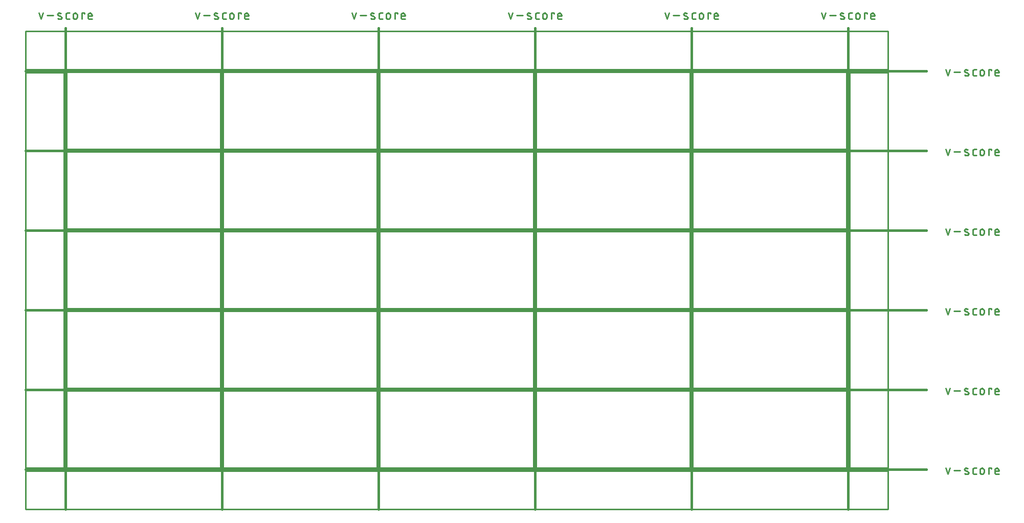
<source format=gko>
G04 EAGLE Gerber RS-274X export*
G75*
%MOMM*%
%FSLAX34Y34*%
%LPD*%
%IN*%
%IPPOS*%
%AMOC8*
5,1,8,0,0,1.08239X$1,22.5*%
G01*
%ADD10C,0.203200*%
%ADD11C,0.381000*%
%ADD12C,0.279400*%
%ADD13C,0.254000*%


D10*
X0Y0D02*
X0Y127000D01*
X254000Y127000D01*
X254000Y0D01*
X0Y0D01*
X259080Y0D02*
X259080Y127000D01*
X513080Y127000D01*
X513080Y0D01*
X259080Y0D01*
X518160Y0D02*
X518160Y127000D01*
X772160Y127000D01*
X772160Y0D01*
X518160Y0D01*
X777240Y0D02*
X777240Y127000D01*
X1031240Y127000D01*
X1031240Y0D01*
X777240Y0D01*
X1036320Y0D02*
X1036320Y127000D01*
X1290320Y127000D01*
X1290320Y0D01*
X1036320Y0D01*
X0Y132080D02*
X0Y259080D01*
X254000Y259080D01*
X254000Y132080D01*
X0Y132080D01*
X259080Y132080D02*
X259080Y259080D01*
X513080Y259080D01*
X513080Y132080D01*
X259080Y132080D01*
X518160Y132080D02*
X518160Y259080D01*
X772160Y259080D01*
X772160Y132080D01*
X518160Y132080D01*
X777240Y132080D02*
X777240Y259080D01*
X1031240Y259080D01*
X1031240Y132080D01*
X777240Y132080D01*
X1036320Y132080D02*
X1036320Y259080D01*
X1290320Y259080D01*
X1290320Y132080D01*
X1036320Y132080D01*
X0Y264160D02*
X0Y391160D01*
X254000Y391160D01*
X254000Y264160D01*
X0Y264160D01*
X259080Y264160D02*
X259080Y391160D01*
X513080Y391160D01*
X513080Y264160D01*
X259080Y264160D01*
X518160Y264160D02*
X518160Y391160D01*
X772160Y391160D01*
X772160Y264160D01*
X518160Y264160D01*
X777240Y264160D02*
X777240Y391160D01*
X1031240Y391160D01*
X1031240Y264160D01*
X777240Y264160D01*
X1036320Y264160D02*
X1036320Y391160D01*
X1290320Y391160D01*
X1290320Y264160D01*
X1036320Y264160D01*
X0Y396240D02*
X0Y523240D01*
X254000Y523240D01*
X254000Y396240D01*
X0Y396240D01*
X259080Y396240D02*
X259080Y523240D01*
X513080Y523240D01*
X513080Y396240D01*
X259080Y396240D01*
X518160Y396240D02*
X518160Y523240D01*
X772160Y523240D01*
X772160Y396240D01*
X518160Y396240D01*
X777240Y396240D02*
X777240Y523240D01*
X1031240Y523240D01*
X1031240Y396240D01*
X777240Y396240D01*
X1036320Y396240D02*
X1036320Y523240D01*
X1290320Y523240D01*
X1290320Y396240D01*
X1036320Y396240D01*
X0Y528320D02*
X0Y655320D01*
X254000Y655320D01*
X254000Y528320D01*
X0Y528320D01*
X259080Y528320D02*
X259080Y655320D01*
X513080Y655320D01*
X513080Y528320D01*
X259080Y528320D01*
X518160Y528320D02*
X518160Y655320D01*
X772160Y655320D01*
X772160Y528320D01*
X518160Y528320D01*
X777240Y528320D02*
X777240Y655320D01*
X1031240Y655320D01*
X1031240Y528320D01*
X777240Y528320D01*
X1036320Y528320D02*
X1036320Y655320D01*
X1290320Y655320D01*
X1290320Y528320D01*
X1036320Y528320D01*
D11*
X-2540Y728980D02*
X-2540Y-68580D01*
D12*
X-42921Y744347D02*
X-46251Y754338D01*
X-39590Y754338D02*
X-42921Y744347D01*
X-32806Y750175D02*
X-22815Y750175D01*
X-14261Y750175D02*
X-10098Y748510D01*
X-14261Y750174D02*
X-14346Y750210D01*
X-14429Y750250D01*
X-14510Y750293D01*
X-14590Y750340D01*
X-14667Y750390D01*
X-14743Y750443D01*
X-14816Y750499D01*
X-14886Y750559D01*
X-14954Y750621D01*
X-15019Y750686D01*
X-15081Y750754D01*
X-15141Y750825D01*
X-15197Y750898D01*
X-15250Y750973D01*
X-15300Y751051D01*
X-15346Y751130D01*
X-15389Y751212D01*
X-15429Y751295D01*
X-15465Y751380D01*
X-15497Y751466D01*
X-15526Y751554D01*
X-15550Y751643D01*
X-15571Y751733D01*
X-15588Y751823D01*
X-15602Y751914D01*
X-15611Y752006D01*
X-15616Y752098D01*
X-15618Y752190D01*
X-15616Y752282D01*
X-15609Y752374D01*
X-15599Y752466D01*
X-15585Y752557D01*
X-15567Y752648D01*
X-15545Y752737D01*
X-15519Y752826D01*
X-15489Y752913D01*
X-15456Y752999D01*
X-15419Y753083D01*
X-15379Y753166D01*
X-15335Y753247D01*
X-15288Y753326D01*
X-15237Y753403D01*
X-15183Y753478D01*
X-15126Y753551D01*
X-15066Y753621D01*
X-15003Y753688D01*
X-14937Y753752D01*
X-14869Y753814D01*
X-14798Y753873D01*
X-14724Y753928D01*
X-14648Y753981D01*
X-14570Y754030D01*
X-14490Y754076D01*
X-14409Y754118D01*
X-14325Y754157D01*
X-14240Y754192D01*
X-14153Y754223D01*
X-14065Y754251D01*
X-13976Y754275D01*
X-13886Y754295D01*
X-13796Y754312D01*
X-13704Y754324D01*
X-13612Y754333D01*
X-13520Y754337D01*
X-13428Y754338D01*
X-13201Y754332D01*
X-12974Y754321D01*
X-12747Y754304D01*
X-12521Y754281D01*
X-12295Y754254D01*
X-12070Y754220D01*
X-11846Y754182D01*
X-11623Y754138D01*
X-11401Y754089D01*
X-11180Y754034D01*
X-10961Y753974D01*
X-10743Y753909D01*
X-10527Y753838D01*
X-10313Y753763D01*
X-10100Y753682D01*
X-9890Y753596D01*
X-9681Y753505D01*
X-10098Y748510D02*
X-10013Y748474D01*
X-9930Y748434D01*
X-9849Y748391D01*
X-9769Y748344D01*
X-9692Y748294D01*
X-9616Y748241D01*
X-9543Y748185D01*
X-9473Y748125D01*
X-9405Y748063D01*
X-9340Y747998D01*
X-9278Y747930D01*
X-9218Y747859D01*
X-9162Y747786D01*
X-9109Y747711D01*
X-9059Y747633D01*
X-9013Y747554D01*
X-8970Y747472D01*
X-8930Y747389D01*
X-8894Y747304D01*
X-8862Y747218D01*
X-8833Y747130D01*
X-8809Y747041D01*
X-8788Y746951D01*
X-8771Y746861D01*
X-8757Y746770D01*
X-8748Y746678D01*
X-8743Y746586D01*
X-8741Y746494D01*
X-8743Y746402D01*
X-8750Y746310D01*
X-8760Y746218D01*
X-8774Y746127D01*
X-8792Y746036D01*
X-8814Y745947D01*
X-8840Y745858D01*
X-8870Y745771D01*
X-8903Y745685D01*
X-8940Y745601D01*
X-8980Y745518D01*
X-9024Y745437D01*
X-9071Y745358D01*
X-9122Y745281D01*
X-9176Y745206D01*
X-9233Y745133D01*
X-9293Y745063D01*
X-9356Y744996D01*
X-9422Y744932D01*
X-9490Y744870D01*
X-9561Y744811D01*
X-9635Y744756D01*
X-9711Y744703D01*
X-9789Y744654D01*
X-9869Y744608D01*
X-9950Y744566D01*
X-10034Y744527D01*
X-10119Y744492D01*
X-10206Y744461D01*
X-10294Y744433D01*
X-10383Y744409D01*
X-10473Y744389D01*
X-10563Y744372D01*
X-10655Y744360D01*
X-10747Y744351D01*
X-10839Y744347D01*
X-10931Y744346D01*
X-10931Y744347D02*
X-11265Y744356D01*
X-11598Y744373D01*
X-11931Y744397D01*
X-12264Y744430D01*
X-12595Y744470D01*
X-12926Y744518D01*
X-13255Y744574D01*
X-13583Y744637D01*
X-13909Y744709D01*
X-14233Y744788D01*
X-14556Y744874D01*
X-14876Y744969D01*
X-15194Y745071D01*
X-15510Y745180D01*
X562Y744347D02*
X3892Y744347D01*
X562Y744347D02*
X464Y744349D01*
X366Y744355D01*
X268Y744364D01*
X171Y744378D01*
X75Y744395D01*
X-21Y744416D01*
X-116Y744441D01*
X-210Y744469D01*
X-303Y744501D01*
X-394Y744537D01*
X-484Y744576D01*
X-572Y744619D01*
X-659Y744666D01*
X-743Y744715D01*
X-826Y744768D01*
X-906Y744824D01*
X-985Y744883D01*
X-1060Y744946D01*
X-1134Y745011D01*
X-1204Y745079D01*
X-1272Y745149D01*
X-1338Y745223D01*
X-1400Y745299D01*
X-1459Y745377D01*
X-1515Y745457D01*
X-1568Y745540D01*
X-1618Y745624D01*
X-1664Y745711D01*
X-1707Y745799D01*
X-1746Y745889D01*
X-1782Y745980D01*
X-1814Y746073D01*
X-1842Y746167D01*
X-1867Y746262D01*
X-1888Y746358D01*
X-1905Y746454D01*
X-1919Y746551D01*
X-1928Y746649D01*
X-1934Y746747D01*
X-1936Y746845D01*
X-1936Y751840D01*
X-1934Y751938D01*
X-1928Y752036D01*
X-1919Y752134D01*
X-1905Y752231D01*
X-1888Y752327D01*
X-1867Y752423D01*
X-1842Y752518D01*
X-1814Y752612D01*
X-1782Y752705D01*
X-1746Y752796D01*
X-1707Y752886D01*
X-1664Y752974D01*
X-1617Y753061D01*
X-1568Y753145D01*
X-1515Y753228D01*
X-1459Y753308D01*
X-1400Y753386D01*
X-1337Y753462D01*
X-1272Y753536D01*
X-1204Y753606D01*
X-1134Y753674D01*
X-1060Y753739D01*
X-984Y753802D01*
X-906Y753861D01*
X-826Y753917D01*
X-743Y753970D01*
X-659Y754019D01*
X-572Y754066D01*
X-484Y754109D01*
X-394Y754148D01*
X-303Y754184D01*
X-210Y754216D01*
X-116Y754244D01*
X-21Y754269D01*
X75Y754290D01*
X171Y754307D01*
X268Y754321D01*
X366Y754330D01*
X464Y754336D01*
X562Y754338D01*
X3892Y754338D01*
X10022Y751007D02*
X10022Y747677D01*
X10022Y751007D02*
X10024Y751121D01*
X10030Y751234D01*
X10039Y751348D01*
X10053Y751460D01*
X10070Y751573D01*
X10092Y751685D01*
X10117Y751795D01*
X10145Y751905D01*
X10178Y752014D01*
X10214Y752122D01*
X10254Y752229D01*
X10298Y752334D01*
X10345Y752437D01*
X10395Y752539D01*
X10449Y752639D01*
X10507Y752737D01*
X10568Y752833D01*
X10631Y752927D01*
X10699Y753019D01*
X10769Y753109D01*
X10842Y753195D01*
X10918Y753280D01*
X10997Y753362D01*
X11079Y753441D01*
X11164Y753517D01*
X11250Y753590D01*
X11340Y753660D01*
X11432Y753728D01*
X11526Y753791D01*
X11622Y753852D01*
X11720Y753910D01*
X11820Y753964D01*
X11922Y754014D01*
X12025Y754061D01*
X12130Y754105D01*
X12237Y754145D01*
X12345Y754181D01*
X12454Y754214D01*
X12564Y754242D01*
X12674Y754267D01*
X12786Y754289D01*
X12899Y754306D01*
X13011Y754320D01*
X13125Y754329D01*
X13238Y754335D01*
X13352Y754337D01*
X13466Y754335D01*
X13579Y754329D01*
X13693Y754320D01*
X13805Y754306D01*
X13918Y754289D01*
X14030Y754267D01*
X14140Y754242D01*
X14250Y754214D01*
X14359Y754181D01*
X14467Y754145D01*
X14574Y754105D01*
X14679Y754061D01*
X14782Y754014D01*
X14884Y753964D01*
X14984Y753910D01*
X15082Y753852D01*
X15178Y753791D01*
X15272Y753728D01*
X15364Y753660D01*
X15454Y753590D01*
X15540Y753517D01*
X15625Y753441D01*
X15707Y753362D01*
X15786Y753280D01*
X15862Y753195D01*
X15935Y753109D01*
X16005Y753019D01*
X16073Y752927D01*
X16136Y752833D01*
X16197Y752737D01*
X16255Y752639D01*
X16309Y752539D01*
X16359Y752437D01*
X16406Y752334D01*
X16450Y752229D01*
X16490Y752122D01*
X16526Y752014D01*
X16559Y751905D01*
X16587Y751795D01*
X16612Y751685D01*
X16634Y751573D01*
X16651Y751460D01*
X16665Y751348D01*
X16674Y751234D01*
X16680Y751121D01*
X16682Y751007D01*
X16682Y747677D01*
X16680Y747563D01*
X16674Y747450D01*
X16665Y747336D01*
X16651Y747224D01*
X16634Y747111D01*
X16612Y746999D01*
X16587Y746889D01*
X16559Y746779D01*
X16526Y746670D01*
X16490Y746562D01*
X16450Y746455D01*
X16406Y746350D01*
X16359Y746247D01*
X16309Y746145D01*
X16255Y746045D01*
X16197Y745947D01*
X16136Y745851D01*
X16073Y745757D01*
X16005Y745665D01*
X15935Y745575D01*
X15862Y745489D01*
X15786Y745404D01*
X15707Y745322D01*
X15625Y745243D01*
X15540Y745167D01*
X15454Y745094D01*
X15364Y745024D01*
X15272Y744956D01*
X15178Y744893D01*
X15082Y744832D01*
X14984Y744774D01*
X14884Y744720D01*
X14782Y744670D01*
X14679Y744623D01*
X14574Y744579D01*
X14467Y744539D01*
X14359Y744503D01*
X14250Y744470D01*
X14140Y744442D01*
X14030Y744417D01*
X13918Y744395D01*
X13805Y744378D01*
X13693Y744364D01*
X13579Y744355D01*
X13466Y744349D01*
X13352Y744347D01*
X13238Y744349D01*
X13125Y744355D01*
X13011Y744364D01*
X12899Y744378D01*
X12786Y744395D01*
X12674Y744417D01*
X12564Y744442D01*
X12454Y744470D01*
X12345Y744503D01*
X12237Y744539D01*
X12130Y744579D01*
X12025Y744623D01*
X11922Y744670D01*
X11820Y744720D01*
X11720Y744774D01*
X11622Y744832D01*
X11526Y744893D01*
X11432Y744956D01*
X11340Y745024D01*
X11250Y745094D01*
X11164Y745167D01*
X11079Y745243D01*
X10997Y745322D01*
X10918Y745404D01*
X10842Y745489D01*
X10769Y745575D01*
X10699Y745665D01*
X10631Y745757D01*
X10568Y745851D01*
X10507Y745947D01*
X10449Y746045D01*
X10395Y746145D01*
X10345Y746247D01*
X10298Y746350D01*
X10254Y746455D01*
X10214Y746562D01*
X10178Y746670D01*
X10145Y746779D01*
X10117Y746889D01*
X10092Y746999D01*
X10070Y747111D01*
X10053Y747224D01*
X10039Y747336D01*
X10030Y747450D01*
X10024Y747563D01*
X10022Y747677D01*
X24218Y744347D02*
X24218Y754338D01*
X29213Y754338D01*
X29213Y752673D01*
X37008Y744347D02*
X41171Y744347D01*
X37008Y744347D02*
X36910Y744349D01*
X36812Y744355D01*
X36714Y744364D01*
X36617Y744378D01*
X36521Y744395D01*
X36425Y744416D01*
X36330Y744441D01*
X36236Y744469D01*
X36143Y744501D01*
X36052Y744537D01*
X35962Y744576D01*
X35874Y744619D01*
X35787Y744666D01*
X35703Y744715D01*
X35620Y744768D01*
X35540Y744824D01*
X35462Y744883D01*
X35386Y744946D01*
X35312Y745011D01*
X35242Y745079D01*
X35174Y745149D01*
X35109Y745223D01*
X35046Y745299D01*
X34987Y745377D01*
X34931Y745457D01*
X34878Y745540D01*
X34829Y745624D01*
X34782Y745711D01*
X34739Y745799D01*
X34700Y745889D01*
X34664Y745980D01*
X34632Y746073D01*
X34604Y746167D01*
X34579Y746262D01*
X34558Y746358D01*
X34541Y746454D01*
X34527Y746551D01*
X34518Y746649D01*
X34512Y746747D01*
X34510Y746845D01*
X34510Y751007D01*
X34511Y751007D02*
X34513Y751121D01*
X34519Y751234D01*
X34528Y751348D01*
X34542Y751460D01*
X34559Y751573D01*
X34581Y751685D01*
X34606Y751795D01*
X34634Y751905D01*
X34667Y752014D01*
X34703Y752122D01*
X34743Y752229D01*
X34787Y752334D01*
X34834Y752437D01*
X34884Y752539D01*
X34938Y752639D01*
X34996Y752737D01*
X35057Y752833D01*
X35120Y752927D01*
X35188Y753019D01*
X35258Y753109D01*
X35331Y753195D01*
X35407Y753280D01*
X35486Y753362D01*
X35568Y753441D01*
X35653Y753517D01*
X35739Y753590D01*
X35829Y753660D01*
X35921Y753728D01*
X36015Y753791D01*
X36111Y753852D01*
X36209Y753910D01*
X36309Y753964D01*
X36411Y754014D01*
X36514Y754061D01*
X36619Y754105D01*
X36726Y754145D01*
X36834Y754181D01*
X36943Y754214D01*
X37053Y754242D01*
X37163Y754267D01*
X37275Y754289D01*
X37388Y754306D01*
X37500Y754320D01*
X37614Y754329D01*
X37727Y754335D01*
X37841Y754337D01*
X37955Y754335D01*
X38068Y754329D01*
X38182Y754320D01*
X38294Y754306D01*
X38407Y754289D01*
X38519Y754267D01*
X38629Y754242D01*
X38739Y754214D01*
X38848Y754181D01*
X38956Y754145D01*
X39063Y754105D01*
X39168Y754061D01*
X39271Y754014D01*
X39373Y753964D01*
X39473Y753910D01*
X39571Y753852D01*
X39667Y753791D01*
X39761Y753728D01*
X39853Y753660D01*
X39943Y753590D01*
X40029Y753517D01*
X40114Y753441D01*
X40196Y753362D01*
X40275Y753280D01*
X40351Y753195D01*
X40424Y753109D01*
X40494Y753019D01*
X40562Y752927D01*
X40625Y752833D01*
X40686Y752737D01*
X40744Y752639D01*
X40798Y752539D01*
X40848Y752437D01*
X40895Y752334D01*
X40939Y752229D01*
X40979Y752122D01*
X41015Y752014D01*
X41048Y751905D01*
X41076Y751795D01*
X41101Y751685D01*
X41123Y751573D01*
X41140Y751460D01*
X41154Y751348D01*
X41163Y751234D01*
X41169Y751121D01*
X41171Y751007D01*
X41171Y749342D01*
X34510Y749342D01*
D11*
X256540Y728980D02*
X256540Y-68580D01*
D12*
X216159Y744347D02*
X212829Y754338D01*
X219490Y754338D02*
X216159Y744347D01*
X226274Y750175D02*
X236265Y750175D01*
X244819Y750175D02*
X248982Y748510D01*
X244819Y750174D02*
X244734Y750210D01*
X244651Y750250D01*
X244570Y750293D01*
X244490Y750340D01*
X244413Y750390D01*
X244337Y750443D01*
X244264Y750499D01*
X244194Y750559D01*
X244126Y750621D01*
X244061Y750686D01*
X243999Y750754D01*
X243939Y750825D01*
X243883Y750898D01*
X243830Y750973D01*
X243780Y751051D01*
X243734Y751130D01*
X243691Y751212D01*
X243651Y751295D01*
X243615Y751380D01*
X243583Y751466D01*
X243554Y751554D01*
X243530Y751643D01*
X243509Y751733D01*
X243492Y751823D01*
X243478Y751914D01*
X243469Y752006D01*
X243464Y752098D01*
X243462Y752190D01*
X243464Y752282D01*
X243471Y752374D01*
X243481Y752466D01*
X243495Y752557D01*
X243513Y752648D01*
X243535Y752737D01*
X243561Y752826D01*
X243591Y752913D01*
X243624Y752999D01*
X243661Y753083D01*
X243701Y753166D01*
X243745Y753247D01*
X243792Y753326D01*
X243843Y753403D01*
X243897Y753478D01*
X243954Y753551D01*
X244014Y753621D01*
X244077Y753688D01*
X244143Y753752D01*
X244211Y753814D01*
X244282Y753873D01*
X244356Y753928D01*
X244432Y753981D01*
X244510Y754030D01*
X244590Y754076D01*
X244671Y754118D01*
X244755Y754157D01*
X244840Y754192D01*
X244927Y754223D01*
X245015Y754251D01*
X245104Y754275D01*
X245194Y754295D01*
X245284Y754312D01*
X245376Y754324D01*
X245468Y754333D01*
X245560Y754337D01*
X245652Y754338D01*
X245879Y754332D01*
X246106Y754321D01*
X246333Y754304D01*
X246559Y754281D01*
X246785Y754254D01*
X247010Y754220D01*
X247234Y754182D01*
X247457Y754138D01*
X247679Y754089D01*
X247900Y754034D01*
X248119Y753974D01*
X248337Y753909D01*
X248553Y753838D01*
X248767Y753763D01*
X248980Y753682D01*
X249190Y753596D01*
X249399Y753505D01*
X248982Y748510D02*
X249067Y748474D01*
X249150Y748434D01*
X249231Y748391D01*
X249311Y748344D01*
X249388Y748294D01*
X249464Y748241D01*
X249537Y748185D01*
X249607Y748125D01*
X249675Y748063D01*
X249740Y747998D01*
X249802Y747930D01*
X249862Y747859D01*
X249918Y747786D01*
X249971Y747711D01*
X250021Y747633D01*
X250067Y747554D01*
X250110Y747472D01*
X250150Y747389D01*
X250186Y747304D01*
X250218Y747218D01*
X250247Y747130D01*
X250271Y747041D01*
X250292Y746951D01*
X250309Y746861D01*
X250323Y746770D01*
X250332Y746678D01*
X250337Y746586D01*
X250339Y746494D01*
X250337Y746402D01*
X250330Y746310D01*
X250320Y746218D01*
X250306Y746127D01*
X250288Y746036D01*
X250266Y745947D01*
X250240Y745858D01*
X250210Y745771D01*
X250177Y745685D01*
X250140Y745601D01*
X250100Y745518D01*
X250056Y745437D01*
X250009Y745358D01*
X249958Y745281D01*
X249904Y745206D01*
X249847Y745133D01*
X249787Y745063D01*
X249724Y744996D01*
X249658Y744932D01*
X249590Y744870D01*
X249519Y744811D01*
X249445Y744756D01*
X249369Y744703D01*
X249291Y744654D01*
X249211Y744608D01*
X249130Y744566D01*
X249046Y744527D01*
X248961Y744492D01*
X248874Y744461D01*
X248786Y744433D01*
X248697Y744409D01*
X248607Y744389D01*
X248517Y744372D01*
X248425Y744360D01*
X248333Y744351D01*
X248241Y744347D01*
X248149Y744346D01*
X248149Y744347D02*
X247815Y744356D01*
X247482Y744373D01*
X247149Y744397D01*
X246816Y744430D01*
X246485Y744470D01*
X246154Y744518D01*
X245825Y744574D01*
X245497Y744637D01*
X245171Y744709D01*
X244847Y744788D01*
X244524Y744874D01*
X244204Y744969D01*
X243886Y745071D01*
X243570Y745180D01*
X259642Y744347D02*
X262972Y744347D01*
X259642Y744347D02*
X259544Y744349D01*
X259446Y744355D01*
X259348Y744364D01*
X259251Y744378D01*
X259155Y744395D01*
X259059Y744416D01*
X258964Y744441D01*
X258870Y744469D01*
X258777Y744501D01*
X258686Y744537D01*
X258596Y744576D01*
X258508Y744619D01*
X258421Y744666D01*
X258337Y744715D01*
X258254Y744768D01*
X258174Y744824D01*
X258096Y744883D01*
X258020Y744946D01*
X257946Y745011D01*
X257876Y745079D01*
X257808Y745149D01*
X257743Y745223D01*
X257680Y745299D01*
X257621Y745377D01*
X257565Y745457D01*
X257512Y745540D01*
X257463Y745624D01*
X257416Y745711D01*
X257373Y745799D01*
X257334Y745889D01*
X257298Y745980D01*
X257266Y746073D01*
X257238Y746167D01*
X257213Y746262D01*
X257192Y746358D01*
X257175Y746454D01*
X257161Y746551D01*
X257152Y746649D01*
X257146Y746747D01*
X257144Y746845D01*
X257144Y751840D01*
X257146Y751938D01*
X257152Y752036D01*
X257161Y752134D01*
X257175Y752231D01*
X257192Y752327D01*
X257213Y752423D01*
X257238Y752518D01*
X257266Y752612D01*
X257298Y752705D01*
X257334Y752796D01*
X257373Y752886D01*
X257416Y752974D01*
X257463Y753061D01*
X257512Y753145D01*
X257565Y753228D01*
X257621Y753308D01*
X257680Y753387D01*
X257743Y753462D01*
X257808Y753536D01*
X257876Y753606D01*
X257946Y753674D01*
X258020Y753740D01*
X258096Y753802D01*
X258174Y753861D01*
X258254Y753917D01*
X258337Y753970D01*
X258421Y754020D01*
X258508Y754066D01*
X258596Y754109D01*
X258686Y754148D01*
X258777Y754184D01*
X258870Y754216D01*
X258964Y754244D01*
X259059Y754269D01*
X259155Y754290D01*
X259251Y754307D01*
X259348Y754321D01*
X259446Y754330D01*
X259544Y754336D01*
X259642Y754338D01*
X262972Y754338D01*
X269102Y751007D02*
X269102Y747677D01*
X269102Y751007D02*
X269104Y751121D01*
X269110Y751234D01*
X269119Y751348D01*
X269133Y751460D01*
X269150Y751573D01*
X269172Y751685D01*
X269197Y751795D01*
X269225Y751905D01*
X269258Y752014D01*
X269294Y752122D01*
X269334Y752229D01*
X269378Y752334D01*
X269425Y752437D01*
X269475Y752539D01*
X269529Y752639D01*
X269587Y752737D01*
X269648Y752833D01*
X269711Y752927D01*
X269779Y753019D01*
X269849Y753109D01*
X269922Y753195D01*
X269998Y753280D01*
X270077Y753362D01*
X270159Y753441D01*
X270244Y753517D01*
X270330Y753590D01*
X270420Y753660D01*
X270512Y753728D01*
X270606Y753791D01*
X270702Y753852D01*
X270800Y753910D01*
X270900Y753964D01*
X271002Y754014D01*
X271105Y754061D01*
X271210Y754105D01*
X271317Y754145D01*
X271425Y754181D01*
X271534Y754214D01*
X271644Y754242D01*
X271754Y754267D01*
X271866Y754289D01*
X271979Y754306D01*
X272091Y754320D01*
X272205Y754329D01*
X272318Y754335D01*
X272432Y754337D01*
X272546Y754335D01*
X272659Y754329D01*
X272773Y754320D01*
X272885Y754306D01*
X272998Y754289D01*
X273110Y754267D01*
X273220Y754242D01*
X273330Y754214D01*
X273439Y754181D01*
X273547Y754145D01*
X273654Y754105D01*
X273759Y754061D01*
X273862Y754014D01*
X273964Y753964D01*
X274064Y753910D01*
X274162Y753852D01*
X274258Y753791D01*
X274352Y753728D01*
X274444Y753660D01*
X274534Y753590D01*
X274620Y753517D01*
X274705Y753441D01*
X274787Y753362D01*
X274866Y753280D01*
X274942Y753195D01*
X275015Y753109D01*
X275085Y753019D01*
X275153Y752927D01*
X275216Y752833D01*
X275277Y752737D01*
X275335Y752639D01*
X275389Y752539D01*
X275439Y752437D01*
X275486Y752334D01*
X275530Y752229D01*
X275570Y752122D01*
X275606Y752014D01*
X275639Y751905D01*
X275667Y751795D01*
X275692Y751685D01*
X275714Y751573D01*
X275731Y751460D01*
X275745Y751348D01*
X275754Y751234D01*
X275760Y751121D01*
X275762Y751007D01*
X275762Y747677D01*
X275760Y747563D01*
X275754Y747450D01*
X275745Y747336D01*
X275731Y747224D01*
X275714Y747111D01*
X275692Y746999D01*
X275667Y746889D01*
X275639Y746779D01*
X275606Y746670D01*
X275570Y746562D01*
X275530Y746455D01*
X275486Y746350D01*
X275439Y746247D01*
X275389Y746145D01*
X275335Y746045D01*
X275277Y745947D01*
X275216Y745851D01*
X275153Y745757D01*
X275085Y745665D01*
X275015Y745575D01*
X274942Y745489D01*
X274866Y745404D01*
X274787Y745322D01*
X274705Y745243D01*
X274620Y745167D01*
X274534Y745094D01*
X274444Y745024D01*
X274352Y744956D01*
X274258Y744893D01*
X274162Y744832D01*
X274064Y744774D01*
X273964Y744720D01*
X273862Y744670D01*
X273759Y744623D01*
X273654Y744579D01*
X273547Y744539D01*
X273439Y744503D01*
X273330Y744470D01*
X273220Y744442D01*
X273110Y744417D01*
X272998Y744395D01*
X272885Y744378D01*
X272773Y744364D01*
X272659Y744355D01*
X272546Y744349D01*
X272432Y744347D01*
X272318Y744349D01*
X272205Y744355D01*
X272091Y744364D01*
X271979Y744378D01*
X271866Y744395D01*
X271754Y744417D01*
X271644Y744442D01*
X271534Y744470D01*
X271425Y744503D01*
X271317Y744539D01*
X271210Y744579D01*
X271105Y744623D01*
X271002Y744670D01*
X270900Y744720D01*
X270800Y744774D01*
X270702Y744832D01*
X270606Y744893D01*
X270512Y744956D01*
X270420Y745024D01*
X270330Y745094D01*
X270244Y745167D01*
X270159Y745243D01*
X270077Y745322D01*
X269998Y745404D01*
X269922Y745489D01*
X269849Y745575D01*
X269779Y745665D01*
X269711Y745757D01*
X269648Y745851D01*
X269587Y745947D01*
X269529Y746045D01*
X269475Y746145D01*
X269425Y746247D01*
X269378Y746350D01*
X269334Y746455D01*
X269294Y746562D01*
X269258Y746670D01*
X269225Y746779D01*
X269197Y746889D01*
X269172Y746999D01*
X269150Y747111D01*
X269133Y747224D01*
X269119Y747336D01*
X269110Y747450D01*
X269104Y747563D01*
X269102Y747677D01*
X283298Y744347D02*
X283298Y754338D01*
X288293Y754338D01*
X288293Y752673D01*
X296088Y744347D02*
X300251Y744347D01*
X296088Y744347D02*
X295990Y744349D01*
X295892Y744355D01*
X295794Y744364D01*
X295697Y744378D01*
X295601Y744395D01*
X295505Y744416D01*
X295410Y744441D01*
X295316Y744469D01*
X295223Y744501D01*
X295132Y744537D01*
X295042Y744576D01*
X294954Y744619D01*
X294867Y744666D01*
X294783Y744715D01*
X294700Y744768D01*
X294620Y744824D01*
X294542Y744883D01*
X294466Y744946D01*
X294392Y745011D01*
X294322Y745079D01*
X294254Y745149D01*
X294189Y745223D01*
X294126Y745299D01*
X294067Y745377D01*
X294011Y745457D01*
X293958Y745540D01*
X293909Y745624D01*
X293862Y745711D01*
X293819Y745799D01*
X293780Y745889D01*
X293744Y745980D01*
X293712Y746073D01*
X293684Y746167D01*
X293659Y746262D01*
X293638Y746358D01*
X293621Y746454D01*
X293607Y746551D01*
X293598Y746649D01*
X293592Y746747D01*
X293590Y746845D01*
X293590Y751007D01*
X293591Y751007D02*
X293593Y751121D01*
X293599Y751234D01*
X293608Y751348D01*
X293622Y751460D01*
X293639Y751573D01*
X293661Y751685D01*
X293686Y751795D01*
X293714Y751905D01*
X293747Y752014D01*
X293783Y752122D01*
X293823Y752229D01*
X293867Y752334D01*
X293914Y752437D01*
X293964Y752539D01*
X294018Y752639D01*
X294076Y752737D01*
X294137Y752833D01*
X294200Y752927D01*
X294268Y753019D01*
X294338Y753109D01*
X294411Y753195D01*
X294487Y753280D01*
X294566Y753362D01*
X294648Y753441D01*
X294733Y753517D01*
X294819Y753590D01*
X294909Y753660D01*
X295001Y753728D01*
X295095Y753791D01*
X295191Y753852D01*
X295289Y753910D01*
X295389Y753964D01*
X295491Y754014D01*
X295594Y754061D01*
X295699Y754105D01*
X295806Y754145D01*
X295914Y754181D01*
X296023Y754214D01*
X296133Y754242D01*
X296243Y754267D01*
X296355Y754289D01*
X296468Y754306D01*
X296580Y754320D01*
X296694Y754329D01*
X296807Y754335D01*
X296921Y754337D01*
X297035Y754335D01*
X297148Y754329D01*
X297262Y754320D01*
X297374Y754306D01*
X297487Y754289D01*
X297599Y754267D01*
X297709Y754242D01*
X297819Y754214D01*
X297928Y754181D01*
X298036Y754145D01*
X298143Y754105D01*
X298248Y754061D01*
X298351Y754014D01*
X298453Y753964D01*
X298553Y753910D01*
X298651Y753852D01*
X298747Y753791D01*
X298841Y753728D01*
X298933Y753660D01*
X299023Y753590D01*
X299109Y753517D01*
X299194Y753441D01*
X299276Y753362D01*
X299355Y753280D01*
X299431Y753195D01*
X299504Y753109D01*
X299574Y753019D01*
X299642Y752927D01*
X299705Y752833D01*
X299766Y752737D01*
X299824Y752639D01*
X299878Y752539D01*
X299928Y752437D01*
X299975Y752334D01*
X300019Y752229D01*
X300059Y752122D01*
X300095Y752014D01*
X300128Y751905D01*
X300156Y751795D01*
X300181Y751685D01*
X300203Y751573D01*
X300220Y751460D01*
X300234Y751348D01*
X300243Y751234D01*
X300249Y751121D01*
X300251Y751007D01*
X300251Y749342D01*
X293590Y749342D01*
D11*
X515620Y728980D02*
X515620Y-68580D01*
D12*
X475239Y744347D02*
X471909Y754338D01*
X478570Y754338D02*
X475239Y744347D01*
X485354Y750175D02*
X495345Y750175D01*
X503899Y750175D02*
X508062Y748510D01*
X503899Y750174D02*
X503814Y750210D01*
X503731Y750250D01*
X503650Y750293D01*
X503570Y750340D01*
X503493Y750390D01*
X503417Y750443D01*
X503344Y750499D01*
X503274Y750559D01*
X503206Y750621D01*
X503141Y750686D01*
X503079Y750754D01*
X503019Y750825D01*
X502963Y750898D01*
X502910Y750973D01*
X502860Y751051D01*
X502814Y751130D01*
X502771Y751212D01*
X502731Y751295D01*
X502695Y751380D01*
X502663Y751466D01*
X502634Y751554D01*
X502610Y751643D01*
X502589Y751733D01*
X502572Y751823D01*
X502558Y751914D01*
X502549Y752006D01*
X502544Y752098D01*
X502542Y752190D01*
X502544Y752282D01*
X502551Y752374D01*
X502561Y752466D01*
X502575Y752557D01*
X502593Y752648D01*
X502615Y752737D01*
X502641Y752826D01*
X502671Y752913D01*
X502704Y752999D01*
X502741Y753083D01*
X502781Y753166D01*
X502825Y753247D01*
X502872Y753326D01*
X502923Y753403D01*
X502977Y753478D01*
X503034Y753551D01*
X503094Y753621D01*
X503157Y753688D01*
X503223Y753752D01*
X503291Y753814D01*
X503362Y753873D01*
X503436Y753928D01*
X503512Y753981D01*
X503590Y754030D01*
X503670Y754076D01*
X503751Y754118D01*
X503835Y754157D01*
X503920Y754192D01*
X504007Y754223D01*
X504095Y754251D01*
X504184Y754275D01*
X504274Y754295D01*
X504364Y754312D01*
X504456Y754324D01*
X504548Y754333D01*
X504640Y754337D01*
X504732Y754338D01*
X504959Y754332D01*
X505186Y754321D01*
X505413Y754304D01*
X505639Y754281D01*
X505865Y754254D01*
X506090Y754220D01*
X506314Y754182D01*
X506537Y754138D01*
X506759Y754089D01*
X506980Y754034D01*
X507199Y753974D01*
X507417Y753909D01*
X507633Y753838D01*
X507847Y753763D01*
X508060Y753682D01*
X508270Y753596D01*
X508479Y753505D01*
X508062Y748510D02*
X508147Y748474D01*
X508230Y748434D01*
X508311Y748391D01*
X508391Y748344D01*
X508468Y748294D01*
X508544Y748241D01*
X508617Y748185D01*
X508687Y748125D01*
X508755Y748063D01*
X508820Y747998D01*
X508882Y747930D01*
X508942Y747859D01*
X508998Y747786D01*
X509051Y747711D01*
X509101Y747633D01*
X509147Y747554D01*
X509190Y747472D01*
X509230Y747389D01*
X509266Y747304D01*
X509298Y747218D01*
X509327Y747130D01*
X509351Y747041D01*
X509372Y746951D01*
X509389Y746861D01*
X509403Y746770D01*
X509412Y746678D01*
X509417Y746586D01*
X509419Y746494D01*
X509417Y746402D01*
X509410Y746310D01*
X509400Y746218D01*
X509386Y746127D01*
X509368Y746036D01*
X509346Y745947D01*
X509320Y745858D01*
X509290Y745771D01*
X509257Y745685D01*
X509220Y745601D01*
X509180Y745518D01*
X509136Y745437D01*
X509089Y745358D01*
X509038Y745281D01*
X508984Y745206D01*
X508927Y745133D01*
X508867Y745063D01*
X508804Y744996D01*
X508738Y744932D01*
X508670Y744870D01*
X508599Y744811D01*
X508525Y744756D01*
X508449Y744703D01*
X508371Y744654D01*
X508291Y744608D01*
X508210Y744566D01*
X508126Y744527D01*
X508041Y744492D01*
X507954Y744461D01*
X507866Y744433D01*
X507777Y744409D01*
X507687Y744389D01*
X507597Y744372D01*
X507505Y744360D01*
X507413Y744351D01*
X507321Y744347D01*
X507229Y744346D01*
X507229Y744347D02*
X506895Y744356D01*
X506562Y744373D01*
X506229Y744397D01*
X505896Y744430D01*
X505565Y744470D01*
X505234Y744518D01*
X504905Y744574D01*
X504577Y744637D01*
X504251Y744709D01*
X503927Y744788D01*
X503604Y744874D01*
X503284Y744969D01*
X502966Y745071D01*
X502650Y745180D01*
X518722Y744347D02*
X522052Y744347D01*
X518722Y744347D02*
X518624Y744349D01*
X518526Y744355D01*
X518428Y744364D01*
X518331Y744378D01*
X518235Y744395D01*
X518139Y744416D01*
X518044Y744441D01*
X517950Y744469D01*
X517857Y744501D01*
X517766Y744537D01*
X517676Y744576D01*
X517588Y744619D01*
X517501Y744666D01*
X517417Y744715D01*
X517334Y744768D01*
X517254Y744824D01*
X517176Y744883D01*
X517100Y744946D01*
X517026Y745011D01*
X516956Y745079D01*
X516888Y745149D01*
X516823Y745223D01*
X516760Y745299D01*
X516701Y745377D01*
X516645Y745457D01*
X516592Y745540D01*
X516543Y745624D01*
X516496Y745711D01*
X516453Y745799D01*
X516414Y745889D01*
X516378Y745980D01*
X516346Y746073D01*
X516318Y746167D01*
X516293Y746262D01*
X516272Y746358D01*
X516255Y746454D01*
X516241Y746551D01*
X516232Y746649D01*
X516226Y746747D01*
X516224Y746845D01*
X516224Y751840D01*
X516226Y751938D01*
X516232Y752036D01*
X516241Y752134D01*
X516255Y752231D01*
X516272Y752327D01*
X516293Y752423D01*
X516318Y752518D01*
X516346Y752612D01*
X516378Y752705D01*
X516414Y752796D01*
X516453Y752886D01*
X516496Y752974D01*
X516543Y753061D01*
X516592Y753145D01*
X516645Y753228D01*
X516701Y753308D01*
X516760Y753387D01*
X516823Y753462D01*
X516888Y753536D01*
X516956Y753606D01*
X517026Y753674D01*
X517100Y753740D01*
X517176Y753802D01*
X517254Y753861D01*
X517334Y753917D01*
X517417Y753970D01*
X517501Y754020D01*
X517588Y754066D01*
X517676Y754109D01*
X517766Y754148D01*
X517857Y754184D01*
X517950Y754216D01*
X518044Y754244D01*
X518139Y754269D01*
X518235Y754290D01*
X518331Y754307D01*
X518428Y754321D01*
X518526Y754330D01*
X518624Y754336D01*
X518722Y754338D01*
X522052Y754338D01*
X528182Y751007D02*
X528182Y747677D01*
X528182Y751007D02*
X528184Y751121D01*
X528190Y751234D01*
X528199Y751348D01*
X528213Y751460D01*
X528230Y751573D01*
X528252Y751685D01*
X528277Y751795D01*
X528305Y751905D01*
X528338Y752014D01*
X528374Y752122D01*
X528414Y752229D01*
X528458Y752334D01*
X528505Y752437D01*
X528555Y752539D01*
X528609Y752639D01*
X528667Y752737D01*
X528728Y752833D01*
X528791Y752927D01*
X528859Y753019D01*
X528929Y753109D01*
X529002Y753195D01*
X529078Y753280D01*
X529157Y753362D01*
X529239Y753441D01*
X529324Y753517D01*
X529410Y753590D01*
X529500Y753660D01*
X529592Y753728D01*
X529686Y753791D01*
X529782Y753852D01*
X529880Y753910D01*
X529980Y753964D01*
X530082Y754014D01*
X530185Y754061D01*
X530290Y754105D01*
X530397Y754145D01*
X530505Y754181D01*
X530614Y754214D01*
X530724Y754242D01*
X530834Y754267D01*
X530946Y754289D01*
X531059Y754306D01*
X531171Y754320D01*
X531285Y754329D01*
X531398Y754335D01*
X531512Y754337D01*
X531626Y754335D01*
X531739Y754329D01*
X531853Y754320D01*
X531965Y754306D01*
X532078Y754289D01*
X532190Y754267D01*
X532300Y754242D01*
X532410Y754214D01*
X532519Y754181D01*
X532627Y754145D01*
X532734Y754105D01*
X532839Y754061D01*
X532942Y754014D01*
X533044Y753964D01*
X533144Y753910D01*
X533242Y753852D01*
X533338Y753791D01*
X533432Y753728D01*
X533524Y753660D01*
X533614Y753590D01*
X533700Y753517D01*
X533785Y753441D01*
X533867Y753362D01*
X533946Y753280D01*
X534022Y753195D01*
X534095Y753109D01*
X534165Y753019D01*
X534233Y752927D01*
X534296Y752833D01*
X534357Y752737D01*
X534415Y752639D01*
X534469Y752539D01*
X534519Y752437D01*
X534566Y752334D01*
X534610Y752229D01*
X534650Y752122D01*
X534686Y752014D01*
X534719Y751905D01*
X534747Y751795D01*
X534772Y751685D01*
X534794Y751573D01*
X534811Y751460D01*
X534825Y751348D01*
X534834Y751234D01*
X534840Y751121D01*
X534842Y751007D01*
X534842Y747677D01*
X534840Y747563D01*
X534834Y747450D01*
X534825Y747336D01*
X534811Y747224D01*
X534794Y747111D01*
X534772Y746999D01*
X534747Y746889D01*
X534719Y746779D01*
X534686Y746670D01*
X534650Y746562D01*
X534610Y746455D01*
X534566Y746350D01*
X534519Y746247D01*
X534469Y746145D01*
X534415Y746045D01*
X534357Y745947D01*
X534296Y745851D01*
X534233Y745757D01*
X534165Y745665D01*
X534095Y745575D01*
X534022Y745489D01*
X533946Y745404D01*
X533867Y745322D01*
X533785Y745243D01*
X533700Y745167D01*
X533614Y745094D01*
X533524Y745024D01*
X533432Y744956D01*
X533338Y744893D01*
X533242Y744832D01*
X533144Y744774D01*
X533044Y744720D01*
X532942Y744670D01*
X532839Y744623D01*
X532734Y744579D01*
X532627Y744539D01*
X532519Y744503D01*
X532410Y744470D01*
X532300Y744442D01*
X532190Y744417D01*
X532078Y744395D01*
X531965Y744378D01*
X531853Y744364D01*
X531739Y744355D01*
X531626Y744349D01*
X531512Y744347D01*
X531398Y744349D01*
X531285Y744355D01*
X531171Y744364D01*
X531059Y744378D01*
X530946Y744395D01*
X530834Y744417D01*
X530724Y744442D01*
X530614Y744470D01*
X530505Y744503D01*
X530397Y744539D01*
X530290Y744579D01*
X530185Y744623D01*
X530082Y744670D01*
X529980Y744720D01*
X529880Y744774D01*
X529782Y744832D01*
X529686Y744893D01*
X529592Y744956D01*
X529500Y745024D01*
X529410Y745094D01*
X529324Y745167D01*
X529239Y745243D01*
X529157Y745322D01*
X529078Y745404D01*
X529002Y745489D01*
X528929Y745575D01*
X528859Y745665D01*
X528791Y745757D01*
X528728Y745851D01*
X528667Y745947D01*
X528609Y746045D01*
X528555Y746145D01*
X528505Y746247D01*
X528458Y746350D01*
X528414Y746455D01*
X528374Y746562D01*
X528338Y746670D01*
X528305Y746779D01*
X528277Y746889D01*
X528252Y746999D01*
X528230Y747111D01*
X528213Y747224D01*
X528199Y747336D01*
X528190Y747450D01*
X528184Y747563D01*
X528182Y747677D01*
X542378Y744347D02*
X542378Y754338D01*
X547373Y754338D01*
X547373Y752673D01*
X555168Y744347D02*
X559331Y744347D01*
X555168Y744347D02*
X555070Y744349D01*
X554972Y744355D01*
X554874Y744364D01*
X554777Y744378D01*
X554681Y744395D01*
X554585Y744416D01*
X554490Y744441D01*
X554396Y744469D01*
X554303Y744501D01*
X554212Y744537D01*
X554122Y744576D01*
X554034Y744619D01*
X553947Y744666D01*
X553863Y744715D01*
X553780Y744768D01*
X553700Y744824D01*
X553622Y744883D01*
X553546Y744946D01*
X553472Y745011D01*
X553402Y745079D01*
X553334Y745149D01*
X553269Y745223D01*
X553206Y745299D01*
X553147Y745377D01*
X553091Y745457D01*
X553038Y745540D01*
X552989Y745624D01*
X552942Y745711D01*
X552899Y745799D01*
X552860Y745889D01*
X552824Y745980D01*
X552792Y746073D01*
X552764Y746167D01*
X552739Y746262D01*
X552718Y746358D01*
X552701Y746454D01*
X552687Y746551D01*
X552678Y746649D01*
X552672Y746747D01*
X552670Y746845D01*
X552670Y751007D01*
X552671Y751007D02*
X552673Y751121D01*
X552679Y751234D01*
X552688Y751348D01*
X552702Y751460D01*
X552719Y751573D01*
X552741Y751685D01*
X552766Y751795D01*
X552794Y751905D01*
X552827Y752014D01*
X552863Y752122D01*
X552903Y752229D01*
X552947Y752334D01*
X552994Y752437D01*
X553044Y752539D01*
X553098Y752639D01*
X553156Y752737D01*
X553217Y752833D01*
X553280Y752927D01*
X553348Y753019D01*
X553418Y753109D01*
X553491Y753195D01*
X553567Y753280D01*
X553646Y753362D01*
X553728Y753441D01*
X553813Y753517D01*
X553899Y753590D01*
X553989Y753660D01*
X554081Y753728D01*
X554175Y753791D01*
X554271Y753852D01*
X554369Y753910D01*
X554469Y753964D01*
X554571Y754014D01*
X554674Y754061D01*
X554779Y754105D01*
X554886Y754145D01*
X554994Y754181D01*
X555103Y754214D01*
X555213Y754242D01*
X555323Y754267D01*
X555435Y754289D01*
X555548Y754306D01*
X555660Y754320D01*
X555774Y754329D01*
X555887Y754335D01*
X556001Y754337D01*
X556115Y754335D01*
X556228Y754329D01*
X556342Y754320D01*
X556454Y754306D01*
X556567Y754289D01*
X556679Y754267D01*
X556789Y754242D01*
X556899Y754214D01*
X557008Y754181D01*
X557116Y754145D01*
X557223Y754105D01*
X557328Y754061D01*
X557431Y754014D01*
X557533Y753964D01*
X557633Y753910D01*
X557731Y753852D01*
X557827Y753791D01*
X557921Y753728D01*
X558013Y753660D01*
X558103Y753590D01*
X558189Y753517D01*
X558274Y753441D01*
X558356Y753362D01*
X558435Y753280D01*
X558511Y753195D01*
X558584Y753109D01*
X558654Y753019D01*
X558722Y752927D01*
X558785Y752833D01*
X558846Y752737D01*
X558904Y752639D01*
X558958Y752539D01*
X559008Y752437D01*
X559055Y752334D01*
X559099Y752229D01*
X559139Y752122D01*
X559175Y752014D01*
X559208Y751905D01*
X559236Y751795D01*
X559261Y751685D01*
X559283Y751573D01*
X559300Y751460D01*
X559314Y751348D01*
X559323Y751234D01*
X559329Y751121D01*
X559331Y751007D01*
X559331Y749342D01*
X552670Y749342D01*
D11*
X774700Y728980D02*
X774700Y-68580D01*
D12*
X734319Y744347D02*
X730989Y754338D01*
X737650Y754338D02*
X734319Y744347D01*
X744434Y750175D02*
X754425Y750175D01*
X762979Y750175D02*
X767142Y748510D01*
X762979Y750174D02*
X762894Y750210D01*
X762811Y750250D01*
X762730Y750293D01*
X762650Y750340D01*
X762573Y750390D01*
X762497Y750443D01*
X762424Y750499D01*
X762354Y750559D01*
X762286Y750621D01*
X762221Y750686D01*
X762159Y750754D01*
X762099Y750825D01*
X762043Y750898D01*
X761990Y750973D01*
X761940Y751051D01*
X761894Y751130D01*
X761851Y751212D01*
X761811Y751295D01*
X761775Y751380D01*
X761743Y751466D01*
X761714Y751554D01*
X761690Y751643D01*
X761669Y751733D01*
X761652Y751823D01*
X761638Y751914D01*
X761629Y752006D01*
X761624Y752098D01*
X761622Y752190D01*
X761624Y752282D01*
X761631Y752374D01*
X761641Y752466D01*
X761655Y752557D01*
X761673Y752648D01*
X761695Y752737D01*
X761721Y752826D01*
X761751Y752913D01*
X761784Y752999D01*
X761821Y753083D01*
X761861Y753166D01*
X761905Y753247D01*
X761952Y753326D01*
X762003Y753403D01*
X762057Y753478D01*
X762114Y753551D01*
X762174Y753621D01*
X762237Y753688D01*
X762303Y753752D01*
X762371Y753814D01*
X762442Y753873D01*
X762516Y753928D01*
X762592Y753981D01*
X762670Y754030D01*
X762750Y754076D01*
X762831Y754118D01*
X762915Y754157D01*
X763000Y754192D01*
X763087Y754223D01*
X763175Y754251D01*
X763264Y754275D01*
X763354Y754295D01*
X763444Y754312D01*
X763536Y754324D01*
X763628Y754333D01*
X763720Y754337D01*
X763812Y754338D01*
X764039Y754332D01*
X764266Y754321D01*
X764493Y754304D01*
X764719Y754281D01*
X764945Y754254D01*
X765170Y754220D01*
X765394Y754182D01*
X765617Y754138D01*
X765839Y754089D01*
X766060Y754034D01*
X766279Y753974D01*
X766497Y753909D01*
X766713Y753838D01*
X766927Y753763D01*
X767140Y753682D01*
X767350Y753596D01*
X767559Y753505D01*
X767142Y748510D02*
X767227Y748474D01*
X767310Y748434D01*
X767391Y748391D01*
X767471Y748344D01*
X767548Y748294D01*
X767624Y748241D01*
X767697Y748185D01*
X767767Y748125D01*
X767835Y748063D01*
X767900Y747998D01*
X767962Y747930D01*
X768022Y747859D01*
X768078Y747786D01*
X768131Y747711D01*
X768181Y747633D01*
X768227Y747554D01*
X768270Y747472D01*
X768310Y747389D01*
X768346Y747304D01*
X768378Y747218D01*
X768407Y747130D01*
X768431Y747041D01*
X768452Y746951D01*
X768469Y746861D01*
X768483Y746770D01*
X768492Y746678D01*
X768497Y746586D01*
X768499Y746494D01*
X768497Y746402D01*
X768490Y746310D01*
X768480Y746218D01*
X768466Y746127D01*
X768448Y746036D01*
X768426Y745947D01*
X768400Y745858D01*
X768370Y745771D01*
X768337Y745685D01*
X768300Y745601D01*
X768260Y745518D01*
X768216Y745437D01*
X768169Y745358D01*
X768118Y745281D01*
X768064Y745206D01*
X768007Y745133D01*
X767947Y745063D01*
X767884Y744996D01*
X767818Y744932D01*
X767750Y744870D01*
X767679Y744811D01*
X767605Y744756D01*
X767529Y744703D01*
X767451Y744654D01*
X767371Y744608D01*
X767290Y744566D01*
X767206Y744527D01*
X767121Y744492D01*
X767034Y744461D01*
X766946Y744433D01*
X766857Y744409D01*
X766767Y744389D01*
X766677Y744372D01*
X766585Y744360D01*
X766493Y744351D01*
X766401Y744347D01*
X766309Y744346D01*
X766309Y744347D02*
X765975Y744356D01*
X765642Y744373D01*
X765309Y744397D01*
X764976Y744430D01*
X764645Y744470D01*
X764314Y744518D01*
X763985Y744574D01*
X763657Y744637D01*
X763331Y744709D01*
X763007Y744788D01*
X762684Y744874D01*
X762364Y744969D01*
X762046Y745071D01*
X761730Y745180D01*
X777802Y744347D02*
X781132Y744347D01*
X777802Y744347D02*
X777704Y744349D01*
X777606Y744355D01*
X777508Y744364D01*
X777411Y744378D01*
X777315Y744395D01*
X777219Y744416D01*
X777124Y744441D01*
X777030Y744469D01*
X776937Y744501D01*
X776846Y744537D01*
X776756Y744576D01*
X776668Y744619D01*
X776581Y744666D01*
X776497Y744715D01*
X776414Y744768D01*
X776334Y744824D01*
X776256Y744883D01*
X776180Y744946D01*
X776106Y745011D01*
X776036Y745079D01*
X775968Y745149D01*
X775903Y745223D01*
X775840Y745299D01*
X775781Y745377D01*
X775725Y745457D01*
X775672Y745540D01*
X775623Y745624D01*
X775576Y745711D01*
X775533Y745799D01*
X775494Y745889D01*
X775458Y745980D01*
X775426Y746073D01*
X775398Y746167D01*
X775373Y746262D01*
X775352Y746358D01*
X775335Y746454D01*
X775321Y746551D01*
X775312Y746649D01*
X775306Y746747D01*
X775304Y746845D01*
X775304Y751840D01*
X775306Y751938D01*
X775312Y752036D01*
X775321Y752134D01*
X775335Y752231D01*
X775352Y752327D01*
X775373Y752423D01*
X775398Y752518D01*
X775426Y752612D01*
X775458Y752705D01*
X775494Y752796D01*
X775533Y752886D01*
X775576Y752974D01*
X775623Y753061D01*
X775672Y753145D01*
X775725Y753228D01*
X775781Y753308D01*
X775840Y753387D01*
X775903Y753462D01*
X775968Y753536D01*
X776036Y753606D01*
X776106Y753674D01*
X776180Y753740D01*
X776256Y753802D01*
X776334Y753861D01*
X776414Y753917D01*
X776497Y753970D01*
X776581Y754020D01*
X776668Y754066D01*
X776756Y754109D01*
X776846Y754148D01*
X776937Y754184D01*
X777030Y754216D01*
X777124Y754244D01*
X777219Y754269D01*
X777315Y754290D01*
X777411Y754307D01*
X777508Y754321D01*
X777606Y754330D01*
X777704Y754336D01*
X777802Y754338D01*
X781132Y754338D01*
X787262Y751007D02*
X787262Y747677D01*
X787262Y751007D02*
X787264Y751121D01*
X787270Y751234D01*
X787279Y751348D01*
X787293Y751460D01*
X787310Y751573D01*
X787332Y751685D01*
X787357Y751795D01*
X787385Y751905D01*
X787418Y752014D01*
X787454Y752122D01*
X787494Y752229D01*
X787538Y752334D01*
X787585Y752437D01*
X787635Y752539D01*
X787689Y752639D01*
X787747Y752737D01*
X787808Y752833D01*
X787871Y752927D01*
X787939Y753019D01*
X788009Y753109D01*
X788082Y753195D01*
X788158Y753280D01*
X788237Y753362D01*
X788319Y753441D01*
X788404Y753517D01*
X788490Y753590D01*
X788580Y753660D01*
X788672Y753728D01*
X788766Y753791D01*
X788862Y753852D01*
X788960Y753910D01*
X789060Y753964D01*
X789162Y754014D01*
X789265Y754061D01*
X789370Y754105D01*
X789477Y754145D01*
X789585Y754181D01*
X789694Y754214D01*
X789804Y754242D01*
X789914Y754267D01*
X790026Y754289D01*
X790139Y754306D01*
X790251Y754320D01*
X790365Y754329D01*
X790478Y754335D01*
X790592Y754337D01*
X790706Y754335D01*
X790819Y754329D01*
X790933Y754320D01*
X791045Y754306D01*
X791158Y754289D01*
X791270Y754267D01*
X791380Y754242D01*
X791490Y754214D01*
X791599Y754181D01*
X791707Y754145D01*
X791814Y754105D01*
X791919Y754061D01*
X792022Y754014D01*
X792124Y753964D01*
X792224Y753910D01*
X792322Y753852D01*
X792418Y753791D01*
X792512Y753728D01*
X792604Y753660D01*
X792694Y753590D01*
X792780Y753517D01*
X792865Y753441D01*
X792947Y753362D01*
X793026Y753280D01*
X793102Y753195D01*
X793175Y753109D01*
X793245Y753019D01*
X793313Y752927D01*
X793376Y752833D01*
X793437Y752737D01*
X793495Y752639D01*
X793549Y752539D01*
X793599Y752437D01*
X793646Y752334D01*
X793690Y752229D01*
X793730Y752122D01*
X793766Y752014D01*
X793799Y751905D01*
X793827Y751795D01*
X793852Y751685D01*
X793874Y751573D01*
X793891Y751460D01*
X793905Y751348D01*
X793914Y751234D01*
X793920Y751121D01*
X793922Y751007D01*
X793922Y747677D01*
X793920Y747563D01*
X793914Y747450D01*
X793905Y747336D01*
X793891Y747224D01*
X793874Y747111D01*
X793852Y746999D01*
X793827Y746889D01*
X793799Y746779D01*
X793766Y746670D01*
X793730Y746562D01*
X793690Y746455D01*
X793646Y746350D01*
X793599Y746247D01*
X793549Y746145D01*
X793495Y746045D01*
X793437Y745947D01*
X793376Y745851D01*
X793313Y745757D01*
X793245Y745665D01*
X793175Y745575D01*
X793102Y745489D01*
X793026Y745404D01*
X792947Y745322D01*
X792865Y745243D01*
X792780Y745167D01*
X792694Y745094D01*
X792604Y745024D01*
X792512Y744956D01*
X792418Y744893D01*
X792322Y744832D01*
X792224Y744774D01*
X792124Y744720D01*
X792022Y744670D01*
X791919Y744623D01*
X791814Y744579D01*
X791707Y744539D01*
X791599Y744503D01*
X791490Y744470D01*
X791380Y744442D01*
X791270Y744417D01*
X791158Y744395D01*
X791045Y744378D01*
X790933Y744364D01*
X790819Y744355D01*
X790706Y744349D01*
X790592Y744347D01*
X790478Y744349D01*
X790365Y744355D01*
X790251Y744364D01*
X790139Y744378D01*
X790026Y744395D01*
X789914Y744417D01*
X789804Y744442D01*
X789694Y744470D01*
X789585Y744503D01*
X789477Y744539D01*
X789370Y744579D01*
X789265Y744623D01*
X789162Y744670D01*
X789060Y744720D01*
X788960Y744774D01*
X788862Y744832D01*
X788766Y744893D01*
X788672Y744956D01*
X788580Y745024D01*
X788490Y745094D01*
X788404Y745167D01*
X788319Y745243D01*
X788237Y745322D01*
X788158Y745404D01*
X788082Y745489D01*
X788009Y745575D01*
X787939Y745665D01*
X787871Y745757D01*
X787808Y745851D01*
X787747Y745947D01*
X787689Y746045D01*
X787635Y746145D01*
X787585Y746247D01*
X787538Y746350D01*
X787494Y746455D01*
X787454Y746562D01*
X787418Y746670D01*
X787385Y746779D01*
X787357Y746889D01*
X787332Y746999D01*
X787310Y747111D01*
X787293Y747224D01*
X787279Y747336D01*
X787270Y747450D01*
X787264Y747563D01*
X787262Y747677D01*
X801458Y744347D02*
X801458Y754338D01*
X806453Y754338D01*
X806453Y752673D01*
X814248Y744347D02*
X818411Y744347D01*
X814248Y744347D02*
X814150Y744349D01*
X814052Y744355D01*
X813954Y744364D01*
X813857Y744378D01*
X813761Y744395D01*
X813665Y744416D01*
X813570Y744441D01*
X813476Y744469D01*
X813383Y744501D01*
X813292Y744537D01*
X813202Y744576D01*
X813114Y744619D01*
X813027Y744666D01*
X812943Y744715D01*
X812860Y744768D01*
X812780Y744824D01*
X812702Y744883D01*
X812626Y744946D01*
X812552Y745011D01*
X812482Y745079D01*
X812414Y745149D01*
X812349Y745223D01*
X812286Y745299D01*
X812227Y745377D01*
X812171Y745457D01*
X812118Y745540D01*
X812069Y745624D01*
X812022Y745711D01*
X811979Y745799D01*
X811940Y745889D01*
X811904Y745980D01*
X811872Y746073D01*
X811844Y746167D01*
X811819Y746262D01*
X811798Y746358D01*
X811781Y746454D01*
X811767Y746551D01*
X811758Y746649D01*
X811752Y746747D01*
X811750Y746845D01*
X811750Y751007D01*
X811751Y751007D02*
X811753Y751121D01*
X811759Y751234D01*
X811768Y751348D01*
X811782Y751460D01*
X811799Y751573D01*
X811821Y751685D01*
X811846Y751795D01*
X811874Y751905D01*
X811907Y752014D01*
X811943Y752122D01*
X811983Y752229D01*
X812027Y752334D01*
X812074Y752437D01*
X812124Y752539D01*
X812178Y752639D01*
X812236Y752737D01*
X812297Y752833D01*
X812360Y752927D01*
X812428Y753019D01*
X812498Y753109D01*
X812571Y753195D01*
X812647Y753280D01*
X812726Y753362D01*
X812808Y753441D01*
X812893Y753517D01*
X812979Y753590D01*
X813069Y753660D01*
X813161Y753728D01*
X813255Y753791D01*
X813351Y753852D01*
X813449Y753910D01*
X813549Y753964D01*
X813651Y754014D01*
X813754Y754061D01*
X813859Y754105D01*
X813966Y754145D01*
X814074Y754181D01*
X814183Y754214D01*
X814293Y754242D01*
X814403Y754267D01*
X814515Y754289D01*
X814628Y754306D01*
X814740Y754320D01*
X814854Y754329D01*
X814967Y754335D01*
X815081Y754337D01*
X815195Y754335D01*
X815308Y754329D01*
X815422Y754320D01*
X815534Y754306D01*
X815647Y754289D01*
X815759Y754267D01*
X815869Y754242D01*
X815979Y754214D01*
X816088Y754181D01*
X816196Y754145D01*
X816303Y754105D01*
X816408Y754061D01*
X816511Y754014D01*
X816613Y753964D01*
X816713Y753910D01*
X816811Y753852D01*
X816907Y753791D01*
X817001Y753728D01*
X817093Y753660D01*
X817183Y753590D01*
X817269Y753517D01*
X817354Y753441D01*
X817436Y753362D01*
X817515Y753280D01*
X817591Y753195D01*
X817664Y753109D01*
X817734Y753019D01*
X817802Y752927D01*
X817865Y752833D01*
X817926Y752737D01*
X817984Y752639D01*
X818038Y752539D01*
X818088Y752437D01*
X818135Y752334D01*
X818179Y752229D01*
X818219Y752122D01*
X818255Y752014D01*
X818288Y751905D01*
X818316Y751795D01*
X818341Y751685D01*
X818363Y751573D01*
X818380Y751460D01*
X818394Y751348D01*
X818403Y751234D01*
X818409Y751121D01*
X818411Y751007D01*
X818411Y749342D01*
X811750Y749342D01*
D11*
X1033780Y728980D02*
X1033780Y-68580D01*
D12*
X993399Y744347D02*
X990069Y754338D01*
X996730Y754338D02*
X993399Y744347D01*
X1003514Y750175D02*
X1013505Y750175D01*
X1022059Y750175D02*
X1026222Y748510D01*
X1022059Y750174D02*
X1021974Y750210D01*
X1021891Y750250D01*
X1021810Y750293D01*
X1021730Y750340D01*
X1021653Y750390D01*
X1021577Y750443D01*
X1021504Y750499D01*
X1021434Y750559D01*
X1021366Y750621D01*
X1021301Y750686D01*
X1021239Y750754D01*
X1021179Y750825D01*
X1021123Y750898D01*
X1021070Y750973D01*
X1021020Y751051D01*
X1020974Y751130D01*
X1020931Y751212D01*
X1020891Y751295D01*
X1020855Y751380D01*
X1020823Y751466D01*
X1020794Y751554D01*
X1020770Y751643D01*
X1020749Y751733D01*
X1020732Y751823D01*
X1020718Y751914D01*
X1020709Y752006D01*
X1020704Y752098D01*
X1020702Y752190D01*
X1020704Y752282D01*
X1020711Y752374D01*
X1020721Y752466D01*
X1020735Y752557D01*
X1020753Y752648D01*
X1020775Y752737D01*
X1020801Y752826D01*
X1020831Y752913D01*
X1020864Y752999D01*
X1020901Y753083D01*
X1020941Y753166D01*
X1020985Y753247D01*
X1021032Y753326D01*
X1021083Y753403D01*
X1021137Y753478D01*
X1021194Y753551D01*
X1021254Y753621D01*
X1021317Y753688D01*
X1021383Y753752D01*
X1021451Y753814D01*
X1021522Y753873D01*
X1021596Y753928D01*
X1021672Y753981D01*
X1021750Y754030D01*
X1021830Y754076D01*
X1021911Y754118D01*
X1021995Y754157D01*
X1022080Y754192D01*
X1022167Y754223D01*
X1022255Y754251D01*
X1022344Y754275D01*
X1022434Y754295D01*
X1022524Y754312D01*
X1022616Y754324D01*
X1022708Y754333D01*
X1022800Y754337D01*
X1022892Y754338D01*
X1023119Y754332D01*
X1023346Y754321D01*
X1023573Y754304D01*
X1023799Y754281D01*
X1024025Y754254D01*
X1024250Y754220D01*
X1024474Y754182D01*
X1024697Y754138D01*
X1024919Y754089D01*
X1025140Y754034D01*
X1025359Y753974D01*
X1025577Y753909D01*
X1025793Y753838D01*
X1026007Y753763D01*
X1026220Y753682D01*
X1026430Y753596D01*
X1026639Y753505D01*
X1026222Y748510D02*
X1026307Y748474D01*
X1026390Y748434D01*
X1026471Y748391D01*
X1026551Y748344D01*
X1026628Y748294D01*
X1026704Y748241D01*
X1026777Y748185D01*
X1026847Y748125D01*
X1026915Y748063D01*
X1026980Y747998D01*
X1027042Y747930D01*
X1027102Y747859D01*
X1027158Y747786D01*
X1027211Y747711D01*
X1027261Y747633D01*
X1027307Y747554D01*
X1027350Y747472D01*
X1027390Y747389D01*
X1027426Y747304D01*
X1027458Y747218D01*
X1027487Y747130D01*
X1027511Y747041D01*
X1027532Y746951D01*
X1027549Y746861D01*
X1027563Y746770D01*
X1027572Y746678D01*
X1027577Y746586D01*
X1027579Y746494D01*
X1027577Y746402D01*
X1027570Y746310D01*
X1027560Y746218D01*
X1027546Y746127D01*
X1027528Y746036D01*
X1027506Y745947D01*
X1027480Y745858D01*
X1027450Y745771D01*
X1027417Y745685D01*
X1027380Y745601D01*
X1027340Y745518D01*
X1027296Y745437D01*
X1027249Y745358D01*
X1027198Y745281D01*
X1027144Y745206D01*
X1027087Y745133D01*
X1027027Y745063D01*
X1026964Y744996D01*
X1026898Y744932D01*
X1026830Y744870D01*
X1026759Y744811D01*
X1026685Y744756D01*
X1026609Y744703D01*
X1026531Y744654D01*
X1026451Y744608D01*
X1026370Y744566D01*
X1026286Y744527D01*
X1026201Y744492D01*
X1026114Y744461D01*
X1026026Y744433D01*
X1025937Y744409D01*
X1025847Y744389D01*
X1025757Y744372D01*
X1025665Y744360D01*
X1025573Y744351D01*
X1025481Y744347D01*
X1025389Y744346D01*
X1025389Y744347D02*
X1025055Y744356D01*
X1024722Y744373D01*
X1024389Y744397D01*
X1024056Y744430D01*
X1023725Y744470D01*
X1023394Y744518D01*
X1023065Y744574D01*
X1022737Y744637D01*
X1022411Y744709D01*
X1022087Y744788D01*
X1021764Y744874D01*
X1021444Y744969D01*
X1021126Y745071D01*
X1020810Y745180D01*
X1036882Y744347D02*
X1040212Y744347D01*
X1036882Y744347D02*
X1036784Y744349D01*
X1036686Y744355D01*
X1036588Y744364D01*
X1036491Y744378D01*
X1036395Y744395D01*
X1036299Y744416D01*
X1036204Y744441D01*
X1036110Y744469D01*
X1036017Y744501D01*
X1035926Y744537D01*
X1035836Y744576D01*
X1035748Y744619D01*
X1035661Y744666D01*
X1035577Y744715D01*
X1035494Y744768D01*
X1035414Y744824D01*
X1035336Y744883D01*
X1035260Y744946D01*
X1035186Y745011D01*
X1035116Y745079D01*
X1035048Y745149D01*
X1034983Y745223D01*
X1034920Y745299D01*
X1034861Y745377D01*
X1034805Y745457D01*
X1034752Y745540D01*
X1034703Y745624D01*
X1034656Y745711D01*
X1034613Y745799D01*
X1034574Y745889D01*
X1034538Y745980D01*
X1034506Y746073D01*
X1034478Y746167D01*
X1034453Y746262D01*
X1034432Y746358D01*
X1034415Y746454D01*
X1034401Y746551D01*
X1034392Y746649D01*
X1034386Y746747D01*
X1034384Y746845D01*
X1034384Y751840D01*
X1034386Y751938D01*
X1034392Y752036D01*
X1034401Y752134D01*
X1034415Y752231D01*
X1034432Y752327D01*
X1034453Y752423D01*
X1034478Y752518D01*
X1034506Y752612D01*
X1034538Y752705D01*
X1034574Y752796D01*
X1034613Y752886D01*
X1034656Y752974D01*
X1034703Y753061D01*
X1034752Y753145D01*
X1034805Y753228D01*
X1034861Y753308D01*
X1034920Y753387D01*
X1034983Y753462D01*
X1035048Y753536D01*
X1035116Y753606D01*
X1035186Y753674D01*
X1035260Y753740D01*
X1035336Y753802D01*
X1035414Y753861D01*
X1035494Y753917D01*
X1035577Y753970D01*
X1035661Y754020D01*
X1035748Y754066D01*
X1035836Y754109D01*
X1035926Y754148D01*
X1036017Y754184D01*
X1036110Y754216D01*
X1036204Y754244D01*
X1036299Y754269D01*
X1036395Y754290D01*
X1036491Y754307D01*
X1036588Y754321D01*
X1036686Y754330D01*
X1036784Y754336D01*
X1036882Y754338D01*
X1040212Y754338D01*
X1046342Y751007D02*
X1046342Y747677D01*
X1046342Y751007D02*
X1046344Y751121D01*
X1046350Y751234D01*
X1046359Y751348D01*
X1046373Y751460D01*
X1046390Y751573D01*
X1046412Y751685D01*
X1046437Y751795D01*
X1046465Y751905D01*
X1046498Y752014D01*
X1046534Y752122D01*
X1046574Y752229D01*
X1046618Y752334D01*
X1046665Y752437D01*
X1046715Y752539D01*
X1046769Y752639D01*
X1046827Y752737D01*
X1046888Y752833D01*
X1046951Y752927D01*
X1047019Y753019D01*
X1047089Y753109D01*
X1047162Y753195D01*
X1047238Y753280D01*
X1047317Y753362D01*
X1047399Y753441D01*
X1047484Y753517D01*
X1047570Y753590D01*
X1047660Y753660D01*
X1047752Y753728D01*
X1047846Y753791D01*
X1047942Y753852D01*
X1048040Y753910D01*
X1048140Y753964D01*
X1048242Y754014D01*
X1048345Y754061D01*
X1048450Y754105D01*
X1048557Y754145D01*
X1048665Y754181D01*
X1048774Y754214D01*
X1048884Y754242D01*
X1048994Y754267D01*
X1049106Y754289D01*
X1049219Y754306D01*
X1049331Y754320D01*
X1049445Y754329D01*
X1049558Y754335D01*
X1049672Y754337D01*
X1049786Y754335D01*
X1049899Y754329D01*
X1050013Y754320D01*
X1050125Y754306D01*
X1050238Y754289D01*
X1050350Y754267D01*
X1050460Y754242D01*
X1050570Y754214D01*
X1050679Y754181D01*
X1050787Y754145D01*
X1050894Y754105D01*
X1050999Y754061D01*
X1051102Y754014D01*
X1051204Y753964D01*
X1051304Y753910D01*
X1051402Y753852D01*
X1051498Y753791D01*
X1051592Y753728D01*
X1051684Y753660D01*
X1051774Y753590D01*
X1051860Y753517D01*
X1051945Y753441D01*
X1052027Y753362D01*
X1052106Y753280D01*
X1052182Y753195D01*
X1052255Y753109D01*
X1052325Y753019D01*
X1052393Y752927D01*
X1052456Y752833D01*
X1052517Y752737D01*
X1052575Y752639D01*
X1052629Y752539D01*
X1052679Y752437D01*
X1052726Y752334D01*
X1052770Y752229D01*
X1052810Y752122D01*
X1052846Y752014D01*
X1052879Y751905D01*
X1052907Y751795D01*
X1052932Y751685D01*
X1052954Y751573D01*
X1052971Y751460D01*
X1052985Y751348D01*
X1052994Y751234D01*
X1053000Y751121D01*
X1053002Y751007D01*
X1053002Y747677D01*
X1053000Y747563D01*
X1052994Y747450D01*
X1052985Y747336D01*
X1052971Y747224D01*
X1052954Y747111D01*
X1052932Y746999D01*
X1052907Y746889D01*
X1052879Y746779D01*
X1052846Y746670D01*
X1052810Y746562D01*
X1052770Y746455D01*
X1052726Y746350D01*
X1052679Y746247D01*
X1052629Y746145D01*
X1052575Y746045D01*
X1052517Y745947D01*
X1052456Y745851D01*
X1052393Y745757D01*
X1052325Y745665D01*
X1052255Y745575D01*
X1052182Y745489D01*
X1052106Y745404D01*
X1052027Y745322D01*
X1051945Y745243D01*
X1051860Y745167D01*
X1051774Y745094D01*
X1051684Y745024D01*
X1051592Y744956D01*
X1051498Y744893D01*
X1051402Y744832D01*
X1051304Y744774D01*
X1051204Y744720D01*
X1051102Y744670D01*
X1050999Y744623D01*
X1050894Y744579D01*
X1050787Y744539D01*
X1050679Y744503D01*
X1050570Y744470D01*
X1050460Y744442D01*
X1050350Y744417D01*
X1050238Y744395D01*
X1050125Y744378D01*
X1050013Y744364D01*
X1049899Y744355D01*
X1049786Y744349D01*
X1049672Y744347D01*
X1049558Y744349D01*
X1049445Y744355D01*
X1049331Y744364D01*
X1049219Y744378D01*
X1049106Y744395D01*
X1048994Y744417D01*
X1048884Y744442D01*
X1048774Y744470D01*
X1048665Y744503D01*
X1048557Y744539D01*
X1048450Y744579D01*
X1048345Y744623D01*
X1048242Y744670D01*
X1048140Y744720D01*
X1048040Y744774D01*
X1047942Y744832D01*
X1047846Y744893D01*
X1047752Y744956D01*
X1047660Y745024D01*
X1047570Y745094D01*
X1047484Y745167D01*
X1047399Y745243D01*
X1047317Y745322D01*
X1047238Y745404D01*
X1047162Y745489D01*
X1047089Y745575D01*
X1047019Y745665D01*
X1046951Y745757D01*
X1046888Y745851D01*
X1046827Y745947D01*
X1046769Y746045D01*
X1046715Y746145D01*
X1046665Y746247D01*
X1046618Y746350D01*
X1046574Y746455D01*
X1046534Y746562D01*
X1046498Y746670D01*
X1046465Y746779D01*
X1046437Y746889D01*
X1046412Y746999D01*
X1046390Y747111D01*
X1046373Y747224D01*
X1046359Y747336D01*
X1046350Y747450D01*
X1046344Y747563D01*
X1046342Y747677D01*
X1060538Y744347D02*
X1060538Y754338D01*
X1065533Y754338D01*
X1065533Y752673D01*
X1073328Y744347D02*
X1077491Y744347D01*
X1073328Y744347D02*
X1073230Y744349D01*
X1073132Y744355D01*
X1073034Y744364D01*
X1072937Y744378D01*
X1072841Y744395D01*
X1072745Y744416D01*
X1072650Y744441D01*
X1072556Y744469D01*
X1072463Y744501D01*
X1072372Y744537D01*
X1072282Y744576D01*
X1072194Y744619D01*
X1072107Y744666D01*
X1072023Y744715D01*
X1071940Y744768D01*
X1071860Y744824D01*
X1071782Y744883D01*
X1071706Y744946D01*
X1071632Y745011D01*
X1071562Y745079D01*
X1071494Y745149D01*
X1071429Y745223D01*
X1071366Y745299D01*
X1071307Y745377D01*
X1071251Y745457D01*
X1071198Y745540D01*
X1071149Y745624D01*
X1071102Y745711D01*
X1071059Y745799D01*
X1071020Y745889D01*
X1070984Y745980D01*
X1070952Y746073D01*
X1070924Y746167D01*
X1070899Y746262D01*
X1070878Y746358D01*
X1070861Y746454D01*
X1070847Y746551D01*
X1070838Y746649D01*
X1070832Y746747D01*
X1070830Y746845D01*
X1070830Y751007D01*
X1070831Y751007D02*
X1070833Y751121D01*
X1070839Y751234D01*
X1070848Y751348D01*
X1070862Y751460D01*
X1070879Y751573D01*
X1070901Y751685D01*
X1070926Y751795D01*
X1070954Y751905D01*
X1070987Y752014D01*
X1071023Y752122D01*
X1071063Y752229D01*
X1071107Y752334D01*
X1071154Y752437D01*
X1071204Y752539D01*
X1071258Y752639D01*
X1071316Y752737D01*
X1071377Y752833D01*
X1071440Y752927D01*
X1071508Y753019D01*
X1071578Y753109D01*
X1071651Y753195D01*
X1071727Y753280D01*
X1071806Y753362D01*
X1071888Y753441D01*
X1071973Y753517D01*
X1072059Y753590D01*
X1072149Y753660D01*
X1072241Y753728D01*
X1072335Y753791D01*
X1072431Y753852D01*
X1072529Y753910D01*
X1072629Y753964D01*
X1072731Y754014D01*
X1072834Y754061D01*
X1072939Y754105D01*
X1073046Y754145D01*
X1073154Y754181D01*
X1073263Y754214D01*
X1073373Y754242D01*
X1073483Y754267D01*
X1073595Y754289D01*
X1073708Y754306D01*
X1073820Y754320D01*
X1073934Y754329D01*
X1074047Y754335D01*
X1074161Y754337D01*
X1074275Y754335D01*
X1074388Y754329D01*
X1074502Y754320D01*
X1074614Y754306D01*
X1074727Y754289D01*
X1074839Y754267D01*
X1074949Y754242D01*
X1075059Y754214D01*
X1075168Y754181D01*
X1075276Y754145D01*
X1075383Y754105D01*
X1075488Y754061D01*
X1075591Y754014D01*
X1075693Y753964D01*
X1075793Y753910D01*
X1075891Y753852D01*
X1075987Y753791D01*
X1076081Y753728D01*
X1076173Y753660D01*
X1076263Y753590D01*
X1076349Y753517D01*
X1076434Y753441D01*
X1076516Y753362D01*
X1076595Y753280D01*
X1076671Y753195D01*
X1076744Y753109D01*
X1076814Y753019D01*
X1076882Y752927D01*
X1076945Y752833D01*
X1077006Y752737D01*
X1077064Y752639D01*
X1077118Y752539D01*
X1077168Y752437D01*
X1077215Y752334D01*
X1077259Y752229D01*
X1077299Y752122D01*
X1077335Y752014D01*
X1077368Y751905D01*
X1077396Y751795D01*
X1077421Y751685D01*
X1077443Y751573D01*
X1077460Y751460D01*
X1077474Y751348D01*
X1077483Y751234D01*
X1077489Y751121D01*
X1077491Y751007D01*
X1077491Y749342D01*
X1070830Y749342D01*
D11*
X1292860Y728980D02*
X1292860Y-68580D01*
D12*
X1252479Y744347D02*
X1249149Y754338D01*
X1255810Y754338D02*
X1252479Y744347D01*
X1262594Y750175D02*
X1272585Y750175D01*
X1281139Y750175D02*
X1285302Y748510D01*
X1281139Y750174D02*
X1281054Y750210D01*
X1280971Y750250D01*
X1280890Y750293D01*
X1280810Y750340D01*
X1280733Y750390D01*
X1280657Y750443D01*
X1280584Y750499D01*
X1280514Y750559D01*
X1280446Y750621D01*
X1280381Y750686D01*
X1280319Y750754D01*
X1280259Y750825D01*
X1280203Y750898D01*
X1280150Y750973D01*
X1280100Y751051D01*
X1280054Y751130D01*
X1280011Y751212D01*
X1279971Y751295D01*
X1279935Y751380D01*
X1279903Y751466D01*
X1279874Y751554D01*
X1279850Y751643D01*
X1279829Y751733D01*
X1279812Y751823D01*
X1279798Y751914D01*
X1279789Y752006D01*
X1279784Y752098D01*
X1279782Y752190D01*
X1279784Y752282D01*
X1279791Y752374D01*
X1279801Y752466D01*
X1279815Y752557D01*
X1279833Y752648D01*
X1279855Y752737D01*
X1279881Y752826D01*
X1279911Y752913D01*
X1279944Y752999D01*
X1279981Y753083D01*
X1280021Y753166D01*
X1280065Y753247D01*
X1280112Y753326D01*
X1280163Y753403D01*
X1280217Y753478D01*
X1280274Y753551D01*
X1280334Y753621D01*
X1280397Y753688D01*
X1280463Y753752D01*
X1280531Y753814D01*
X1280602Y753873D01*
X1280676Y753928D01*
X1280752Y753981D01*
X1280830Y754030D01*
X1280910Y754076D01*
X1280991Y754118D01*
X1281075Y754157D01*
X1281160Y754192D01*
X1281247Y754223D01*
X1281335Y754251D01*
X1281424Y754275D01*
X1281514Y754295D01*
X1281604Y754312D01*
X1281696Y754324D01*
X1281788Y754333D01*
X1281880Y754337D01*
X1281972Y754338D01*
X1282199Y754332D01*
X1282426Y754321D01*
X1282653Y754304D01*
X1282879Y754281D01*
X1283105Y754254D01*
X1283330Y754220D01*
X1283554Y754182D01*
X1283777Y754138D01*
X1283999Y754089D01*
X1284220Y754034D01*
X1284439Y753974D01*
X1284657Y753909D01*
X1284873Y753838D01*
X1285087Y753763D01*
X1285300Y753682D01*
X1285510Y753596D01*
X1285719Y753505D01*
X1285302Y748510D02*
X1285387Y748474D01*
X1285470Y748434D01*
X1285551Y748391D01*
X1285631Y748344D01*
X1285708Y748294D01*
X1285784Y748241D01*
X1285857Y748185D01*
X1285927Y748125D01*
X1285995Y748063D01*
X1286060Y747998D01*
X1286122Y747930D01*
X1286182Y747859D01*
X1286238Y747786D01*
X1286291Y747711D01*
X1286341Y747633D01*
X1286387Y747554D01*
X1286430Y747472D01*
X1286470Y747389D01*
X1286506Y747304D01*
X1286538Y747218D01*
X1286567Y747130D01*
X1286591Y747041D01*
X1286612Y746951D01*
X1286629Y746861D01*
X1286643Y746770D01*
X1286652Y746678D01*
X1286657Y746586D01*
X1286659Y746494D01*
X1286657Y746402D01*
X1286650Y746310D01*
X1286640Y746218D01*
X1286626Y746127D01*
X1286608Y746036D01*
X1286586Y745947D01*
X1286560Y745858D01*
X1286530Y745771D01*
X1286497Y745685D01*
X1286460Y745601D01*
X1286420Y745518D01*
X1286376Y745437D01*
X1286329Y745358D01*
X1286278Y745281D01*
X1286224Y745206D01*
X1286167Y745133D01*
X1286107Y745063D01*
X1286044Y744996D01*
X1285978Y744932D01*
X1285910Y744870D01*
X1285839Y744811D01*
X1285765Y744756D01*
X1285689Y744703D01*
X1285611Y744654D01*
X1285531Y744608D01*
X1285450Y744566D01*
X1285366Y744527D01*
X1285281Y744492D01*
X1285194Y744461D01*
X1285106Y744433D01*
X1285017Y744409D01*
X1284927Y744389D01*
X1284837Y744372D01*
X1284745Y744360D01*
X1284653Y744351D01*
X1284561Y744347D01*
X1284469Y744346D01*
X1284469Y744347D02*
X1284135Y744356D01*
X1283802Y744373D01*
X1283469Y744397D01*
X1283136Y744430D01*
X1282805Y744470D01*
X1282474Y744518D01*
X1282145Y744574D01*
X1281817Y744637D01*
X1281491Y744709D01*
X1281167Y744788D01*
X1280844Y744874D01*
X1280524Y744969D01*
X1280206Y745071D01*
X1279890Y745180D01*
X1295962Y744347D02*
X1299292Y744347D01*
X1295962Y744347D02*
X1295864Y744349D01*
X1295766Y744355D01*
X1295668Y744364D01*
X1295571Y744378D01*
X1295475Y744395D01*
X1295379Y744416D01*
X1295284Y744441D01*
X1295190Y744469D01*
X1295097Y744501D01*
X1295006Y744537D01*
X1294916Y744576D01*
X1294828Y744619D01*
X1294741Y744666D01*
X1294657Y744715D01*
X1294574Y744768D01*
X1294494Y744824D01*
X1294416Y744883D01*
X1294340Y744946D01*
X1294266Y745011D01*
X1294196Y745079D01*
X1294128Y745149D01*
X1294063Y745223D01*
X1294000Y745299D01*
X1293941Y745377D01*
X1293885Y745457D01*
X1293832Y745540D01*
X1293783Y745624D01*
X1293736Y745711D01*
X1293693Y745799D01*
X1293654Y745889D01*
X1293618Y745980D01*
X1293586Y746073D01*
X1293558Y746167D01*
X1293533Y746262D01*
X1293512Y746358D01*
X1293495Y746454D01*
X1293481Y746551D01*
X1293472Y746649D01*
X1293466Y746747D01*
X1293464Y746845D01*
X1293464Y751840D01*
X1293466Y751938D01*
X1293472Y752036D01*
X1293481Y752134D01*
X1293495Y752231D01*
X1293512Y752327D01*
X1293533Y752423D01*
X1293558Y752518D01*
X1293586Y752612D01*
X1293618Y752705D01*
X1293654Y752796D01*
X1293693Y752886D01*
X1293736Y752974D01*
X1293783Y753061D01*
X1293832Y753145D01*
X1293885Y753228D01*
X1293941Y753308D01*
X1294000Y753387D01*
X1294063Y753462D01*
X1294128Y753536D01*
X1294196Y753606D01*
X1294266Y753674D01*
X1294340Y753740D01*
X1294416Y753802D01*
X1294494Y753861D01*
X1294574Y753917D01*
X1294657Y753970D01*
X1294741Y754020D01*
X1294828Y754066D01*
X1294916Y754109D01*
X1295006Y754148D01*
X1295097Y754184D01*
X1295190Y754216D01*
X1295284Y754244D01*
X1295379Y754269D01*
X1295475Y754290D01*
X1295571Y754307D01*
X1295668Y754321D01*
X1295766Y754330D01*
X1295864Y754336D01*
X1295962Y754338D01*
X1299292Y754338D01*
X1305422Y751007D02*
X1305422Y747677D01*
X1305422Y751007D02*
X1305424Y751121D01*
X1305430Y751234D01*
X1305439Y751348D01*
X1305453Y751460D01*
X1305470Y751573D01*
X1305492Y751685D01*
X1305517Y751795D01*
X1305545Y751905D01*
X1305578Y752014D01*
X1305614Y752122D01*
X1305654Y752229D01*
X1305698Y752334D01*
X1305745Y752437D01*
X1305795Y752539D01*
X1305849Y752639D01*
X1305907Y752737D01*
X1305968Y752833D01*
X1306031Y752927D01*
X1306099Y753019D01*
X1306169Y753109D01*
X1306242Y753195D01*
X1306318Y753280D01*
X1306397Y753362D01*
X1306479Y753441D01*
X1306564Y753517D01*
X1306650Y753590D01*
X1306740Y753660D01*
X1306832Y753728D01*
X1306926Y753791D01*
X1307022Y753852D01*
X1307120Y753910D01*
X1307220Y753964D01*
X1307322Y754014D01*
X1307425Y754061D01*
X1307530Y754105D01*
X1307637Y754145D01*
X1307745Y754181D01*
X1307854Y754214D01*
X1307964Y754242D01*
X1308074Y754267D01*
X1308186Y754289D01*
X1308299Y754306D01*
X1308411Y754320D01*
X1308525Y754329D01*
X1308638Y754335D01*
X1308752Y754337D01*
X1308866Y754335D01*
X1308979Y754329D01*
X1309093Y754320D01*
X1309205Y754306D01*
X1309318Y754289D01*
X1309430Y754267D01*
X1309540Y754242D01*
X1309650Y754214D01*
X1309759Y754181D01*
X1309867Y754145D01*
X1309974Y754105D01*
X1310079Y754061D01*
X1310182Y754014D01*
X1310284Y753964D01*
X1310384Y753910D01*
X1310482Y753852D01*
X1310578Y753791D01*
X1310672Y753728D01*
X1310764Y753660D01*
X1310854Y753590D01*
X1310940Y753517D01*
X1311025Y753441D01*
X1311107Y753362D01*
X1311186Y753280D01*
X1311262Y753195D01*
X1311335Y753109D01*
X1311405Y753019D01*
X1311473Y752927D01*
X1311536Y752833D01*
X1311597Y752737D01*
X1311655Y752639D01*
X1311709Y752539D01*
X1311759Y752437D01*
X1311806Y752334D01*
X1311850Y752229D01*
X1311890Y752122D01*
X1311926Y752014D01*
X1311959Y751905D01*
X1311987Y751795D01*
X1312012Y751685D01*
X1312034Y751573D01*
X1312051Y751460D01*
X1312065Y751348D01*
X1312074Y751234D01*
X1312080Y751121D01*
X1312082Y751007D01*
X1312082Y747677D01*
X1312080Y747563D01*
X1312074Y747450D01*
X1312065Y747336D01*
X1312051Y747224D01*
X1312034Y747111D01*
X1312012Y746999D01*
X1311987Y746889D01*
X1311959Y746779D01*
X1311926Y746670D01*
X1311890Y746562D01*
X1311850Y746455D01*
X1311806Y746350D01*
X1311759Y746247D01*
X1311709Y746145D01*
X1311655Y746045D01*
X1311597Y745947D01*
X1311536Y745851D01*
X1311473Y745757D01*
X1311405Y745665D01*
X1311335Y745575D01*
X1311262Y745489D01*
X1311186Y745404D01*
X1311107Y745322D01*
X1311025Y745243D01*
X1310940Y745167D01*
X1310854Y745094D01*
X1310764Y745024D01*
X1310672Y744956D01*
X1310578Y744893D01*
X1310482Y744832D01*
X1310384Y744774D01*
X1310284Y744720D01*
X1310182Y744670D01*
X1310079Y744623D01*
X1309974Y744579D01*
X1309867Y744539D01*
X1309759Y744503D01*
X1309650Y744470D01*
X1309540Y744442D01*
X1309430Y744417D01*
X1309318Y744395D01*
X1309205Y744378D01*
X1309093Y744364D01*
X1308979Y744355D01*
X1308866Y744349D01*
X1308752Y744347D01*
X1308638Y744349D01*
X1308525Y744355D01*
X1308411Y744364D01*
X1308299Y744378D01*
X1308186Y744395D01*
X1308074Y744417D01*
X1307964Y744442D01*
X1307854Y744470D01*
X1307745Y744503D01*
X1307637Y744539D01*
X1307530Y744579D01*
X1307425Y744623D01*
X1307322Y744670D01*
X1307220Y744720D01*
X1307120Y744774D01*
X1307022Y744832D01*
X1306926Y744893D01*
X1306832Y744956D01*
X1306740Y745024D01*
X1306650Y745094D01*
X1306564Y745167D01*
X1306479Y745243D01*
X1306397Y745322D01*
X1306318Y745404D01*
X1306242Y745489D01*
X1306169Y745575D01*
X1306099Y745665D01*
X1306031Y745757D01*
X1305968Y745851D01*
X1305907Y745947D01*
X1305849Y746045D01*
X1305795Y746145D01*
X1305745Y746247D01*
X1305698Y746350D01*
X1305654Y746455D01*
X1305614Y746562D01*
X1305578Y746670D01*
X1305545Y746779D01*
X1305517Y746889D01*
X1305492Y746999D01*
X1305470Y747111D01*
X1305453Y747224D01*
X1305439Y747336D01*
X1305430Y747450D01*
X1305424Y747563D01*
X1305422Y747677D01*
X1319618Y744347D02*
X1319618Y754338D01*
X1324613Y754338D01*
X1324613Y752673D01*
X1332408Y744347D02*
X1336571Y744347D01*
X1332408Y744347D02*
X1332310Y744349D01*
X1332212Y744355D01*
X1332114Y744364D01*
X1332017Y744378D01*
X1331921Y744395D01*
X1331825Y744416D01*
X1331730Y744441D01*
X1331636Y744469D01*
X1331543Y744501D01*
X1331452Y744537D01*
X1331362Y744576D01*
X1331274Y744619D01*
X1331187Y744666D01*
X1331103Y744715D01*
X1331020Y744768D01*
X1330940Y744824D01*
X1330862Y744883D01*
X1330786Y744946D01*
X1330712Y745011D01*
X1330642Y745079D01*
X1330574Y745149D01*
X1330509Y745223D01*
X1330446Y745299D01*
X1330387Y745377D01*
X1330331Y745457D01*
X1330278Y745540D01*
X1330229Y745624D01*
X1330182Y745711D01*
X1330139Y745799D01*
X1330100Y745889D01*
X1330064Y745980D01*
X1330032Y746073D01*
X1330004Y746167D01*
X1329979Y746262D01*
X1329958Y746358D01*
X1329941Y746454D01*
X1329927Y746551D01*
X1329918Y746649D01*
X1329912Y746747D01*
X1329910Y746845D01*
X1329910Y751007D01*
X1329911Y751007D02*
X1329913Y751121D01*
X1329919Y751234D01*
X1329928Y751348D01*
X1329942Y751460D01*
X1329959Y751573D01*
X1329981Y751685D01*
X1330006Y751795D01*
X1330034Y751905D01*
X1330067Y752014D01*
X1330103Y752122D01*
X1330143Y752229D01*
X1330187Y752334D01*
X1330234Y752437D01*
X1330284Y752539D01*
X1330338Y752639D01*
X1330396Y752737D01*
X1330457Y752833D01*
X1330520Y752927D01*
X1330588Y753019D01*
X1330658Y753109D01*
X1330731Y753195D01*
X1330807Y753280D01*
X1330886Y753362D01*
X1330968Y753441D01*
X1331053Y753517D01*
X1331139Y753590D01*
X1331229Y753660D01*
X1331321Y753728D01*
X1331415Y753791D01*
X1331511Y753852D01*
X1331609Y753910D01*
X1331709Y753964D01*
X1331811Y754014D01*
X1331914Y754061D01*
X1332019Y754105D01*
X1332126Y754145D01*
X1332234Y754181D01*
X1332343Y754214D01*
X1332453Y754242D01*
X1332563Y754267D01*
X1332675Y754289D01*
X1332788Y754306D01*
X1332900Y754320D01*
X1333014Y754329D01*
X1333127Y754335D01*
X1333241Y754337D01*
X1333355Y754335D01*
X1333468Y754329D01*
X1333582Y754320D01*
X1333694Y754306D01*
X1333807Y754289D01*
X1333919Y754267D01*
X1334029Y754242D01*
X1334139Y754214D01*
X1334248Y754181D01*
X1334356Y754145D01*
X1334463Y754105D01*
X1334568Y754061D01*
X1334671Y754014D01*
X1334773Y753964D01*
X1334873Y753910D01*
X1334971Y753852D01*
X1335067Y753791D01*
X1335161Y753728D01*
X1335253Y753660D01*
X1335343Y753590D01*
X1335429Y753517D01*
X1335514Y753441D01*
X1335596Y753362D01*
X1335675Y753280D01*
X1335751Y753195D01*
X1335824Y753109D01*
X1335894Y753019D01*
X1335962Y752927D01*
X1336025Y752833D01*
X1336086Y752737D01*
X1336144Y752639D01*
X1336198Y752539D01*
X1336248Y752437D01*
X1336295Y752334D01*
X1336339Y752229D01*
X1336379Y752122D01*
X1336415Y752014D01*
X1336448Y751905D01*
X1336476Y751795D01*
X1336501Y751685D01*
X1336523Y751573D01*
X1336540Y751460D01*
X1336554Y751348D01*
X1336563Y751234D01*
X1336569Y751121D01*
X1336571Y751007D01*
X1336571Y749342D01*
X1329910Y749342D01*
D11*
X1422400Y-2540D02*
X-68580Y-2540D01*
D12*
X1454889Y-42D02*
X1458219Y-10033D01*
X1461550Y-42D01*
X1468334Y-4205D02*
X1478325Y-4205D01*
X1486879Y-4205D02*
X1491042Y-5870D01*
X1486879Y-4206D02*
X1486794Y-4170D01*
X1486711Y-4130D01*
X1486630Y-4087D01*
X1486550Y-4040D01*
X1486473Y-3990D01*
X1486397Y-3937D01*
X1486324Y-3881D01*
X1486254Y-3821D01*
X1486186Y-3759D01*
X1486121Y-3694D01*
X1486059Y-3626D01*
X1485999Y-3555D01*
X1485943Y-3482D01*
X1485890Y-3407D01*
X1485840Y-3329D01*
X1485794Y-3250D01*
X1485751Y-3168D01*
X1485711Y-3085D01*
X1485675Y-3000D01*
X1485643Y-2914D01*
X1485614Y-2826D01*
X1485590Y-2737D01*
X1485569Y-2647D01*
X1485552Y-2557D01*
X1485538Y-2466D01*
X1485529Y-2374D01*
X1485524Y-2282D01*
X1485522Y-2190D01*
X1485524Y-2098D01*
X1485531Y-2006D01*
X1485541Y-1914D01*
X1485555Y-1823D01*
X1485573Y-1732D01*
X1485595Y-1643D01*
X1485621Y-1554D01*
X1485651Y-1467D01*
X1485684Y-1381D01*
X1485721Y-1297D01*
X1485761Y-1214D01*
X1485805Y-1133D01*
X1485852Y-1054D01*
X1485903Y-977D01*
X1485957Y-902D01*
X1486014Y-829D01*
X1486074Y-759D01*
X1486137Y-692D01*
X1486203Y-628D01*
X1486271Y-566D01*
X1486342Y-507D01*
X1486416Y-452D01*
X1486492Y-399D01*
X1486570Y-350D01*
X1486650Y-304D01*
X1486731Y-262D01*
X1486815Y-223D01*
X1486900Y-188D01*
X1486987Y-157D01*
X1487075Y-129D01*
X1487164Y-105D01*
X1487254Y-85D01*
X1487344Y-68D01*
X1487436Y-56D01*
X1487528Y-47D01*
X1487620Y-43D01*
X1487712Y-42D01*
X1487939Y-48D01*
X1488166Y-59D01*
X1488393Y-76D01*
X1488619Y-99D01*
X1488845Y-126D01*
X1489070Y-160D01*
X1489294Y-198D01*
X1489517Y-242D01*
X1489739Y-291D01*
X1489960Y-346D01*
X1490179Y-406D01*
X1490397Y-471D01*
X1490613Y-542D01*
X1490827Y-617D01*
X1491040Y-698D01*
X1491250Y-784D01*
X1491459Y-875D01*
X1491042Y-5870D02*
X1491127Y-5906D01*
X1491210Y-5946D01*
X1491291Y-5989D01*
X1491371Y-6036D01*
X1491448Y-6086D01*
X1491524Y-6139D01*
X1491597Y-6195D01*
X1491667Y-6255D01*
X1491735Y-6317D01*
X1491800Y-6382D01*
X1491862Y-6450D01*
X1491922Y-6521D01*
X1491978Y-6594D01*
X1492031Y-6669D01*
X1492081Y-6747D01*
X1492127Y-6826D01*
X1492170Y-6908D01*
X1492210Y-6991D01*
X1492246Y-7076D01*
X1492278Y-7162D01*
X1492307Y-7250D01*
X1492331Y-7339D01*
X1492352Y-7429D01*
X1492369Y-7519D01*
X1492383Y-7610D01*
X1492392Y-7702D01*
X1492397Y-7794D01*
X1492399Y-7886D01*
X1492397Y-7978D01*
X1492390Y-8070D01*
X1492380Y-8162D01*
X1492366Y-8253D01*
X1492348Y-8344D01*
X1492326Y-8433D01*
X1492300Y-8522D01*
X1492270Y-8609D01*
X1492237Y-8695D01*
X1492200Y-8779D01*
X1492160Y-8862D01*
X1492116Y-8943D01*
X1492069Y-9022D01*
X1492018Y-9099D01*
X1491964Y-9174D01*
X1491907Y-9247D01*
X1491847Y-9317D01*
X1491784Y-9384D01*
X1491718Y-9448D01*
X1491650Y-9510D01*
X1491579Y-9569D01*
X1491505Y-9624D01*
X1491429Y-9677D01*
X1491351Y-9726D01*
X1491271Y-9772D01*
X1491190Y-9814D01*
X1491106Y-9853D01*
X1491021Y-9888D01*
X1490934Y-9919D01*
X1490846Y-9947D01*
X1490757Y-9971D01*
X1490667Y-9991D01*
X1490577Y-10008D01*
X1490485Y-10020D01*
X1490393Y-10029D01*
X1490301Y-10033D01*
X1490209Y-10034D01*
X1490209Y-10033D02*
X1489875Y-10024D01*
X1489542Y-10007D01*
X1489209Y-9983D01*
X1488876Y-9950D01*
X1488545Y-9910D01*
X1488214Y-9862D01*
X1487885Y-9806D01*
X1487557Y-9743D01*
X1487231Y-9671D01*
X1486907Y-9592D01*
X1486584Y-9506D01*
X1486264Y-9411D01*
X1485946Y-9309D01*
X1485630Y-9200D01*
X1501702Y-10033D02*
X1505032Y-10033D01*
X1501702Y-10033D02*
X1501604Y-10031D01*
X1501506Y-10025D01*
X1501408Y-10016D01*
X1501311Y-10002D01*
X1501215Y-9985D01*
X1501119Y-9964D01*
X1501024Y-9939D01*
X1500930Y-9911D01*
X1500837Y-9879D01*
X1500746Y-9843D01*
X1500656Y-9804D01*
X1500568Y-9761D01*
X1500481Y-9714D01*
X1500397Y-9665D01*
X1500314Y-9612D01*
X1500234Y-9556D01*
X1500156Y-9497D01*
X1500080Y-9435D01*
X1500006Y-9369D01*
X1499936Y-9301D01*
X1499868Y-9231D01*
X1499803Y-9157D01*
X1499740Y-9082D01*
X1499681Y-9003D01*
X1499625Y-8923D01*
X1499572Y-8840D01*
X1499523Y-8756D01*
X1499476Y-8669D01*
X1499433Y-8581D01*
X1499394Y-8491D01*
X1499358Y-8400D01*
X1499326Y-8307D01*
X1499298Y-8213D01*
X1499273Y-8118D01*
X1499252Y-8022D01*
X1499235Y-7926D01*
X1499221Y-7829D01*
X1499212Y-7731D01*
X1499206Y-7633D01*
X1499204Y-7535D01*
X1499204Y-2540D01*
X1499206Y-2442D01*
X1499212Y-2344D01*
X1499221Y-2246D01*
X1499235Y-2149D01*
X1499252Y-2053D01*
X1499273Y-1957D01*
X1499298Y-1862D01*
X1499326Y-1768D01*
X1499358Y-1675D01*
X1499394Y-1584D01*
X1499433Y-1494D01*
X1499476Y-1406D01*
X1499523Y-1319D01*
X1499572Y-1235D01*
X1499625Y-1152D01*
X1499681Y-1072D01*
X1499740Y-994D01*
X1499803Y-918D01*
X1499868Y-844D01*
X1499936Y-774D01*
X1500006Y-706D01*
X1500080Y-641D01*
X1500156Y-578D01*
X1500234Y-519D01*
X1500314Y-463D01*
X1500397Y-410D01*
X1500481Y-361D01*
X1500568Y-314D01*
X1500656Y-271D01*
X1500746Y-232D01*
X1500837Y-196D01*
X1500930Y-164D01*
X1501024Y-136D01*
X1501119Y-111D01*
X1501215Y-90D01*
X1501311Y-73D01*
X1501408Y-59D01*
X1501506Y-50D01*
X1501604Y-44D01*
X1501702Y-42D01*
X1505032Y-42D01*
X1511162Y-3373D02*
X1511162Y-6703D01*
X1511162Y-3373D02*
X1511164Y-3259D01*
X1511170Y-3146D01*
X1511179Y-3032D01*
X1511193Y-2920D01*
X1511210Y-2807D01*
X1511232Y-2695D01*
X1511257Y-2585D01*
X1511285Y-2475D01*
X1511318Y-2366D01*
X1511354Y-2258D01*
X1511394Y-2151D01*
X1511438Y-2046D01*
X1511485Y-1943D01*
X1511535Y-1841D01*
X1511589Y-1741D01*
X1511647Y-1643D01*
X1511708Y-1547D01*
X1511771Y-1453D01*
X1511839Y-1361D01*
X1511909Y-1271D01*
X1511982Y-1185D01*
X1512058Y-1100D01*
X1512137Y-1018D01*
X1512219Y-939D01*
X1512304Y-863D01*
X1512390Y-790D01*
X1512480Y-720D01*
X1512572Y-652D01*
X1512666Y-589D01*
X1512762Y-528D01*
X1512860Y-470D01*
X1512960Y-416D01*
X1513062Y-366D01*
X1513165Y-319D01*
X1513270Y-275D01*
X1513377Y-235D01*
X1513485Y-199D01*
X1513594Y-166D01*
X1513704Y-138D01*
X1513814Y-113D01*
X1513926Y-91D01*
X1514039Y-74D01*
X1514151Y-60D01*
X1514265Y-51D01*
X1514378Y-45D01*
X1514492Y-43D01*
X1514606Y-45D01*
X1514719Y-51D01*
X1514833Y-60D01*
X1514945Y-74D01*
X1515058Y-91D01*
X1515170Y-113D01*
X1515280Y-138D01*
X1515390Y-166D01*
X1515499Y-199D01*
X1515607Y-235D01*
X1515714Y-275D01*
X1515819Y-319D01*
X1515922Y-366D01*
X1516024Y-416D01*
X1516124Y-470D01*
X1516222Y-528D01*
X1516318Y-589D01*
X1516412Y-652D01*
X1516504Y-720D01*
X1516594Y-790D01*
X1516680Y-863D01*
X1516765Y-939D01*
X1516847Y-1018D01*
X1516926Y-1100D01*
X1517002Y-1185D01*
X1517075Y-1271D01*
X1517145Y-1361D01*
X1517213Y-1453D01*
X1517276Y-1547D01*
X1517337Y-1643D01*
X1517395Y-1741D01*
X1517449Y-1841D01*
X1517499Y-1943D01*
X1517546Y-2046D01*
X1517590Y-2151D01*
X1517630Y-2258D01*
X1517666Y-2366D01*
X1517699Y-2475D01*
X1517727Y-2585D01*
X1517752Y-2695D01*
X1517774Y-2807D01*
X1517791Y-2920D01*
X1517805Y-3032D01*
X1517814Y-3146D01*
X1517820Y-3259D01*
X1517822Y-3373D01*
X1517822Y-6703D01*
X1517820Y-6817D01*
X1517814Y-6930D01*
X1517805Y-7044D01*
X1517791Y-7156D01*
X1517774Y-7269D01*
X1517752Y-7381D01*
X1517727Y-7491D01*
X1517699Y-7601D01*
X1517666Y-7710D01*
X1517630Y-7818D01*
X1517590Y-7925D01*
X1517546Y-8030D01*
X1517499Y-8133D01*
X1517449Y-8235D01*
X1517395Y-8335D01*
X1517337Y-8433D01*
X1517276Y-8529D01*
X1517213Y-8623D01*
X1517145Y-8715D01*
X1517075Y-8805D01*
X1517002Y-8891D01*
X1516926Y-8976D01*
X1516847Y-9058D01*
X1516765Y-9137D01*
X1516680Y-9213D01*
X1516594Y-9286D01*
X1516504Y-9356D01*
X1516412Y-9424D01*
X1516318Y-9487D01*
X1516222Y-9548D01*
X1516124Y-9606D01*
X1516024Y-9660D01*
X1515922Y-9710D01*
X1515819Y-9757D01*
X1515714Y-9801D01*
X1515607Y-9841D01*
X1515499Y-9877D01*
X1515390Y-9910D01*
X1515280Y-9938D01*
X1515170Y-9963D01*
X1515058Y-9985D01*
X1514945Y-10002D01*
X1514833Y-10016D01*
X1514719Y-10025D01*
X1514606Y-10031D01*
X1514492Y-10033D01*
X1514378Y-10031D01*
X1514265Y-10025D01*
X1514151Y-10016D01*
X1514039Y-10002D01*
X1513926Y-9985D01*
X1513814Y-9963D01*
X1513704Y-9938D01*
X1513594Y-9910D01*
X1513485Y-9877D01*
X1513377Y-9841D01*
X1513270Y-9801D01*
X1513165Y-9757D01*
X1513062Y-9710D01*
X1512960Y-9660D01*
X1512860Y-9606D01*
X1512762Y-9548D01*
X1512666Y-9487D01*
X1512572Y-9424D01*
X1512480Y-9356D01*
X1512390Y-9286D01*
X1512304Y-9213D01*
X1512219Y-9137D01*
X1512137Y-9058D01*
X1512058Y-8976D01*
X1511982Y-8891D01*
X1511909Y-8805D01*
X1511839Y-8715D01*
X1511771Y-8623D01*
X1511708Y-8529D01*
X1511647Y-8433D01*
X1511589Y-8335D01*
X1511535Y-8235D01*
X1511485Y-8133D01*
X1511438Y-8030D01*
X1511394Y-7925D01*
X1511354Y-7818D01*
X1511318Y-7710D01*
X1511285Y-7601D01*
X1511257Y-7491D01*
X1511232Y-7381D01*
X1511210Y-7269D01*
X1511193Y-7156D01*
X1511179Y-7044D01*
X1511170Y-6930D01*
X1511164Y-6817D01*
X1511162Y-6703D01*
X1525358Y-10033D02*
X1525358Y-42D01*
X1530353Y-42D01*
X1530353Y-1707D01*
X1538148Y-10033D02*
X1542311Y-10033D01*
X1538148Y-10033D02*
X1538050Y-10031D01*
X1537952Y-10025D01*
X1537854Y-10016D01*
X1537757Y-10002D01*
X1537661Y-9985D01*
X1537565Y-9964D01*
X1537470Y-9939D01*
X1537376Y-9911D01*
X1537283Y-9879D01*
X1537192Y-9843D01*
X1537102Y-9804D01*
X1537014Y-9761D01*
X1536927Y-9714D01*
X1536843Y-9665D01*
X1536760Y-9612D01*
X1536680Y-9556D01*
X1536602Y-9497D01*
X1536526Y-9435D01*
X1536452Y-9369D01*
X1536382Y-9301D01*
X1536314Y-9231D01*
X1536249Y-9157D01*
X1536186Y-9082D01*
X1536127Y-9003D01*
X1536071Y-8923D01*
X1536018Y-8840D01*
X1535969Y-8756D01*
X1535922Y-8669D01*
X1535879Y-8581D01*
X1535840Y-8491D01*
X1535804Y-8400D01*
X1535772Y-8307D01*
X1535744Y-8213D01*
X1535719Y-8118D01*
X1535698Y-8022D01*
X1535681Y-7926D01*
X1535667Y-7829D01*
X1535658Y-7731D01*
X1535652Y-7633D01*
X1535650Y-7535D01*
X1535650Y-3373D01*
X1535651Y-3373D02*
X1535653Y-3259D01*
X1535659Y-3146D01*
X1535668Y-3032D01*
X1535682Y-2920D01*
X1535699Y-2807D01*
X1535721Y-2695D01*
X1535746Y-2585D01*
X1535774Y-2475D01*
X1535807Y-2366D01*
X1535843Y-2258D01*
X1535883Y-2151D01*
X1535927Y-2046D01*
X1535974Y-1943D01*
X1536024Y-1841D01*
X1536078Y-1741D01*
X1536136Y-1643D01*
X1536197Y-1547D01*
X1536260Y-1453D01*
X1536328Y-1361D01*
X1536398Y-1271D01*
X1536471Y-1185D01*
X1536547Y-1100D01*
X1536626Y-1018D01*
X1536708Y-939D01*
X1536793Y-863D01*
X1536879Y-790D01*
X1536969Y-720D01*
X1537061Y-652D01*
X1537155Y-589D01*
X1537251Y-528D01*
X1537349Y-470D01*
X1537449Y-416D01*
X1537551Y-366D01*
X1537654Y-319D01*
X1537759Y-275D01*
X1537866Y-235D01*
X1537974Y-199D01*
X1538083Y-166D01*
X1538193Y-138D01*
X1538303Y-113D01*
X1538415Y-91D01*
X1538528Y-74D01*
X1538640Y-60D01*
X1538754Y-51D01*
X1538867Y-45D01*
X1538981Y-43D01*
X1539095Y-45D01*
X1539208Y-51D01*
X1539322Y-60D01*
X1539434Y-74D01*
X1539547Y-91D01*
X1539659Y-113D01*
X1539769Y-138D01*
X1539879Y-166D01*
X1539988Y-199D01*
X1540096Y-235D01*
X1540203Y-275D01*
X1540308Y-319D01*
X1540411Y-366D01*
X1540513Y-416D01*
X1540613Y-470D01*
X1540711Y-528D01*
X1540807Y-589D01*
X1540901Y-652D01*
X1540993Y-720D01*
X1541083Y-790D01*
X1541169Y-863D01*
X1541254Y-939D01*
X1541336Y-1018D01*
X1541415Y-1100D01*
X1541491Y-1185D01*
X1541564Y-1271D01*
X1541634Y-1361D01*
X1541702Y-1453D01*
X1541765Y-1547D01*
X1541826Y-1643D01*
X1541884Y-1741D01*
X1541938Y-1841D01*
X1541988Y-1943D01*
X1542035Y-2046D01*
X1542079Y-2151D01*
X1542119Y-2258D01*
X1542155Y-2366D01*
X1542188Y-2475D01*
X1542216Y-2585D01*
X1542241Y-2695D01*
X1542263Y-2807D01*
X1542280Y-2920D01*
X1542294Y-3032D01*
X1542303Y-3146D01*
X1542309Y-3259D01*
X1542311Y-3373D01*
X1542311Y-5038D01*
X1535650Y-5038D01*
D11*
X1422400Y129540D02*
X-68580Y129540D01*
D12*
X1454889Y132038D02*
X1458219Y122047D01*
X1461550Y132038D01*
X1468334Y127875D02*
X1478325Y127875D01*
X1486879Y127875D02*
X1491042Y126210D01*
X1486879Y127874D02*
X1486794Y127910D01*
X1486711Y127950D01*
X1486630Y127993D01*
X1486550Y128040D01*
X1486473Y128090D01*
X1486397Y128143D01*
X1486324Y128199D01*
X1486254Y128259D01*
X1486186Y128321D01*
X1486121Y128386D01*
X1486059Y128454D01*
X1485999Y128525D01*
X1485943Y128598D01*
X1485890Y128673D01*
X1485840Y128751D01*
X1485794Y128830D01*
X1485751Y128912D01*
X1485711Y128995D01*
X1485675Y129080D01*
X1485643Y129166D01*
X1485614Y129254D01*
X1485590Y129343D01*
X1485569Y129433D01*
X1485552Y129523D01*
X1485538Y129614D01*
X1485529Y129706D01*
X1485524Y129798D01*
X1485522Y129890D01*
X1485524Y129982D01*
X1485531Y130074D01*
X1485541Y130166D01*
X1485555Y130257D01*
X1485573Y130348D01*
X1485595Y130437D01*
X1485621Y130526D01*
X1485651Y130613D01*
X1485684Y130699D01*
X1485721Y130783D01*
X1485761Y130866D01*
X1485805Y130947D01*
X1485852Y131026D01*
X1485903Y131103D01*
X1485957Y131178D01*
X1486014Y131251D01*
X1486074Y131321D01*
X1486137Y131388D01*
X1486203Y131452D01*
X1486271Y131514D01*
X1486342Y131573D01*
X1486416Y131628D01*
X1486492Y131681D01*
X1486570Y131730D01*
X1486650Y131776D01*
X1486731Y131818D01*
X1486815Y131857D01*
X1486900Y131892D01*
X1486987Y131923D01*
X1487075Y131951D01*
X1487164Y131975D01*
X1487254Y131995D01*
X1487344Y132012D01*
X1487436Y132024D01*
X1487528Y132033D01*
X1487620Y132037D01*
X1487712Y132038D01*
X1487939Y132032D01*
X1488166Y132021D01*
X1488393Y132004D01*
X1488619Y131981D01*
X1488845Y131954D01*
X1489070Y131920D01*
X1489294Y131882D01*
X1489517Y131838D01*
X1489739Y131789D01*
X1489960Y131734D01*
X1490179Y131674D01*
X1490397Y131609D01*
X1490613Y131538D01*
X1490827Y131463D01*
X1491040Y131382D01*
X1491250Y131296D01*
X1491459Y131205D01*
X1491042Y126210D02*
X1491127Y126174D01*
X1491210Y126134D01*
X1491291Y126091D01*
X1491371Y126044D01*
X1491448Y125994D01*
X1491524Y125941D01*
X1491597Y125885D01*
X1491667Y125825D01*
X1491735Y125763D01*
X1491800Y125698D01*
X1491862Y125630D01*
X1491922Y125559D01*
X1491978Y125486D01*
X1492031Y125411D01*
X1492081Y125333D01*
X1492127Y125254D01*
X1492170Y125172D01*
X1492210Y125089D01*
X1492246Y125004D01*
X1492278Y124918D01*
X1492307Y124830D01*
X1492331Y124741D01*
X1492352Y124651D01*
X1492369Y124561D01*
X1492383Y124470D01*
X1492392Y124378D01*
X1492397Y124286D01*
X1492399Y124194D01*
X1492397Y124102D01*
X1492390Y124010D01*
X1492380Y123918D01*
X1492366Y123827D01*
X1492348Y123736D01*
X1492326Y123647D01*
X1492300Y123558D01*
X1492270Y123471D01*
X1492237Y123385D01*
X1492200Y123301D01*
X1492160Y123218D01*
X1492116Y123137D01*
X1492069Y123058D01*
X1492018Y122981D01*
X1491964Y122906D01*
X1491907Y122833D01*
X1491847Y122763D01*
X1491784Y122696D01*
X1491718Y122632D01*
X1491650Y122570D01*
X1491579Y122511D01*
X1491505Y122456D01*
X1491429Y122403D01*
X1491351Y122354D01*
X1491271Y122308D01*
X1491190Y122266D01*
X1491106Y122227D01*
X1491021Y122192D01*
X1490934Y122161D01*
X1490846Y122133D01*
X1490757Y122109D01*
X1490667Y122089D01*
X1490577Y122072D01*
X1490485Y122060D01*
X1490393Y122051D01*
X1490301Y122047D01*
X1490209Y122046D01*
X1490209Y122047D02*
X1489875Y122056D01*
X1489542Y122073D01*
X1489209Y122097D01*
X1488876Y122130D01*
X1488545Y122170D01*
X1488214Y122218D01*
X1487885Y122274D01*
X1487557Y122337D01*
X1487231Y122409D01*
X1486907Y122488D01*
X1486584Y122574D01*
X1486264Y122669D01*
X1485946Y122771D01*
X1485630Y122880D01*
X1501702Y122047D02*
X1505032Y122047D01*
X1501702Y122047D02*
X1501604Y122049D01*
X1501506Y122055D01*
X1501408Y122064D01*
X1501311Y122078D01*
X1501215Y122095D01*
X1501119Y122116D01*
X1501024Y122141D01*
X1500930Y122169D01*
X1500837Y122201D01*
X1500746Y122237D01*
X1500656Y122276D01*
X1500568Y122319D01*
X1500481Y122366D01*
X1500397Y122415D01*
X1500314Y122468D01*
X1500234Y122524D01*
X1500156Y122583D01*
X1500080Y122646D01*
X1500006Y122711D01*
X1499936Y122779D01*
X1499868Y122849D01*
X1499803Y122923D01*
X1499740Y122999D01*
X1499681Y123077D01*
X1499625Y123157D01*
X1499572Y123240D01*
X1499523Y123324D01*
X1499476Y123411D01*
X1499433Y123499D01*
X1499394Y123589D01*
X1499358Y123680D01*
X1499326Y123773D01*
X1499298Y123867D01*
X1499273Y123962D01*
X1499252Y124058D01*
X1499235Y124154D01*
X1499221Y124251D01*
X1499212Y124349D01*
X1499206Y124447D01*
X1499204Y124545D01*
X1499204Y129540D01*
X1499206Y129638D01*
X1499212Y129736D01*
X1499221Y129834D01*
X1499235Y129931D01*
X1499252Y130027D01*
X1499273Y130123D01*
X1499298Y130218D01*
X1499326Y130312D01*
X1499358Y130405D01*
X1499394Y130496D01*
X1499433Y130586D01*
X1499476Y130674D01*
X1499523Y130761D01*
X1499572Y130845D01*
X1499625Y130928D01*
X1499681Y131008D01*
X1499740Y131087D01*
X1499803Y131162D01*
X1499868Y131236D01*
X1499936Y131306D01*
X1500006Y131374D01*
X1500080Y131440D01*
X1500156Y131502D01*
X1500234Y131561D01*
X1500314Y131617D01*
X1500397Y131670D01*
X1500481Y131720D01*
X1500568Y131766D01*
X1500656Y131809D01*
X1500746Y131848D01*
X1500837Y131884D01*
X1500930Y131916D01*
X1501024Y131944D01*
X1501119Y131969D01*
X1501215Y131990D01*
X1501311Y132007D01*
X1501408Y132021D01*
X1501506Y132030D01*
X1501604Y132036D01*
X1501702Y132038D01*
X1505032Y132038D01*
X1511162Y128707D02*
X1511162Y125377D01*
X1511162Y128707D02*
X1511164Y128821D01*
X1511170Y128934D01*
X1511179Y129048D01*
X1511193Y129160D01*
X1511210Y129273D01*
X1511232Y129385D01*
X1511257Y129495D01*
X1511285Y129605D01*
X1511318Y129714D01*
X1511354Y129822D01*
X1511394Y129929D01*
X1511438Y130034D01*
X1511485Y130137D01*
X1511535Y130239D01*
X1511589Y130339D01*
X1511647Y130437D01*
X1511708Y130533D01*
X1511771Y130627D01*
X1511839Y130719D01*
X1511909Y130809D01*
X1511982Y130895D01*
X1512058Y130980D01*
X1512137Y131062D01*
X1512219Y131141D01*
X1512304Y131217D01*
X1512390Y131290D01*
X1512480Y131360D01*
X1512572Y131428D01*
X1512666Y131491D01*
X1512762Y131552D01*
X1512860Y131610D01*
X1512960Y131664D01*
X1513062Y131714D01*
X1513165Y131761D01*
X1513270Y131805D01*
X1513377Y131845D01*
X1513485Y131881D01*
X1513594Y131914D01*
X1513704Y131942D01*
X1513814Y131967D01*
X1513926Y131989D01*
X1514039Y132006D01*
X1514151Y132020D01*
X1514265Y132029D01*
X1514378Y132035D01*
X1514492Y132037D01*
X1514606Y132035D01*
X1514719Y132029D01*
X1514833Y132020D01*
X1514945Y132006D01*
X1515058Y131989D01*
X1515170Y131967D01*
X1515280Y131942D01*
X1515390Y131914D01*
X1515499Y131881D01*
X1515607Y131845D01*
X1515714Y131805D01*
X1515819Y131761D01*
X1515922Y131714D01*
X1516024Y131664D01*
X1516124Y131610D01*
X1516222Y131552D01*
X1516318Y131491D01*
X1516412Y131428D01*
X1516504Y131360D01*
X1516594Y131290D01*
X1516680Y131217D01*
X1516765Y131141D01*
X1516847Y131062D01*
X1516926Y130980D01*
X1517002Y130895D01*
X1517075Y130809D01*
X1517145Y130719D01*
X1517213Y130627D01*
X1517276Y130533D01*
X1517337Y130437D01*
X1517395Y130339D01*
X1517449Y130239D01*
X1517499Y130137D01*
X1517546Y130034D01*
X1517590Y129929D01*
X1517630Y129822D01*
X1517666Y129714D01*
X1517699Y129605D01*
X1517727Y129495D01*
X1517752Y129385D01*
X1517774Y129273D01*
X1517791Y129160D01*
X1517805Y129048D01*
X1517814Y128934D01*
X1517820Y128821D01*
X1517822Y128707D01*
X1517822Y125377D01*
X1517820Y125263D01*
X1517814Y125150D01*
X1517805Y125036D01*
X1517791Y124924D01*
X1517774Y124811D01*
X1517752Y124699D01*
X1517727Y124589D01*
X1517699Y124479D01*
X1517666Y124370D01*
X1517630Y124262D01*
X1517590Y124155D01*
X1517546Y124050D01*
X1517499Y123947D01*
X1517449Y123845D01*
X1517395Y123745D01*
X1517337Y123647D01*
X1517276Y123551D01*
X1517213Y123457D01*
X1517145Y123365D01*
X1517075Y123275D01*
X1517002Y123189D01*
X1516926Y123104D01*
X1516847Y123022D01*
X1516765Y122943D01*
X1516680Y122867D01*
X1516594Y122794D01*
X1516504Y122724D01*
X1516412Y122656D01*
X1516318Y122593D01*
X1516222Y122532D01*
X1516124Y122474D01*
X1516024Y122420D01*
X1515922Y122370D01*
X1515819Y122323D01*
X1515714Y122279D01*
X1515607Y122239D01*
X1515499Y122203D01*
X1515390Y122170D01*
X1515280Y122142D01*
X1515170Y122117D01*
X1515058Y122095D01*
X1514945Y122078D01*
X1514833Y122064D01*
X1514719Y122055D01*
X1514606Y122049D01*
X1514492Y122047D01*
X1514378Y122049D01*
X1514265Y122055D01*
X1514151Y122064D01*
X1514039Y122078D01*
X1513926Y122095D01*
X1513814Y122117D01*
X1513704Y122142D01*
X1513594Y122170D01*
X1513485Y122203D01*
X1513377Y122239D01*
X1513270Y122279D01*
X1513165Y122323D01*
X1513062Y122370D01*
X1512960Y122420D01*
X1512860Y122474D01*
X1512762Y122532D01*
X1512666Y122593D01*
X1512572Y122656D01*
X1512480Y122724D01*
X1512390Y122794D01*
X1512304Y122867D01*
X1512219Y122943D01*
X1512137Y123022D01*
X1512058Y123104D01*
X1511982Y123189D01*
X1511909Y123275D01*
X1511839Y123365D01*
X1511771Y123457D01*
X1511708Y123551D01*
X1511647Y123647D01*
X1511589Y123745D01*
X1511535Y123845D01*
X1511485Y123947D01*
X1511438Y124050D01*
X1511394Y124155D01*
X1511354Y124262D01*
X1511318Y124370D01*
X1511285Y124479D01*
X1511257Y124589D01*
X1511232Y124699D01*
X1511210Y124811D01*
X1511193Y124924D01*
X1511179Y125036D01*
X1511170Y125150D01*
X1511164Y125263D01*
X1511162Y125377D01*
X1525358Y122047D02*
X1525358Y132038D01*
X1530353Y132038D01*
X1530353Y130373D01*
X1538148Y122047D02*
X1542311Y122047D01*
X1538148Y122047D02*
X1538050Y122049D01*
X1537952Y122055D01*
X1537854Y122064D01*
X1537757Y122078D01*
X1537661Y122095D01*
X1537565Y122116D01*
X1537470Y122141D01*
X1537376Y122169D01*
X1537283Y122201D01*
X1537192Y122237D01*
X1537102Y122276D01*
X1537014Y122319D01*
X1536927Y122366D01*
X1536843Y122415D01*
X1536760Y122468D01*
X1536680Y122524D01*
X1536602Y122583D01*
X1536526Y122646D01*
X1536452Y122711D01*
X1536382Y122779D01*
X1536314Y122849D01*
X1536249Y122923D01*
X1536186Y122999D01*
X1536127Y123077D01*
X1536071Y123157D01*
X1536018Y123240D01*
X1535969Y123324D01*
X1535922Y123411D01*
X1535879Y123499D01*
X1535840Y123589D01*
X1535804Y123680D01*
X1535772Y123773D01*
X1535744Y123867D01*
X1535719Y123962D01*
X1535698Y124058D01*
X1535681Y124154D01*
X1535667Y124251D01*
X1535658Y124349D01*
X1535652Y124447D01*
X1535650Y124545D01*
X1535650Y128707D01*
X1535651Y128707D02*
X1535653Y128821D01*
X1535659Y128934D01*
X1535668Y129048D01*
X1535682Y129160D01*
X1535699Y129273D01*
X1535721Y129385D01*
X1535746Y129495D01*
X1535774Y129605D01*
X1535807Y129714D01*
X1535843Y129822D01*
X1535883Y129929D01*
X1535927Y130034D01*
X1535974Y130137D01*
X1536024Y130239D01*
X1536078Y130339D01*
X1536136Y130437D01*
X1536197Y130533D01*
X1536260Y130627D01*
X1536328Y130719D01*
X1536398Y130809D01*
X1536471Y130895D01*
X1536547Y130980D01*
X1536626Y131062D01*
X1536708Y131141D01*
X1536793Y131217D01*
X1536879Y131290D01*
X1536969Y131360D01*
X1537061Y131428D01*
X1537155Y131491D01*
X1537251Y131552D01*
X1537349Y131610D01*
X1537449Y131664D01*
X1537551Y131714D01*
X1537654Y131761D01*
X1537759Y131805D01*
X1537866Y131845D01*
X1537974Y131881D01*
X1538083Y131914D01*
X1538193Y131942D01*
X1538303Y131967D01*
X1538415Y131989D01*
X1538528Y132006D01*
X1538640Y132020D01*
X1538754Y132029D01*
X1538867Y132035D01*
X1538981Y132037D01*
X1539095Y132035D01*
X1539208Y132029D01*
X1539322Y132020D01*
X1539434Y132006D01*
X1539547Y131989D01*
X1539659Y131967D01*
X1539769Y131942D01*
X1539879Y131914D01*
X1539988Y131881D01*
X1540096Y131845D01*
X1540203Y131805D01*
X1540308Y131761D01*
X1540411Y131714D01*
X1540513Y131664D01*
X1540613Y131610D01*
X1540711Y131552D01*
X1540807Y131491D01*
X1540901Y131428D01*
X1540993Y131360D01*
X1541083Y131290D01*
X1541169Y131217D01*
X1541254Y131141D01*
X1541336Y131062D01*
X1541415Y130980D01*
X1541491Y130895D01*
X1541564Y130809D01*
X1541634Y130719D01*
X1541702Y130627D01*
X1541765Y130533D01*
X1541826Y130437D01*
X1541884Y130339D01*
X1541938Y130239D01*
X1541988Y130137D01*
X1542035Y130034D01*
X1542079Y129929D01*
X1542119Y129822D01*
X1542155Y129714D01*
X1542188Y129605D01*
X1542216Y129495D01*
X1542241Y129385D01*
X1542263Y129273D01*
X1542280Y129160D01*
X1542294Y129048D01*
X1542303Y128934D01*
X1542309Y128821D01*
X1542311Y128707D01*
X1542311Y127042D01*
X1535650Y127042D01*
D11*
X1422400Y261620D02*
X-68580Y261620D01*
D12*
X1454889Y264118D02*
X1458219Y254127D01*
X1461550Y264118D01*
X1468334Y259955D02*
X1478325Y259955D01*
X1486879Y259955D02*
X1491042Y258290D01*
X1486879Y259954D02*
X1486794Y259990D01*
X1486711Y260030D01*
X1486630Y260073D01*
X1486550Y260120D01*
X1486473Y260170D01*
X1486397Y260223D01*
X1486324Y260279D01*
X1486254Y260339D01*
X1486186Y260401D01*
X1486121Y260466D01*
X1486059Y260534D01*
X1485999Y260605D01*
X1485943Y260678D01*
X1485890Y260753D01*
X1485840Y260831D01*
X1485794Y260910D01*
X1485751Y260992D01*
X1485711Y261075D01*
X1485675Y261160D01*
X1485643Y261246D01*
X1485614Y261334D01*
X1485590Y261423D01*
X1485569Y261513D01*
X1485552Y261603D01*
X1485538Y261694D01*
X1485529Y261786D01*
X1485524Y261878D01*
X1485522Y261970D01*
X1485524Y262062D01*
X1485531Y262154D01*
X1485541Y262246D01*
X1485555Y262337D01*
X1485573Y262428D01*
X1485595Y262517D01*
X1485621Y262606D01*
X1485651Y262693D01*
X1485684Y262779D01*
X1485721Y262863D01*
X1485761Y262946D01*
X1485805Y263027D01*
X1485852Y263106D01*
X1485903Y263183D01*
X1485957Y263258D01*
X1486014Y263331D01*
X1486074Y263401D01*
X1486137Y263468D01*
X1486203Y263532D01*
X1486271Y263594D01*
X1486342Y263653D01*
X1486416Y263708D01*
X1486492Y263761D01*
X1486570Y263810D01*
X1486650Y263856D01*
X1486731Y263898D01*
X1486815Y263937D01*
X1486900Y263972D01*
X1486987Y264003D01*
X1487075Y264031D01*
X1487164Y264055D01*
X1487254Y264075D01*
X1487344Y264092D01*
X1487436Y264104D01*
X1487528Y264113D01*
X1487620Y264117D01*
X1487712Y264118D01*
X1487939Y264112D01*
X1488166Y264101D01*
X1488393Y264084D01*
X1488619Y264061D01*
X1488845Y264034D01*
X1489070Y264000D01*
X1489294Y263962D01*
X1489517Y263918D01*
X1489739Y263869D01*
X1489960Y263814D01*
X1490179Y263754D01*
X1490397Y263689D01*
X1490613Y263618D01*
X1490827Y263543D01*
X1491040Y263462D01*
X1491250Y263376D01*
X1491459Y263285D01*
X1491042Y258290D02*
X1491127Y258254D01*
X1491210Y258214D01*
X1491291Y258171D01*
X1491371Y258124D01*
X1491448Y258074D01*
X1491524Y258021D01*
X1491597Y257965D01*
X1491667Y257905D01*
X1491735Y257843D01*
X1491800Y257778D01*
X1491862Y257710D01*
X1491922Y257639D01*
X1491978Y257566D01*
X1492031Y257491D01*
X1492081Y257413D01*
X1492127Y257334D01*
X1492170Y257252D01*
X1492210Y257169D01*
X1492246Y257084D01*
X1492278Y256998D01*
X1492307Y256910D01*
X1492331Y256821D01*
X1492352Y256731D01*
X1492369Y256641D01*
X1492383Y256550D01*
X1492392Y256458D01*
X1492397Y256366D01*
X1492399Y256274D01*
X1492397Y256182D01*
X1492390Y256090D01*
X1492380Y255998D01*
X1492366Y255907D01*
X1492348Y255816D01*
X1492326Y255727D01*
X1492300Y255638D01*
X1492270Y255551D01*
X1492237Y255465D01*
X1492200Y255381D01*
X1492160Y255298D01*
X1492116Y255217D01*
X1492069Y255138D01*
X1492018Y255061D01*
X1491964Y254986D01*
X1491907Y254913D01*
X1491847Y254843D01*
X1491784Y254776D01*
X1491718Y254712D01*
X1491650Y254650D01*
X1491579Y254591D01*
X1491505Y254536D01*
X1491429Y254483D01*
X1491351Y254434D01*
X1491271Y254388D01*
X1491190Y254346D01*
X1491106Y254307D01*
X1491021Y254272D01*
X1490934Y254241D01*
X1490846Y254213D01*
X1490757Y254189D01*
X1490667Y254169D01*
X1490577Y254152D01*
X1490485Y254140D01*
X1490393Y254131D01*
X1490301Y254127D01*
X1490209Y254126D01*
X1490209Y254127D02*
X1489875Y254136D01*
X1489542Y254153D01*
X1489209Y254177D01*
X1488876Y254210D01*
X1488545Y254250D01*
X1488214Y254298D01*
X1487885Y254354D01*
X1487557Y254417D01*
X1487231Y254489D01*
X1486907Y254568D01*
X1486584Y254654D01*
X1486264Y254749D01*
X1485946Y254851D01*
X1485630Y254960D01*
X1501702Y254127D02*
X1505032Y254127D01*
X1501702Y254127D02*
X1501604Y254129D01*
X1501506Y254135D01*
X1501408Y254144D01*
X1501311Y254158D01*
X1501215Y254175D01*
X1501119Y254196D01*
X1501024Y254221D01*
X1500930Y254249D01*
X1500837Y254281D01*
X1500746Y254317D01*
X1500656Y254356D01*
X1500568Y254399D01*
X1500481Y254446D01*
X1500397Y254495D01*
X1500314Y254548D01*
X1500234Y254604D01*
X1500156Y254663D01*
X1500080Y254726D01*
X1500006Y254791D01*
X1499936Y254859D01*
X1499868Y254929D01*
X1499803Y255003D01*
X1499740Y255079D01*
X1499681Y255157D01*
X1499625Y255237D01*
X1499572Y255320D01*
X1499523Y255404D01*
X1499476Y255491D01*
X1499433Y255579D01*
X1499394Y255669D01*
X1499358Y255760D01*
X1499326Y255853D01*
X1499298Y255947D01*
X1499273Y256042D01*
X1499252Y256138D01*
X1499235Y256234D01*
X1499221Y256331D01*
X1499212Y256429D01*
X1499206Y256527D01*
X1499204Y256625D01*
X1499204Y261620D01*
X1499206Y261718D01*
X1499212Y261816D01*
X1499221Y261914D01*
X1499235Y262011D01*
X1499252Y262107D01*
X1499273Y262203D01*
X1499298Y262298D01*
X1499326Y262392D01*
X1499358Y262485D01*
X1499394Y262576D01*
X1499433Y262666D01*
X1499476Y262754D01*
X1499523Y262841D01*
X1499572Y262925D01*
X1499625Y263008D01*
X1499681Y263088D01*
X1499740Y263167D01*
X1499803Y263242D01*
X1499868Y263316D01*
X1499936Y263386D01*
X1500006Y263454D01*
X1500080Y263520D01*
X1500156Y263582D01*
X1500234Y263641D01*
X1500314Y263697D01*
X1500397Y263750D01*
X1500481Y263800D01*
X1500568Y263846D01*
X1500656Y263889D01*
X1500746Y263928D01*
X1500837Y263964D01*
X1500930Y263996D01*
X1501024Y264024D01*
X1501119Y264049D01*
X1501215Y264070D01*
X1501311Y264087D01*
X1501408Y264101D01*
X1501506Y264110D01*
X1501604Y264116D01*
X1501702Y264118D01*
X1505032Y264118D01*
X1511162Y260787D02*
X1511162Y257457D01*
X1511162Y260787D02*
X1511164Y260901D01*
X1511170Y261014D01*
X1511179Y261128D01*
X1511193Y261240D01*
X1511210Y261353D01*
X1511232Y261465D01*
X1511257Y261575D01*
X1511285Y261685D01*
X1511318Y261794D01*
X1511354Y261902D01*
X1511394Y262009D01*
X1511438Y262114D01*
X1511485Y262217D01*
X1511535Y262319D01*
X1511589Y262419D01*
X1511647Y262517D01*
X1511708Y262613D01*
X1511771Y262707D01*
X1511839Y262799D01*
X1511909Y262889D01*
X1511982Y262975D01*
X1512058Y263060D01*
X1512137Y263142D01*
X1512219Y263221D01*
X1512304Y263297D01*
X1512390Y263370D01*
X1512480Y263440D01*
X1512572Y263508D01*
X1512666Y263571D01*
X1512762Y263632D01*
X1512860Y263690D01*
X1512960Y263744D01*
X1513062Y263794D01*
X1513165Y263841D01*
X1513270Y263885D01*
X1513377Y263925D01*
X1513485Y263961D01*
X1513594Y263994D01*
X1513704Y264022D01*
X1513814Y264047D01*
X1513926Y264069D01*
X1514039Y264086D01*
X1514151Y264100D01*
X1514265Y264109D01*
X1514378Y264115D01*
X1514492Y264117D01*
X1514606Y264115D01*
X1514719Y264109D01*
X1514833Y264100D01*
X1514945Y264086D01*
X1515058Y264069D01*
X1515170Y264047D01*
X1515280Y264022D01*
X1515390Y263994D01*
X1515499Y263961D01*
X1515607Y263925D01*
X1515714Y263885D01*
X1515819Y263841D01*
X1515922Y263794D01*
X1516024Y263744D01*
X1516124Y263690D01*
X1516222Y263632D01*
X1516318Y263571D01*
X1516412Y263508D01*
X1516504Y263440D01*
X1516594Y263370D01*
X1516680Y263297D01*
X1516765Y263221D01*
X1516847Y263142D01*
X1516926Y263060D01*
X1517002Y262975D01*
X1517075Y262889D01*
X1517145Y262799D01*
X1517213Y262707D01*
X1517276Y262613D01*
X1517337Y262517D01*
X1517395Y262419D01*
X1517449Y262319D01*
X1517499Y262217D01*
X1517546Y262114D01*
X1517590Y262009D01*
X1517630Y261902D01*
X1517666Y261794D01*
X1517699Y261685D01*
X1517727Y261575D01*
X1517752Y261465D01*
X1517774Y261353D01*
X1517791Y261240D01*
X1517805Y261128D01*
X1517814Y261014D01*
X1517820Y260901D01*
X1517822Y260787D01*
X1517822Y257457D01*
X1517820Y257343D01*
X1517814Y257230D01*
X1517805Y257116D01*
X1517791Y257004D01*
X1517774Y256891D01*
X1517752Y256779D01*
X1517727Y256669D01*
X1517699Y256559D01*
X1517666Y256450D01*
X1517630Y256342D01*
X1517590Y256235D01*
X1517546Y256130D01*
X1517499Y256027D01*
X1517449Y255925D01*
X1517395Y255825D01*
X1517337Y255727D01*
X1517276Y255631D01*
X1517213Y255537D01*
X1517145Y255445D01*
X1517075Y255355D01*
X1517002Y255269D01*
X1516926Y255184D01*
X1516847Y255102D01*
X1516765Y255023D01*
X1516680Y254947D01*
X1516594Y254874D01*
X1516504Y254804D01*
X1516412Y254736D01*
X1516318Y254673D01*
X1516222Y254612D01*
X1516124Y254554D01*
X1516024Y254500D01*
X1515922Y254450D01*
X1515819Y254403D01*
X1515714Y254359D01*
X1515607Y254319D01*
X1515499Y254283D01*
X1515390Y254250D01*
X1515280Y254222D01*
X1515170Y254197D01*
X1515058Y254175D01*
X1514945Y254158D01*
X1514833Y254144D01*
X1514719Y254135D01*
X1514606Y254129D01*
X1514492Y254127D01*
X1514378Y254129D01*
X1514265Y254135D01*
X1514151Y254144D01*
X1514039Y254158D01*
X1513926Y254175D01*
X1513814Y254197D01*
X1513704Y254222D01*
X1513594Y254250D01*
X1513485Y254283D01*
X1513377Y254319D01*
X1513270Y254359D01*
X1513165Y254403D01*
X1513062Y254450D01*
X1512960Y254500D01*
X1512860Y254554D01*
X1512762Y254612D01*
X1512666Y254673D01*
X1512572Y254736D01*
X1512480Y254804D01*
X1512390Y254874D01*
X1512304Y254947D01*
X1512219Y255023D01*
X1512137Y255102D01*
X1512058Y255184D01*
X1511982Y255269D01*
X1511909Y255355D01*
X1511839Y255445D01*
X1511771Y255537D01*
X1511708Y255631D01*
X1511647Y255727D01*
X1511589Y255825D01*
X1511535Y255925D01*
X1511485Y256027D01*
X1511438Y256130D01*
X1511394Y256235D01*
X1511354Y256342D01*
X1511318Y256450D01*
X1511285Y256559D01*
X1511257Y256669D01*
X1511232Y256779D01*
X1511210Y256891D01*
X1511193Y257004D01*
X1511179Y257116D01*
X1511170Y257230D01*
X1511164Y257343D01*
X1511162Y257457D01*
X1525358Y254127D02*
X1525358Y264118D01*
X1530353Y264118D01*
X1530353Y262453D01*
X1538148Y254127D02*
X1542311Y254127D01*
X1538148Y254127D02*
X1538050Y254129D01*
X1537952Y254135D01*
X1537854Y254144D01*
X1537757Y254158D01*
X1537661Y254175D01*
X1537565Y254196D01*
X1537470Y254221D01*
X1537376Y254249D01*
X1537283Y254281D01*
X1537192Y254317D01*
X1537102Y254356D01*
X1537014Y254399D01*
X1536927Y254446D01*
X1536843Y254495D01*
X1536760Y254548D01*
X1536680Y254604D01*
X1536602Y254663D01*
X1536526Y254726D01*
X1536452Y254791D01*
X1536382Y254859D01*
X1536314Y254929D01*
X1536249Y255003D01*
X1536186Y255079D01*
X1536127Y255157D01*
X1536071Y255237D01*
X1536018Y255320D01*
X1535969Y255404D01*
X1535922Y255491D01*
X1535879Y255579D01*
X1535840Y255669D01*
X1535804Y255760D01*
X1535772Y255853D01*
X1535744Y255947D01*
X1535719Y256042D01*
X1535698Y256138D01*
X1535681Y256234D01*
X1535667Y256331D01*
X1535658Y256429D01*
X1535652Y256527D01*
X1535650Y256625D01*
X1535650Y260787D01*
X1535651Y260787D02*
X1535653Y260901D01*
X1535659Y261014D01*
X1535668Y261128D01*
X1535682Y261240D01*
X1535699Y261353D01*
X1535721Y261465D01*
X1535746Y261575D01*
X1535774Y261685D01*
X1535807Y261794D01*
X1535843Y261902D01*
X1535883Y262009D01*
X1535927Y262114D01*
X1535974Y262217D01*
X1536024Y262319D01*
X1536078Y262419D01*
X1536136Y262517D01*
X1536197Y262613D01*
X1536260Y262707D01*
X1536328Y262799D01*
X1536398Y262889D01*
X1536471Y262975D01*
X1536547Y263060D01*
X1536626Y263142D01*
X1536708Y263221D01*
X1536793Y263297D01*
X1536879Y263370D01*
X1536969Y263440D01*
X1537061Y263508D01*
X1537155Y263571D01*
X1537251Y263632D01*
X1537349Y263690D01*
X1537449Y263744D01*
X1537551Y263794D01*
X1537654Y263841D01*
X1537759Y263885D01*
X1537866Y263925D01*
X1537974Y263961D01*
X1538083Y263994D01*
X1538193Y264022D01*
X1538303Y264047D01*
X1538415Y264069D01*
X1538528Y264086D01*
X1538640Y264100D01*
X1538754Y264109D01*
X1538867Y264115D01*
X1538981Y264117D01*
X1539095Y264115D01*
X1539208Y264109D01*
X1539322Y264100D01*
X1539434Y264086D01*
X1539547Y264069D01*
X1539659Y264047D01*
X1539769Y264022D01*
X1539879Y263994D01*
X1539988Y263961D01*
X1540096Y263925D01*
X1540203Y263885D01*
X1540308Y263841D01*
X1540411Y263794D01*
X1540513Y263744D01*
X1540613Y263690D01*
X1540711Y263632D01*
X1540807Y263571D01*
X1540901Y263508D01*
X1540993Y263440D01*
X1541083Y263370D01*
X1541169Y263297D01*
X1541254Y263221D01*
X1541336Y263142D01*
X1541415Y263060D01*
X1541491Y262975D01*
X1541564Y262889D01*
X1541634Y262799D01*
X1541702Y262707D01*
X1541765Y262613D01*
X1541826Y262517D01*
X1541884Y262419D01*
X1541938Y262319D01*
X1541988Y262217D01*
X1542035Y262114D01*
X1542079Y262009D01*
X1542119Y261902D01*
X1542155Y261794D01*
X1542188Y261685D01*
X1542216Y261575D01*
X1542241Y261465D01*
X1542263Y261353D01*
X1542280Y261240D01*
X1542294Y261128D01*
X1542303Y261014D01*
X1542309Y260901D01*
X1542311Y260787D01*
X1542311Y259122D01*
X1535650Y259122D01*
D11*
X1422400Y393700D02*
X-68580Y393700D01*
D12*
X1454889Y396198D02*
X1458219Y386207D01*
X1461550Y396198D01*
X1468334Y392035D02*
X1478325Y392035D01*
X1486879Y392035D02*
X1491042Y390370D01*
X1486879Y392034D02*
X1486794Y392070D01*
X1486711Y392110D01*
X1486630Y392153D01*
X1486550Y392200D01*
X1486473Y392250D01*
X1486397Y392303D01*
X1486324Y392359D01*
X1486254Y392419D01*
X1486186Y392481D01*
X1486121Y392546D01*
X1486059Y392614D01*
X1485999Y392685D01*
X1485943Y392758D01*
X1485890Y392833D01*
X1485840Y392911D01*
X1485794Y392990D01*
X1485751Y393072D01*
X1485711Y393155D01*
X1485675Y393240D01*
X1485643Y393326D01*
X1485614Y393414D01*
X1485590Y393503D01*
X1485569Y393593D01*
X1485552Y393683D01*
X1485538Y393774D01*
X1485529Y393866D01*
X1485524Y393958D01*
X1485522Y394050D01*
X1485524Y394142D01*
X1485531Y394234D01*
X1485541Y394326D01*
X1485555Y394417D01*
X1485573Y394508D01*
X1485595Y394597D01*
X1485621Y394686D01*
X1485651Y394773D01*
X1485684Y394859D01*
X1485721Y394943D01*
X1485761Y395026D01*
X1485805Y395107D01*
X1485852Y395186D01*
X1485903Y395263D01*
X1485957Y395338D01*
X1486014Y395411D01*
X1486074Y395481D01*
X1486137Y395548D01*
X1486203Y395612D01*
X1486271Y395674D01*
X1486342Y395733D01*
X1486416Y395788D01*
X1486492Y395841D01*
X1486570Y395890D01*
X1486650Y395936D01*
X1486731Y395978D01*
X1486815Y396017D01*
X1486900Y396052D01*
X1486987Y396083D01*
X1487075Y396111D01*
X1487164Y396135D01*
X1487254Y396155D01*
X1487344Y396172D01*
X1487436Y396184D01*
X1487528Y396193D01*
X1487620Y396197D01*
X1487712Y396198D01*
X1487939Y396192D01*
X1488166Y396181D01*
X1488393Y396164D01*
X1488619Y396141D01*
X1488845Y396114D01*
X1489070Y396080D01*
X1489294Y396042D01*
X1489517Y395998D01*
X1489739Y395949D01*
X1489960Y395894D01*
X1490179Y395834D01*
X1490397Y395769D01*
X1490613Y395698D01*
X1490827Y395623D01*
X1491040Y395542D01*
X1491250Y395456D01*
X1491459Y395365D01*
X1491042Y390370D02*
X1491127Y390334D01*
X1491210Y390294D01*
X1491291Y390251D01*
X1491371Y390204D01*
X1491448Y390154D01*
X1491524Y390101D01*
X1491597Y390045D01*
X1491667Y389985D01*
X1491735Y389923D01*
X1491800Y389858D01*
X1491862Y389790D01*
X1491922Y389719D01*
X1491978Y389646D01*
X1492031Y389571D01*
X1492081Y389493D01*
X1492127Y389414D01*
X1492170Y389332D01*
X1492210Y389249D01*
X1492246Y389164D01*
X1492278Y389078D01*
X1492307Y388990D01*
X1492331Y388901D01*
X1492352Y388811D01*
X1492369Y388721D01*
X1492383Y388630D01*
X1492392Y388538D01*
X1492397Y388446D01*
X1492399Y388354D01*
X1492397Y388262D01*
X1492390Y388170D01*
X1492380Y388078D01*
X1492366Y387987D01*
X1492348Y387896D01*
X1492326Y387807D01*
X1492300Y387718D01*
X1492270Y387631D01*
X1492237Y387545D01*
X1492200Y387461D01*
X1492160Y387378D01*
X1492116Y387297D01*
X1492069Y387218D01*
X1492018Y387141D01*
X1491964Y387066D01*
X1491907Y386993D01*
X1491847Y386923D01*
X1491784Y386856D01*
X1491718Y386792D01*
X1491650Y386730D01*
X1491579Y386671D01*
X1491505Y386616D01*
X1491429Y386563D01*
X1491351Y386514D01*
X1491271Y386468D01*
X1491190Y386426D01*
X1491106Y386387D01*
X1491021Y386352D01*
X1490934Y386321D01*
X1490846Y386293D01*
X1490757Y386269D01*
X1490667Y386249D01*
X1490577Y386232D01*
X1490485Y386220D01*
X1490393Y386211D01*
X1490301Y386207D01*
X1490209Y386206D01*
X1490209Y386207D02*
X1489875Y386216D01*
X1489542Y386233D01*
X1489209Y386257D01*
X1488876Y386290D01*
X1488545Y386330D01*
X1488214Y386378D01*
X1487885Y386434D01*
X1487557Y386497D01*
X1487231Y386569D01*
X1486907Y386648D01*
X1486584Y386734D01*
X1486264Y386829D01*
X1485946Y386931D01*
X1485630Y387040D01*
X1501702Y386207D02*
X1505032Y386207D01*
X1501702Y386207D02*
X1501604Y386209D01*
X1501506Y386215D01*
X1501408Y386224D01*
X1501311Y386238D01*
X1501215Y386255D01*
X1501119Y386276D01*
X1501024Y386301D01*
X1500930Y386329D01*
X1500837Y386361D01*
X1500746Y386397D01*
X1500656Y386436D01*
X1500568Y386479D01*
X1500481Y386526D01*
X1500397Y386575D01*
X1500314Y386628D01*
X1500234Y386684D01*
X1500156Y386743D01*
X1500080Y386806D01*
X1500006Y386871D01*
X1499936Y386939D01*
X1499868Y387009D01*
X1499803Y387083D01*
X1499740Y387159D01*
X1499681Y387237D01*
X1499625Y387317D01*
X1499572Y387400D01*
X1499523Y387484D01*
X1499476Y387571D01*
X1499433Y387659D01*
X1499394Y387749D01*
X1499358Y387840D01*
X1499326Y387933D01*
X1499298Y388027D01*
X1499273Y388122D01*
X1499252Y388218D01*
X1499235Y388314D01*
X1499221Y388411D01*
X1499212Y388509D01*
X1499206Y388607D01*
X1499204Y388705D01*
X1499204Y393700D01*
X1499206Y393798D01*
X1499212Y393896D01*
X1499221Y393994D01*
X1499235Y394091D01*
X1499252Y394187D01*
X1499273Y394283D01*
X1499298Y394378D01*
X1499326Y394472D01*
X1499358Y394565D01*
X1499394Y394656D01*
X1499433Y394746D01*
X1499476Y394834D01*
X1499523Y394921D01*
X1499572Y395005D01*
X1499625Y395088D01*
X1499681Y395168D01*
X1499740Y395247D01*
X1499803Y395322D01*
X1499868Y395396D01*
X1499936Y395466D01*
X1500006Y395534D01*
X1500080Y395600D01*
X1500156Y395662D01*
X1500234Y395721D01*
X1500314Y395777D01*
X1500397Y395830D01*
X1500481Y395880D01*
X1500568Y395926D01*
X1500656Y395969D01*
X1500746Y396008D01*
X1500837Y396044D01*
X1500930Y396076D01*
X1501024Y396104D01*
X1501119Y396129D01*
X1501215Y396150D01*
X1501311Y396167D01*
X1501408Y396181D01*
X1501506Y396190D01*
X1501604Y396196D01*
X1501702Y396198D01*
X1505032Y396198D01*
X1511162Y392867D02*
X1511162Y389537D01*
X1511162Y392867D02*
X1511164Y392981D01*
X1511170Y393094D01*
X1511179Y393208D01*
X1511193Y393320D01*
X1511210Y393433D01*
X1511232Y393545D01*
X1511257Y393655D01*
X1511285Y393765D01*
X1511318Y393874D01*
X1511354Y393982D01*
X1511394Y394089D01*
X1511438Y394194D01*
X1511485Y394297D01*
X1511535Y394399D01*
X1511589Y394499D01*
X1511647Y394597D01*
X1511708Y394693D01*
X1511771Y394787D01*
X1511839Y394879D01*
X1511909Y394969D01*
X1511982Y395055D01*
X1512058Y395140D01*
X1512137Y395222D01*
X1512219Y395301D01*
X1512304Y395377D01*
X1512390Y395450D01*
X1512480Y395520D01*
X1512572Y395588D01*
X1512666Y395651D01*
X1512762Y395712D01*
X1512860Y395770D01*
X1512960Y395824D01*
X1513062Y395874D01*
X1513165Y395921D01*
X1513270Y395965D01*
X1513377Y396005D01*
X1513485Y396041D01*
X1513594Y396074D01*
X1513704Y396102D01*
X1513814Y396127D01*
X1513926Y396149D01*
X1514039Y396166D01*
X1514151Y396180D01*
X1514265Y396189D01*
X1514378Y396195D01*
X1514492Y396197D01*
X1514606Y396195D01*
X1514719Y396189D01*
X1514833Y396180D01*
X1514945Y396166D01*
X1515058Y396149D01*
X1515170Y396127D01*
X1515280Y396102D01*
X1515390Y396074D01*
X1515499Y396041D01*
X1515607Y396005D01*
X1515714Y395965D01*
X1515819Y395921D01*
X1515922Y395874D01*
X1516024Y395824D01*
X1516124Y395770D01*
X1516222Y395712D01*
X1516318Y395651D01*
X1516412Y395588D01*
X1516504Y395520D01*
X1516594Y395450D01*
X1516680Y395377D01*
X1516765Y395301D01*
X1516847Y395222D01*
X1516926Y395140D01*
X1517002Y395055D01*
X1517075Y394969D01*
X1517145Y394879D01*
X1517213Y394787D01*
X1517276Y394693D01*
X1517337Y394597D01*
X1517395Y394499D01*
X1517449Y394399D01*
X1517499Y394297D01*
X1517546Y394194D01*
X1517590Y394089D01*
X1517630Y393982D01*
X1517666Y393874D01*
X1517699Y393765D01*
X1517727Y393655D01*
X1517752Y393545D01*
X1517774Y393433D01*
X1517791Y393320D01*
X1517805Y393208D01*
X1517814Y393094D01*
X1517820Y392981D01*
X1517822Y392867D01*
X1517822Y389537D01*
X1517820Y389423D01*
X1517814Y389310D01*
X1517805Y389196D01*
X1517791Y389084D01*
X1517774Y388971D01*
X1517752Y388859D01*
X1517727Y388749D01*
X1517699Y388639D01*
X1517666Y388530D01*
X1517630Y388422D01*
X1517590Y388315D01*
X1517546Y388210D01*
X1517499Y388107D01*
X1517449Y388005D01*
X1517395Y387905D01*
X1517337Y387807D01*
X1517276Y387711D01*
X1517213Y387617D01*
X1517145Y387525D01*
X1517075Y387435D01*
X1517002Y387349D01*
X1516926Y387264D01*
X1516847Y387182D01*
X1516765Y387103D01*
X1516680Y387027D01*
X1516594Y386954D01*
X1516504Y386884D01*
X1516412Y386816D01*
X1516318Y386753D01*
X1516222Y386692D01*
X1516124Y386634D01*
X1516024Y386580D01*
X1515922Y386530D01*
X1515819Y386483D01*
X1515714Y386439D01*
X1515607Y386399D01*
X1515499Y386363D01*
X1515390Y386330D01*
X1515280Y386302D01*
X1515170Y386277D01*
X1515058Y386255D01*
X1514945Y386238D01*
X1514833Y386224D01*
X1514719Y386215D01*
X1514606Y386209D01*
X1514492Y386207D01*
X1514378Y386209D01*
X1514265Y386215D01*
X1514151Y386224D01*
X1514039Y386238D01*
X1513926Y386255D01*
X1513814Y386277D01*
X1513704Y386302D01*
X1513594Y386330D01*
X1513485Y386363D01*
X1513377Y386399D01*
X1513270Y386439D01*
X1513165Y386483D01*
X1513062Y386530D01*
X1512960Y386580D01*
X1512860Y386634D01*
X1512762Y386692D01*
X1512666Y386753D01*
X1512572Y386816D01*
X1512480Y386884D01*
X1512390Y386954D01*
X1512304Y387027D01*
X1512219Y387103D01*
X1512137Y387182D01*
X1512058Y387264D01*
X1511982Y387349D01*
X1511909Y387435D01*
X1511839Y387525D01*
X1511771Y387617D01*
X1511708Y387711D01*
X1511647Y387807D01*
X1511589Y387905D01*
X1511535Y388005D01*
X1511485Y388107D01*
X1511438Y388210D01*
X1511394Y388315D01*
X1511354Y388422D01*
X1511318Y388530D01*
X1511285Y388639D01*
X1511257Y388749D01*
X1511232Y388859D01*
X1511210Y388971D01*
X1511193Y389084D01*
X1511179Y389196D01*
X1511170Y389310D01*
X1511164Y389423D01*
X1511162Y389537D01*
X1525358Y386207D02*
X1525358Y396198D01*
X1530353Y396198D01*
X1530353Y394533D01*
X1538148Y386207D02*
X1542311Y386207D01*
X1538148Y386207D02*
X1538050Y386209D01*
X1537952Y386215D01*
X1537854Y386224D01*
X1537757Y386238D01*
X1537661Y386255D01*
X1537565Y386276D01*
X1537470Y386301D01*
X1537376Y386329D01*
X1537283Y386361D01*
X1537192Y386397D01*
X1537102Y386436D01*
X1537014Y386479D01*
X1536927Y386526D01*
X1536843Y386575D01*
X1536760Y386628D01*
X1536680Y386684D01*
X1536602Y386743D01*
X1536526Y386806D01*
X1536452Y386871D01*
X1536382Y386939D01*
X1536314Y387009D01*
X1536249Y387083D01*
X1536186Y387159D01*
X1536127Y387237D01*
X1536071Y387317D01*
X1536018Y387400D01*
X1535969Y387484D01*
X1535922Y387571D01*
X1535879Y387659D01*
X1535840Y387749D01*
X1535804Y387840D01*
X1535772Y387933D01*
X1535744Y388027D01*
X1535719Y388122D01*
X1535698Y388218D01*
X1535681Y388314D01*
X1535667Y388411D01*
X1535658Y388509D01*
X1535652Y388607D01*
X1535650Y388705D01*
X1535650Y392867D01*
X1535651Y392867D02*
X1535653Y392981D01*
X1535659Y393094D01*
X1535668Y393208D01*
X1535682Y393320D01*
X1535699Y393433D01*
X1535721Y393545D01*
X1535746Y393655D01*
X1535774Y393765D01*
X1535807Y393874D01*
X1535843Y393982D01*
X1535883Y394089D01*
X1535927Y394194D01*
X1535974Y394297D01*
X1536024Y394399D01*
X1536078Y394499D01*
X1536136Y394597D01*
X1536197Y394693D01*
X1536260Y394787D01*
X1536328Y394879D01*
X1536398Y394969D01*
X1536471Y395055D01*
X1536547Y395140D01*
X1536626Y395222D01*
X1536708Y395301D01*
X1536793Y395377D01*
X1536879Y395450D01*
X1536969Y395520D01*
X1537061Y395588D01*
X1537155Y395651D01*
X1537251Y395712D01*
X1537349Y395770D01*
X1537449Y395824D01*
X1537551Y395874D01*
X1537654Y395921D01*
X1537759Y395965D01*
X1537866Y396005D01*
X1537974Y396041D01*
X1538083Y396074D01*
X1538193Y396102D01*
X1538303Y396127D01*
X1538415Y396149D01*
X1538528Y396166D01*
X1538640Y396180D01*
X1538754Y396189D01*
X1538867Y396195D01*
X1538981Y396197D01*
X1539095Y396195D01*
X1539208Y396189D01*
X1539322Y396180D01*
X1539434Y396166D01*
X1539547Y396149D01*
X1539659Y396127D01*
X1539769Y396102D01*
X1539879Y396074D01*
X1539988Y396041D01*
X1540096Y396005D01*
X1540203Y395965D01*
X1540308Y395921D01*
X1540411Y395874D01*
X1540513Y395824D01*
X1540613Y395770D01*
X1540711Y395712D01*
X1540807Y395651D01*
X1540901Y395588D01*
X1540993Y395520D01*
X1541083Y395450D01*
X1541169Y395377D01*
X1541254Y395301D01*
X1541336Y395222D01*
X1541415Y395140D01*
X1541491Y395055D01*
X1541564Y394969D01*
X1541634Y394879D01*
X1541702Y394787D01*
X1541765Y394693D01*
X1541826Y394597D01*
X1541884Y394499D01*
X1541938Y394399D01*
X1541988Y394297D01*
X1542035Y394194D01*
X1542079Y394089D01*
X1542119Y393982D01*
X1542155Y393874D01*
X1542188Y393765D01*
X1542216Y393655D01*
X1542241Y393545D01*
X1542263Y393433D01*
X1542280Y393320D01*
X1542294Y393208D01*
X1542303Y393094D01*
X1542309Y392981D01*
X1542311Y392867D01*
X1542311Y391202D01*
X1535650Y391202D01*
D11*
X1422400Y525780D02*
X-68580Y525780D01*
D12*
X1454889Y528278D02*
X1458219Y518287D01*
X1461550Y528278D01*
X1468334Y524115D02*
X1478325Y524115D01*
X1486879Y524115D02*
X1491042Y522450D01*
X1486879Y524114D02*
X1486794Y524150D01*
X1486711Y524190D01*
X1486630Y524233D01*
X1486550Y524280D01*
X1486473Y524330D01*
X1486397Y524383D01*
X1486324Y524439D01*
X1486254Y524499D01*
X1486186Y524561D01*
X1486121Y524626D01*
X1486059Y524694D01*
X1485999Y524765D01*
X1485943Y524838D01*
X1485890Y524913D01*
X1485840Y524991D01*
X1485794Y525070D01*
X1485751Y525152D01*
X1485711Y525235D01*
X1485675Y525320D01*
X1485643Y525406D01*
X1485614Y525494D01*
X1485590Y525583D01*
X1485569Y525673D01*
X1485552Y525763D01*
X1485538Y525854D01*
X1485529Y525946D01*
X1485524Y526038D01*
X1485522Y526130D01*
X1485524Y526222D01*
X1485531Y526314D01*
X1485541Y526406D01*
X1485555Y526497D01*
X1485573Y526588D01*
X1485595Y526677D01*
X1485621Y526766D01*
X1485651Y526853D01*
X1485684Y526939D01*
X1485721Y527023D01*
X1485761Y527106D01*
X1485805Y527187D01*
X1485852Y527266D01*
X1485903Y527343D01*
X1485957Y527418D01*
X1486014Y527491D01*
X1486074Y527561D01*
X1486137Y527628D01*
X1486203Y527692D01*
X1486271Y527754D01*
X1486342Y527813D01*
X1486416Y527868D01*
X1486492Y527921D01*
X1486570Y527970D01*
X1486650Y528016D01*
X1486731Y528058D01*
X1486815Y528097D01*
X1486900Y528132D01*
X1486987Y528163D01*
X1487075Y528191D01*
X1487164Y528215D01*
X1487254Y528235D01*
X1487344Y528252D01*
X1487436Y528264D01*
X1487528Y528273D01*
X1487620Y528277D01*
X1487712Y528278D01*
X1487939Y528272D01*
X1488166Y528261D01*
X1488393Y528244D01*
X1488619Y528221D01*
X1488845Y528194D01*
X1489070Y528160D01*
X1489294Y528122D01*
X1489517Y528078D01*
X1489739Y528029D01*
X1489960Y527974D01*
X1490179Y527914D01*
X1490397Y527849D01*
X1490613Y527778D01*
X1490827Y527703D01*
X1491040Y527622D01*
X1491250Y527536D01*
X1491459Y527445D01*
X1491042Y522450D02*
X1491127Y522414D01*
X1491210Y522374D01*
X1491291Y522331D01*
X1491371Y522284D01*
X1491448Y522234D01*
X1491524Y522181D01*
X1491597Y522125D01*
X1491667Y522065D01*
X1491735Y522003D01*
X1491800Y521938D01*
X1491862Y521870D01*
X1491922Y521799D01*
X1491978Y521726D01*
X1492031Y521651D01*
X1492081Y521573D01*
X1492127Y521494D01*
X1492170Y521412D01*
X1492210Y521329D01*
X1492246Y521244D01*
X1492278Y521158D01*
X1492307Y521070D01*
X1492331Y520981D01*
X1492352Y520891D01*
X1492369Y520801D01*
X1492383Y520710D01*
X1492392Y520618D01*
X1492397Y520526D01*
X1492399Y520434D01*
X1492397Y520342D01*
X1492390Y520250D01*
X1492380Y520158D01*
X1492366Y520067D01*
X1492348Y519976D01*
X1492326Y519887D01*
X1492300Y519798D01*
X1492270Y519711D01*
X1492237Y519625D01*
X1492200Y519541D01*
X1492160Y519458D01*
X1492116Y519377D01*
X1492069Y519298D01*
X1492018Y519221D01*
X1491964Y519146D01*
X1491907Y519073D01*
X1491847Y519003D01*
X1491784Y518936D01*
X1491718Y518872D01*
X1491650Y518810D01*
X1491579Y518751D01*
X1491505Y518696D01*
X1491429Y518643D01*
X1491351Y518594D01*
X1491271Y518548D01*
X1491190Y518506D01*
X1491106Y518467D01*
X1491021Y518432D01*
X1490934Y518401D01*
X1490846Y518373D01*
X1490757Y518349D01*
X1490667Y518329D01*
X1490577Y518312D01*
X1490485Y518300D01*
X1490393Y518291D01*
X1490301Y518287D01*
X1490209Y518286D01*
X1490209Y518287D02*
X1489875Y518296D01*
X1489542Y518313D01*
X1489209Y518337D01*
X1488876Y518370D01*
X1488545Y518410D01*
X1488214Y518458D01*
X1487885Y518514D01*
X1487557Y518577D01*
X1487231Y518649D01*
X1486907Y518728D01*
X1486584Y518814D01*
X1486264Y518909D01*
X1485946Y519011D01*
X1485630Y519120D01*
X1501702Y518287D02*
X1505032Y518287D01*
X1501702Y518287D02*
X1501604Y518289D01*
X1501506Y518295D01*
X1501408Y518304D01*
X1501311Y518318D01*
X1501215Y518335D01*
X1501119Y518356D01*
X1501024Y518381D01*
X1500930Y518409D01*
X1500837Y518441D01*
X1500746Y518477D01*
X1500656Y518516D01*
X1500568Y518559D01*
X1500481Y518606D01*
X1500397Y518655D01*
X1500314Y518708D01*
X1500234Y518764D01*
X1500156Y518823D01*
X1500080Y518886D01*
X1500006Y518951D01*
X1499936Y519019D01*
X1499868Y519089D01*
X1499803Y519163D01*
X1499740Y519239D01*
X1499681Y519317D01*
X1499625Y519397D01*
X1499572Y519480D01*
X1499523Y519564D01*
X1499476Y519651D01*
X1499433Y519739D01*
X1499394Y519829D01*
X1499358Y519920D01*
X1499326Y520013D01*
X1499298Y520107D01*
X1499273Y520202D01*
X1499252Y520298D01*
X1499235Y520394D01*
X1499221Y520491D01*
X1499212Y520589D01*
X1499206Y520687D01*
X1499204Y520785D01*
X1499204Y525780D01*
X1499206Y525878D01*
X1499212Y525976D01*
X1499221Y526074D01*
X1499235Y526171D01*
X1499252Y526267D01*
X1499273Y526363D01*
X1499298Y526458D01*
X1499326Y526552D01*
X1499358Y526645D01*
X1499394Y526736D01*
X1499433Y526826D01*
X1499476Y526914D01*
X1499523Y527001D01*
X1499572Y527085D01*
X1499625Y527168D01*
X1499681Y527248D01*
X1499740Y527327D01*
X1499803Y527402D01*
X1499868Y527476D01*
X1499936Y527546D01*
X1500006Y527614D01*
X1500080Y527680D01*
X1500156Y527742D01*
X1500234Y527801D01*
X1500314Y527857D01*
X1500397Y527910D01*
X1500481Y527960D01*
X1500568Y528006D01*
X1500656Y528049D01*
X1500746Y528088D01*
X1500837Y528124D01*
X1500930Y528156D01*
X1501024Y528184D01*
X1501119Y528209D01*
X1501215Y528230D01*
X1501311Y528247D01*
X1501408Y528261D01*
X1501506Y528270D01*
X1501604Y528276D01*
X1501702Y528278D01*
X1505032Y528278D01*
X1511162Y524947D02*
X1511162Y521617D01*
X1511162Y524947D02*
X1511164Y525061D01*
X1511170Y525174D01*
X1511179Y525288D01*
X1511193Y525400D01*
X1511210Y525513D01*
X1511232Y525625D01*
X1511257Y525735D01*
X1511285Y525845D01*
X1511318Y525954D01*
X1511354Y526062D01*
X1511394Y526169D01*
X1511438Y526274D01*
X1511485Y526377D01*
X1511535Y526479D01*
X1511589Y526579D01*
X1511647Y526677D01*
X1511708Y526773D01*
X1511771Y526867D01*
X1511839Y526959D01*
X1511909Y527049D01*
X1511982Y527135D01*
X1512058Y527220D01*
X1512137Y527302D01*
X1512219Y527381D01*
X1512304Y527457D01*
X1512390Y527530D01*
X1512480Y527600D01*
X1512572Y527668D01*
X1512666Y527731D01*
X1512762Y527792D01*
X1512860Y527850D01*
X1512960Y527904D01*
X1513062Y527954D01*
X1513165Y528001D01*
X1513270Y528045D01*
X1513377Y528085D01*
X1513485Y528121D01*
X1513594Y528154D01*
X1513704Y528182D01*
X1513814Y528207D01*
X1513926Y528229D01*
X1514039Y528246D01*
X1514151Y528260D01*
X1514265Y528269D01*
X1514378Y528275D01*
X1514492Y528277D01*
X1514606Y528275D01*
X1514719Y528269D01*
X1514833Y528260D01*
X1514945Y528246D01*
X1515058Y528229D01*
X1515170Y528207D01*
X1515280Y528182D01*
X1515390Y528154D01*
X1515499Y528121D01*
X1515607Y528085D01*
X1515714Y528045D01*
X1515819Y528001D01*
X1515922Y527954D01*
X1516024Y527904D01*
X1516124Y527850D01*
X1516222Y527792D01*
X1516318Y527731D01*
X1516412Y527668D01*
X1516504Y527600D01*
X1516594Y527530D01*
X1516680Y527457D01*
X1516765Y527381D01*
X1516847Y527302D01*
X1516926Y527220D01*
X1517002Y527135D01*
X1517075Y527049D01*
X1517145Y526959D01*
X1517213Y526867D01*
X1517276Y526773D01*
X1517337Y526677D01*
X1517395Y526579D01*
X1517449Y526479D01*
X1517499Y526377D01*
X1517546Y526274D01*
X1517590Y526169D01*
X1517630Y526062D01*
X1517666Y525954D01*
X1517699Y525845D01*
X1517727Y525735D01*
X1517752Y525625D01*
X1517774Y525513D01*
X1517791Y525400D01*
X1517805Y525288D01*
X1517814Y525174D01*
X1517820Y525061D01*
X1517822Y524947D01*
X1517822Y521617D01*
X1517820Y521503D01*
X1517814Y521390D01*
X1517805Y521276D01*
X1517791Y521164D01*
X1517774Y521051D01*
X1517752Y520939D01*
X1517727Y520829D01*
X1517699Y520719D01*
X1517666Y520610D01*
X1517630Y520502D01*
X1517590Y520395D01*
X1517546Y520290D01*
X1517499Y520187D01*
X1517449Y520085D01*
X1517395Y519985D01*
X1517337Y519887D01*
X1517276Y519791D01*
X1517213Y519697D01*
X1517145Y519605D01*
X1517075Y519515D01*
X1517002Y519429D01*
X1516926Y519344D01*
X1516847Y519262D01*
X1516765Y519183D01*
X1516680Y519107D01*
X1516594Y519034D01*
X1516504Y518964D01*
X1516412Y518896D01*
X1516318Y518833D01*
X1516222Y518772D01*
X1516124Y518714D01*
X1516024Y518660D01*
X1515922Y518610D01*
X1515819Y518563D01*
X1515714Y518519D01*
X1515607Y518479D01*
X1515499Y518443D01*
X1515390Y518410D01*
X1515280Y518382D01*
X1515170Y518357D01*
X1515058Y518335D01*
X1514945Y518318D01*
X1514833Y518304D01*
X1514719Y518295D01*
X1514606Y518289D01*
X1514492Y518287D01*
X1514378Y518289D01*
X1514265Y518295D01*
X1514151Y518304D01*
X1514039Y518318D01*
X1513926Y518335D01*
X1513814Y518357D01*
X1513704Y518382D01*
X1513594Y518410D01*
X1513485Y518443D01*
X1513377Y518479D01*
X1513270Y518519D01*
X1513165Y518563D01*
X1513062Y518610D01*
X1512960Y518660D01*
X1512860Y518714D01*
X1512762Y518772D01*
X1512666Y518833D01*
X1512572Y518896D01*
X1512480Y518964D01*
X1512390Y519034D01*
X1512304Y519107D01*
X1512219Y519183D01*
X1512137Y519262D01*
X1512058Y519344D01*
X1511982Y519429D01*
X1511909Y519515D01*
X1511839Y519605D01*
X1511771Y519697D01*
X1511708Y519791D01*
X1511647Y519887D01*
X1511589Y519985D01*
X1511535Y520085D01*
X1511485Y520187D01*
X1511438Y520290D01*
X1511394Y520395D01*
X1511354Y520502D01*
X1511318Y520610D01*
X1511285Y520719D01*
X1511257Y520829D01*
X1511232Y520939D01*
X1511210Y521051D01*
X1511193Y521164D01*
X1511179Y521276D01*
X1511170Y521390D01*
X1511164Y521503D01*
X1511162Y521617D01*
X1525358Y518287D02*
X1525358Y528278D01*
X1530353Y528278D01*
X1530353Y526613D01*
X1538148Y518287D02*
X1542311Y518287D01*
X1538148Y518287D02*
X1538050Y518289D01*
X1537952Y518295D01*
X1537854Y518304D01*
X1537757Y518318D01*
X1537661Y518335D01*
X1537565Y518356D01*
X1537470Y518381D01*
X1537376Y518409D01*
X1537283Y518441D01*
X1537192Y518477D01*
X1537102Y518516D01*
X1537014Y518559D01*
X1536927Y518606D01*
X1536843Y518655D01*
X1536760Y518708D01*
X1536680Y518764D01*
X1536602Y518823D01*
X1536526Y518886D01*
X1536452Y518951D01*
X1536382Y519019D01*
X1536314Y519089D01*
X1536249Y519163D01*
X1536186Y519239D01*
X1536127Y519317D01*
X1536071Y519397D01*
X1536018Y519480D01*
X1535969Y519564D01*
X1535922Y519651D01*
X1535879Y519739D01*
X1535840Y519829D01*
X1535804Y519920D01*
X1535772Y520013D01*
X1535744Y520107D01*
X1535719Y520202D01*
X1535698Y520298D01*
X1535681Y520394D01*
X1535667Y520491D01*
X1535658Y520589D01*
X1535652Y520687D01*
X1535650Y520785D01*
X1535650Y524947D01*
X1535651Y524947D02*
X1535653Y525061D01*
X1535659Y525174D01*
X1535668Y525288D01*
X1535682Y525400D01*
X1535699Y525513D01*
X1535721Y525625D01*
X1535746Y525735D01*
X1535774Y525845D01*
X1535807Y525954D01*
X1535843Y526062D01*
X1535883Y526169D01*
X1535927Y526274D01*
X1535974Y526377D01*
X1536024Y526479D01*
X1536078Y526579D01*
X1536136Y526677D01*
X1536197Y526773D01*
X1536260Y526867D01*
X1536328Y526959D01*
X1536398Y527049D01*
X1536471Y527135D01*
X1536547Y527220D01*
X1536626Y527302D01*
X1536708Y527381D01*
X1536793Y527457D01*
X1536879Y527530D01*
X1536969Y527600D01*
X1537061Y527668D01*
X1537155Y527731D01*
X1537251Y527792D01*
X1537349Y527850D01*
X1537449Y527904D01*
X1537551Y527954D01*
X1537654Y528001D01*
X1537759Y528045D01*
X1537866Y528085D01*
X1537974Y528121D01*
X1538083Y528154D01*
X1538193Y528182D01*
X1538303Y528207D01*
X1538415Y528229D01*
X1538528Y528246D01*
X1538640Y528260D01*
X1538754Y528269D01*
X1538867Y528275D01*
X1538981Y528277D01*
X1539095Y528275D01*
X1539208Y528269D01*
X1539322Y528260D01*
X1539434Y528246D01*
X1539547Y528229D01*
X1539659Y528207D01*
X1539769Y528182D01*
X1539879Y528154D01*
X1539988Y528121D01*
X1540096Y528085D01*
X1540203Y528045D01*
X1540308Y528001D01*
X1540411Y527954D01*
X1540513Y527904D01*
X1540613Y527850D01*
X1540711Y527792D01*
X1540807Y527731D01*
X1540901Y527668D01*
X1540993Y527600D01*
X1541083Y527530D01*
X1541169Y527457D01*
X1541254Y527381D01*
X1541336Y527302D01*
X1541415Y527220D01*
X1541491Y527135D01*
X1541564Y527049D01*
X1541634Y526959D01*
X1541702Y526867D01*
X1541765Y526773D01*
X1541826Y526677D01*
X1541884Y526579D01*
X1541938Y526479D01*
X1541988Y526377D01*
X1542035Y526274D01*
X1542079Y526169D01*
X1542119Y526062D01*
X1542155Y525954D01*
X1542188Y525845D01*
X1542216Y525735D01*
X1542241Y525625D01*
X1542263Y525513D01*
X1542280Y525400D01*
X1542294Y525288D01*
X1542303Y525174D01*
X1542309Y525061D01*
X1542311Y524947D01*
X1542311Y523282D01*
X1535650Y523282D01*
D11*
X1422400Y657860D02*
X-68580Y657860D01*
D12*
X1454889Y660358D02*
X1458219Y650367D01*
X1461550Y660358D01*
X1468334Y656195D02*
X1478325Y656195D01*
X1486879Y656195D02*
X1491042Y654530D01*
X1486879Y656194D02*
X1486794Y656230D01*
X1486711Y656270D01*
X1486630Y656313D01*
X1486550Y656360D01*
X1486473Y656410D01*
X1486397Y656463D01*
X1486324Y656519D01*
X1486254Y656579D01*
X1486186Y656641D01*
X1486121Y656706D01*
X1486059Y656774D01*
X1485999Y656845D01*
X1485943Y656918D01*
X1485890Y656993D01*
X1485840Y657071D01*
X1485794Y657150D01*
X1485751Y657232D01*
X1485711Y657315D01*
X1485675Y657400D01*
X1485643Y657486D01*
X1485614Y657574D01*
X1485590Y657663D01*
X1485569Y657753D01*
X1485552Y657843D01*
X1485538Y657934D01*
X1485529Y658026D01*
X1485524Y658118D01*
X1485522Y658210D01*
X1485524Y658302D01*
X1485531Y658394D01*
X1485541Y658486D01*
X1485555Y658577D01*
X1485573Y658668D01*
X1485595Y658757D01*
X1485621Y658846D01*
X1485651Y658933D01*
X1485684Y659019D01*
X1485721Y659103D01*
X1485761Y659186D01*
X1485805Y659267D01*
X1485852Y659346D01*
X1485903Y659423D01*
X1485957Y659498D01*
X1486014Y659571D01*
X1486074Y659641D01*
X1486137Y659708D01*
X1486203Y659772D01*
X1486271Y659834D01*
X1486342Y659893D01*
X1486416Y659948D01*
X1486492Y660001D01*
X1486570Y660050D01*
X1486650Y660096D01*
X1486731Y660138D01*
X1486815Y660177D01*
X1486900Y660212D01*
X1486987Y660243D01*
X1487075Y660271D01*
X1487164Y660295D01*
X1487254Y660315D01*
X1487344Y660332D01*
X1487436Y660344D01*
X1487528Y660353D01*
X1487620Y660357D01*
X1487712Y660358D01*
X1487939Y660352D01*
X1488166Y660341D01*
X1488393Y660324D01*
X1488619Y660301D01*
X1488845Y660274D01*
X1489070Y660240D01*
X1489294Y660202D01*
X1489517Y660158D01*
X1489739Y660109D01*
X1489960Y660054D01*
X1490179Y659994D01*
X1490397Y659929D01*
X1490613Y659858D01*
X1490827Y659783D01*
X1491040Y659702D01*
X1491250Y659616D01*
X1491459Y659525D01*
X1491042Y654530D02*
X1491127Y654494D01*
X1491210Y654454D01*
X1491291Y654411D01*
X1491371Y654364D01*
X1491448Y654314D01*
X1491524Y654261D01*
X1491597Y654205D01*
X1491667Y654145D01*
X1491735Y654083D01*
X1491800Y654018D01*
X1491862Y653950D01*
X1491922Y653879D01*
X1491978Y653806D01*
X1492031Y653731D01*
X1492081Y653653D01*
X1492127Y653574D01*
X1492170Y653492D01*
X1492210Y653409D01*
X1492246Y653324D01*
X1492278Y653238D01*
X1492307Y653150D01*
X1492331Y653061D01*
X1492352Y652971D01*
X1492369Y652881D01*
X1492383Y652790D01*
X1492392Y652698D01*
X1492397Y652606D01*
X1492399Y652514D01*
X1492397Y652422D01*
X1492390Y652330D01*
X1492380Y652238D01*
X1492366Y652147D01*
X1492348Y652056D01*
X1492326Y651967D01*
X1492300Y651878D01*
X1492270Y651791D01*
X1492237Y651705D01*
X1492200Y651621D01*
X1492160Y651538D01*
X1492116Y651457D01*
X1492069Y651378D01*
X1492018Y651301D01*
X1491964Y651226D01*
X1491907Y651153D01*
X1491847Y651083D01*
X1491784Y651016D01*
X1491718Y650952D01*
X1491650Y650890D01*
X1491579Y650831D01*
X1491505Y650776D01*
X1491429Y650723D01*
X1491351Y650674D01*
X1491271Y650628D01*
X1491190Y650586D01*
X1491106Y650547D01*
X1491021Y650512D01*
X1490934Y650481D01*
X1490846Y650453D01*
X1490757Y650429D01*
X1490667Y650409D01*
X1490577Y650392D01*
X1490485Y650380D01*
X1490393Y650371D01*
X1490301Y650367D01*
X1490209Y650366D01*
X1490209Y650367D02*
X1489875Y650376D01*
X1489542Y650393D01*
X1489209Y650417D01*
X1488876Y650450D01*
X1488545Y650490D01*
X1488214Y650538D01*
X1487885Y650594D01*
X1487557Y650657D01*
X1487231Y650729D01*
X1486907Y650808D01*
X1486584Y650894D01*
X1486264Y650989D01*
X1485946Y651091D01*
X1485630Y651200D01*
X1501702Y650367D02*
X1505032Y650367D01*
X1501702Y650367D02*
X1501604Y650369D01*
X1501506Y650375D01*
X1501408Y650384D01*
X1501311Y650398D01*
X1501215Y650415D01*
X1501119Y650436D01*
X1501024Y650461D01*
X1500930Y650489D01*
X1500837Y650521D01*
X1500746Y650557D01*
X1500656Y650596D01*
X1500568Y650639D01*
X1500481Y650686D01*
X1500397Y650735D01*
X1500314Y650788D01*
X1500234Y650844D01*
X1500156Y650903D01*
X1500080Y650966D01*
X1500006Y651031D01*
X1499936Y651099D01*
X1499868Y651169D01*
X1499803Y651243D01*
X1499740Y651319D01*
X1499681Y651397D01*
X1499625Y651477D01*
X1499572Y651560D01*
X1499523Y651644D01*
X1499476Y651731D01*
X1499433Y651819D01*
X1499394Y651909D01*
X1499358Y652000D01*
X1499326Y652093D01*
X1499298Y652187D01*
X1499273Y652282D01*
X1499252Y652378D01*
X1499235Y652474D01*
X1499221Y652571D01*
X1499212Y652669D01*
X1499206Y652767D01*
X1499204Y652865D01*
X1499204Y657860D01*
X1499206Y657958D01*
X1499212Y658056D01*
X1499221Y658154D01*
X1499235Y658251D01*
X1499252Y658347D01*
X1499273Y658443D01*
X1499298Y658538D01*
X1499326Y658632D01*
X1499358Y658725D01*
X1499394Y658816D01*
X1499433Y658906D01*
X1499476Y658994D01*
X1499523Y659081D01*
X1499572Y659165D01*
X1499625Y659248D01*
X1499681Y659328D01*
X1499740Y659407D01*
X1499803Y659482D01*
X1499868Y659556D01*
X1499936Y659626D01*
X1500006Y659694D01*
X1500080Y659760D01*
X1500156Y659822D01*
X1500234Y659881D01*
X1500314Y659937D01*
X1500397Y659990D01*
X1500481Y660040D01*
X1500568Y660086D01*
X1500656Y660129D01*
X1500746Y660168D01*
X1500837Y660204D01*
X1500930Y660236D01*
X1501024Y660264D01*
X1501119Y660289D01*
X1501215Y660310D01*
X1501311Y660327D01*
X1501408Y660341D01*
X1501506Y660350D01*
X1501604Y660356D01*
X1501702Y660358D01*
X1505032Y660358D01*
X1511162Y657027D02*
X1511162Y653697D01*
X1511162Y657027D02*
X1511164Y657141D01*
X1511170Y657254D01*
X1511179Y657368D01*
X1511193Y657480D01*
X1511210Y657593D01*
X1511232Y657705D01*
X1511257Y657815D01*
X1511285Y657925D01*
X1511318Y658034D01*
X1511354Y658142D01*
X1511394Y658249D01*
X1511438Y658354D01*
X1511485Y658457D01*
X1511535Y658559D01*
X1511589Y658659D01*
X1511647Y658757D01*
X1511708Y658853D01*
X1511771Y658947D01*
X1511839Y659039D01*
X1511909Y659129D01*
X1511982Y659215D01*
X1512058Y659300D01*
X1512137Y659382D01*
X1512219Y659461D01*
X1512304Y659537D01*
X1512390Y659610D01*
X1512480Y659680D01*
X1512572Y659748D01*
X1512666Y659811D01*
X1512762Y659872D01*
X1512860Y659930D01*
X1512960Y659984D01*
X1513062Y660034D01*
X1513165Y660081D01*
X1513270Y660125D01*
X1513377Y660165D01*
X1513485Y660201D01*
X1513594Y660234D01*
X1513704Y660262D01*
X1513814Y660287D01*
X1513926Y660309D01*
X1514039Y660326D01*
X1514151Y660340D01*
X1514265Y660349D01*
X1514378Y660355D01*
X1514492Y660357D01*
X1514606Y660355D01*
X1514719Y660349D01*
X1514833Y660340D01*
X1514945Y660326D01*
X1515058Y660309D01*
X1515170Y660287D01*
X1515280Y660262D01*
X1515390Y660234D01*
X1515499Y660201D01*
X1515607Y660165D01*
X1515714Y660125D01*
X1515819Y660081D01*
X1515922Y660034D01*
X1516024Y659984D01*
X1516124Y659930D01*
X1516222Y659872D01*
X1516318Y659811D01*
X1516412Y659748D01*
X1516504Y659680D01*
X1516594Y659610D01*
X1516680Y659537D01*
X1516765Y659461D01*
X1516847Y659382D01*
X1516926Y659300D01*
X1517002Y659215D01*
X1517075Y659129D01*
X1517145Y659039D01*
X1517213Y658947D01*
X1517276Y658853D01*
X1517337Y658757D01*
X1517395Y658659D01*
X1517449Y658559D01*
X1517499Y658457D01*
X1517546Y658354D01*
X1517590Y658249D01*
X1517630Y658142D01*
X1517666Y658034D01*
X1517699Y657925D01*
X1517727Y657815D01*
X1517752Y657705D01*
X1517774Y657593D01*
X1517791Y657480D01*
X1517805Y657368D01*
X1517814Y657254D01*
X1517820Y657141D01*
X1517822Y657027D01*
X1517822Y653697D01*
X1517820Y653583D01*
X1517814Y653470D01*
X1517805Y653356D01*
X1517791Y653244D01*
X1517774Y653131D01*
X1517752Y653019D01*
X1517727Y652909D01*
X1517699Y652799D01*
X1517666Y652690D01*
X1517630Y652582D01*
X1517590Y652475D01*
X1517546Y652370D01*
X1517499Y652267D01*
X1517449Y652165D01*
X1517395Y652065D01*
X1517337Y651967D01*
X1517276Y651871D01*
X1517213Y651777D01*
X1517145Y651685D01*
X1517075Y651595D01*
X1517002Y651509D01*
X1516926Y651424D01*
X1516847Y651342D01*
X1516765Y651263D01*
X1516680Y651187D01*
X1516594Y651114D01*
X1516504Y651044D01*
X1516412Y650976D01*
X1516318Y650913D01*
X1516222Y650852D01*
X1516124Y650794D01*
X1516024Y650740D01*
X1515922Y650690D01*
X1515819Y650643D01*
X1515714Y650599D01*
X1515607Y650559D01*
X1515499Y650523D01*
X1515390Y650490D01*
X1515280Y650462D01*
X1515170Y650437D01*
X1515058Y650415D01*
X1514945Y650398D01*
X1514833Y650384D01*
X1514719Y650375D01*
X1514606Y650369D01*
X1514492Y650367D01*
X1514378Y650369D01*
X1514265Y650375D01*
X1514151Y650384D01*
X1514039Y650398D01*
X1513926Y650415D01*
X1513814Y650437D01*
X1513704Y650462D01*
X1513594Y650490D01*
X1513485Y650523D01*
X1513377Y650559D01*
X1513270Y650599D01*
X1513165Y650643D01*
X1513062Y650690D01*
X1512960Y650740D01*
X1512860Y650794D01*
X1512762Y650852D01*
X1512666Y650913D01*
X1512572Y650976D01*
X1512480Y651044D01*
X1512390Y651114D01*
X1512304Y651187D01*
X1512219Y651263D01*
X1512137Y651342D01*
X1512058Y651424D01*
X1511982Y651509D01*
X1511909Y651595D01*
X1511839Y651685D01*
X1511771Y651777D01*
X1511708Y651871D01*
X1511647Y651967D01*
X1511589Y652065D01*
X1511535Y652165D01*
X1511485Y652267D01*
X1511438Y652370D01*
X1511394Y652475D01*
X1511354Y652582D01*
X1511318Y652690D01*
X1511285Y652799D01*
X1511257Y652909D01*
X1511232Y653019D01*
X1511210Y653131D01*
X1511193Y653244D01*
X1511179Y653356D01*
X1511170Y653470D01*
X1511164Y653583D01*
X1511162Y653697D01*
X1525358Y650367D02*
X1525358Y660358D01*
X1530353Y660358D01*
X1530353Y658693D01*
X1538148Y650367D02*
X1542311Y650367D01*
X1538148Y650367D02*
X1538050Y650369D01*
X1537952Y650375D01*
X1537854Y650384D01*
X1537757Y650398D01*
X1537661Y650415D01*
X1537565Y650436D01*
X1537470Y650461D01*
X1537376Y650489D01*
X1537283Y650521D01*
X1537192Y650557D01*
X1537102Y650596D01*
X1537014Y650639D01*
X1536927Y650686D01*
X1536843Y650735D01*
X1536760Y650788D01*
X1536680Y650844D01*
X1536602Y650903D01*
X1536526Y650966D01*
X1536452Y651031D01*
X1536382Y651099D01*
X1536314Y651169D01*
X1536249Y651243D01*
X1536186Y651319D01*
X1536127Y651397D01*
X1536071Y651477D01*
X1536018Y651560D01*
X1535969Y651644D01*
X1535922Y651731D01*
X1535879Y651819D01*
X1535840Y651909D01*
X1535804Y652000D01*
X1535772Y652093D01*
X1535744Y652187D01*
X1535719Y652282D01*
X1535698Y652378D01*
X1535681Y652474D01*
X1535667Y652571D01*
X1535658Y652669D01*
X1535652Y652767D01*
X1535650Y652865D01*
X1535650Y657027D01*
X1535651Y657027D02*
X1535653Y657141D01*
X1535659Y657254D01*
X1535668Y657368D01*
X1535682Y657480D01*
X1535699Y657593D01*
X1535721Y657705D01*
X1535746Y657815D01*
X1535774Y657925D01*
X1535807Y658034D01*
X1535843Y658142D01*
X1535883Y658249D01*
X1535927Y658354D01*
X1535974Y658457D01*
X1536024Y658559D01*
X1536078Y658659D01*
X1536136Y658757D01*
X1536197Y658853D01*
X1536260Y658947D01*
X1536328Y659039D01*
X1536398Y659129D01*
X1536471Y659215D01*
X1536547Y659300D01*
X1536626Y659382D01*
X1536708Y659461D01*
X1536793Y659537D01*
X1536879Y659610D01*
X1536969Y659680D01*
X1537061Y659748D01*
X1537155Y659811D01*
X1537251Y659872D01*
X1537349Y659930D01*
X1537449Y659984D01*
X1537551Y660034D01*
X1537654Y660081D01*
X1537759Y660125D01*
X1537866Y660165D01*
X1537974Y660201D01*
X1538083Y660234D01*
X1538193Y660262D01*
X1538303Y660287D01*
X1538415Y660309D01*
X1538528Y660326D01*
X1538640Y660340D01*
X1538754Y660349D01*
X1538867Y660355D01*
X1538981Y660357D01*
X1539095Y660355D01*
X1539208Y660349D01*
X1539322Y660340D01*
X1539434Y660326D01*
X1539547Y660309D01*
X1539659Y660287D01*
X1539769Y660262D01*
X1539879Y660234D01*
X1539988Y660201D01*
X1540096Y660165D01*
X1540203Y660125D01*
X1540308Y660081D01*
X1540411Y660034D01*
X1540513Y659984D01*
X1540613Y659930D01*
X1540711Y659872D01*
X1540807Y659811D01*
X1540901Y659748D01*
X1540993Y659680D01*
X1541083Y659610D01*
X1541169Y659537D01*
X1541254Y659461D01*
X1541336Y659382D01*
X1541415Y659300D01*
X1541491Y659215D01*
X1541564Y659129D01*
X1541634Y659039D01*
X1541702Y658947D01*
X1541765Y658853D01*
X1541826Y658757D01*
X1541884Y658659D01*
X1541938Y658559D01*
X1541988Y658457D01*
X1542035Y658354D01*
X1542079Y658249D01*
X1542119Y658142D01*
X1542155Y658034D01*
X1542188Y657925D01*
X1542216Y657815D01*
X1542241Y657705D01*
X1542263Y657593D01*
X1542280Y657480D01*
X1542294Y657368D01*
X1542303Y657254D01*
X1542309Y657141D01*
X1542311Y657027D01*
X1542311Y655362D01*
X1535650Y655362D01*
D13*
X1358900Y-5080D02*
X-68580Y-5080D01*
X1358900Y-5080D02*
X1358900Y-68580D01*
X-68580Y-68580D01*
X-68580Y-5080D01*
X1295400Y655320D02*
X1358900Y655320D01*
X1358900Y0D01*
X1295400Y0D01*
X1295400Y655320D01*
X1358900Y723900D02*
X-68580Y723900D01*
X1358900Y723900D02*
X1358900Y660400D01*
X-68580Y660400D01*
X-68580Y723900D01*
X-68580Y655320D02*
X-5080Y655320D01*
X-5080Y0D01*
X-68580Y0D01*
X-68580Y655320D01*
M02*

</source>
